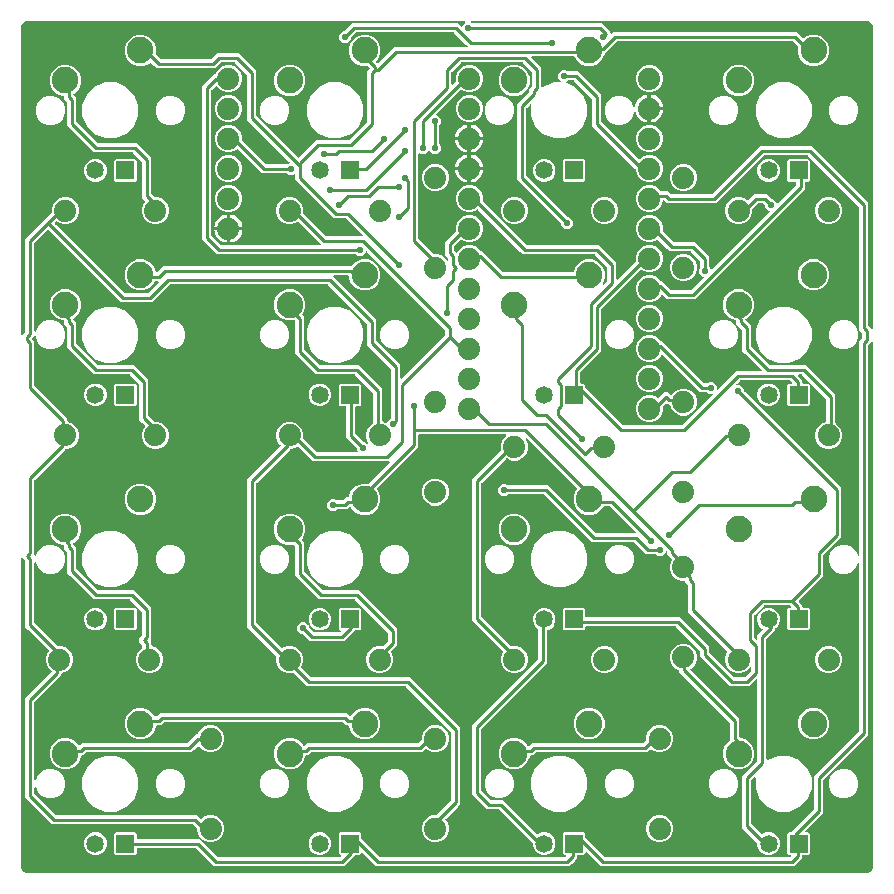
<source format=gbr>
G04 EAGLE Gerber X2 export*
%TF.Part,Single*%
%TF.FileFunction,Copper,L1,Top,Mixed*%
%TF.FilePolarity,Positive*%
%TF.GenerationSoftware,Autodesk,EAGLE,9.1.2*%
%TF.CreationDate,2018-09-23T16:06:24Z*%
G75*
%MOMM*%
%FSLAX34Y34*%
%LPD*%
%AMOC8*
5,1,8,0,0,1.08239X$1,22.5*%
G01*
%ADD10C,1.879600*%
%ADD11C,2.247900*%
%ADD12C,1.485900*%
%ADD13R,1.485900X1.485900*%
%ADD14C,0.254000*%
%ADD15C,0.558800*%

G36*
X830026Y64577D02*
X830026Y64577D01*
X830075Y64576D01*
X830985Y64666D01*
X831012Y64673D01*
X831041Y64674D01*
X831202Y64720D01*
X832884Y65417D01*
X832939Y65452D01*
X833000Y65477D01*
X833065Y65529D01*
X833093Y65547D01*
X833105Y65562D01*
X833131Y65582D01*
X834418Y66869D01*
X834456Y66923D01*
X834502Y66969D01*
X834542Y67043D01*
X834561Y67069D01*
X834567Y67088D01*
X834583Y67116D01*
X835280Y68798D01*
X835286Y68826D01*
X835299Y68851D01*
X835334Y69015D01*
X835424Y69925D01*
X835422Y69952D01*
X835427Y70000D01*
X835427Y513240D01*
X835416Y513311D01*
X835414Y513383D01*
X835396Y513432D01*
X835388Y513483D01*
X835354Y513546D01*
X835329Y513614D01*
X835297Y513654D01*
X835272Y513700D01*
X835221Y513750D01*
X835176Y513806D01*
X835132Y513834D01*
X835094Y513870D01*
X835029Y513900D01*
X834969Y513939D01*
X834918Y513951D01*
X834871Y513973D01*
X834800Y513981D01*
X834730Y513999D01*
X834678Y513995D01*
X834627Y514000D01*
X834556Y513985D01*
X834485Y513980D01*
X834437Y513959D01*
X834386Y513948D01*
X834325Y513911D01*
X834259Y513883D01*
X834203Y513839D01*
X834175Y513822D01*
X834160Y513804D01*
X834128Y513779D01*
X832074Y511724D01*
X832021Y511650D01*
X831961Y511581D01*
X831949Y511551D01*
X831930Y511525D01*
X831903Y511438D01*
X831869Y511353D01*
X831865Y511312D01*
X831858Y511290D01*
X831859Y511257D01*
X831851Y511186D01*
X831851Y181302D01*
X793974Y143424D01*
X793921Y143351D01*
X793861Y143281D01*
X793849Y143251D01*
X793830Y143225D01*
X793803Y143138D01*
X793769Y143053D01*
X793765Y143012D01*
X793758Y142990D01*
X793759Y142957D01*
X793751Y142886D01*
X793751Y115262D01*
X778451Y99962D01*
X778409Y99904D01*
X778360Y99852D01*
X778338Y99804D01*
X778307Y99762D01*
X778286Y99694D01*
X778256Y99628D01*
X778250Y99577D01*
X778235Y99527D01*
X778237Y99455D01*
X778229Y99384D01*
X778240Y99333D01*
X778241Y99281D01*
X778266Y99214D01*
X778281Y99144D01*
X778308Y99099D01*
X778326Y99050D01*
X778371Y98994D01*
X778407Y98933D01*
X778447Y98899D01*
X778480Y98858D01*
X778540Y98819D01*
X778594Y98773D01*
X778643Y98753D01*
X778686Y98725D01*
X778756Y98708D01*
X778823Y98681D01*
X778894Y98673D01*
X778925Y98665D01*
X778948Y98667D01*
X778989Y98662D01*
X780972Y98662D01*
X782162Y97472D01*
X782162Y80928D01*
X780972Y79738D01*
X776732Y79738D01*
X776712Y79735D01*
X776693Y79737D01*
X776591Y79715D01*
X776489Y79698D01*
X776472Y79689D01*
X776452Y79684D01*
X776363Y79631D01*
X776272Y79583D01*
X776258Y79569D01*
X776241Y79558D01*
X776174Y79480D01*
X776102Y79405D01*
X776094Y79387D01*
X776081Y79371D01*
X776042Y79275D01*
X775999Y79182D01*
X775997Y79162D01*
X775989Y79143D01*
X775971Y78977D01*
X775971Y77162D01*
X768658Y69849D01*
X605482Y69849D01*
X593462Y81869D01*
X593404Y81911D01*
X593352Y81960D01*
X593330Y81970D01*
X593329Y81971D01*
X593324Y81973D01*
X593304Y81982D01*
X593262Y82013D01*
X593194Y82034D01*
X593128Y82064D01*
X593077Y82070D01*
X593027Y82085D01*
X592955Y82083D01*
X592884Y82091D01*
X592833Y82080D01*
X592781Y82079D01*
X592714Y82054D01*
X592644Y82039D01*
X592599Y82012D01*
X592550Y81994D01*
X592494Y81949D01*
X592433Y81913D01*
X592399Y81873D01*
X592358Y81840D01*
X592319Y81780D01*
X592273Y81726D01*
X592253Y81677D01*
X592225Y81634D01*
X592208Y81564D01*
X592202Y81550D01*
X592190Y81525D01*
X592190Y81520D01*
X592181Y81497D01*
X592173Y81426D01*
X592165Y81395D01*
X592167Y81372D01*
X592162Y81331D01*
X592162Y80928D01*
X590972Y79738D01*
X586232Y79738D01*
X586212Y79735D01*
X586193Y79737D01*
X586091Y79715D01*
X585989Y79698D01*
X585972Y79689D01*
X585952Y79684D01*
X585863Y79631D01*
X585772Y79583D01*
X585758Y79569D01*
X585741Y79558D01*
X585674Y79480D01*
X585602Y79405D01*
X585594Y79387D01*
X585581Y79371D01*
X585542Y79275D01*
X585499Y79182D01*
X585497Y79162D01*
X585489Y79143D01*
X585471Y78977D01*
X585471Y77162D01*
X583016Y74706D01*
X583015Y74706D01*
X580614Y72305D01*
X580614Y72304D01*
X578158Y69849D01*
X414982Y69849D01*
X403462Y81369D01*
X403404Y81411D01*
X403352Y81460D01*
X403304Y81482D01*
X403262Y81513D01*
X403194Y81534D01*
X403128Y81564D01*
X403077Y81570D01*
X403027Y81585D01*
X402955Y81583D01*
X402884Y81591D01*
X402833Y81580D01*
X402781Y81579D01*
X402714Y81554D01*
X402644Y81539D01*
X402599Y81512D01*
X402550Y81494D01*
X402494Y81449D01*
X402433Y81413D01*
X402399Y81373D01*
X402358Y81340D01*
X402319Y81280D01*
X402273Y81226D01*
X402253Y81177D01*
X402225Y81134D01*
X402208Y81064D01*
X402181Y80997D01*
X402174Y80941D01*
X400972Y79738D01*
X397862Y79738D01*
X397772Y79723D01*
X397681Y79716D01*
X397652Y79703D01*
X397620Y79698D01*
X397539Y79655D01*
X397455Y79620D01*
X397423Y79594D01*
X397402Y79583D01*
X397380Y79560D01*
X397324Y79515D01*
X387658Y69849D01*
X277822Y69849D01*
X262804Y84866D01*
X262731Y84919D01*
X262661Y84979D01*
X262631Y84991D01*
X262605Y85010D01*
X262518Y85037D01*
X262433Y85071D01*
X262392Y85075D01*
X262370Y85082D01*
X262337Y85081D01*
X262266Y85089D01*
X212923Y85089D01*
X212904Y85086D01*
X212884Y85088D01*
X212783Y85066D01*
X212681Y85050D01*
X212663Y85040D01*
X212644Y85036D01*
X212555Y84983D01*
X212463Y84934D01*
X212450Y84920D01*
X212433Y84910D01*
X212365Y84831D01*
X212294Y84756D01*
X212286Y84738D01*
X212273Y84723D01*
X212234Y84627D01*
X212190Y84533D01*
X212188Y84513D01*
X212181Y84495D01*
X212162Y84328D01*
X212162Y80928D01*
X210972Y79738D01*
X194428Y79738D01*
X193238Y80928D01*
X193238Y97472D01*
X194428Y98662D01*
X210972Y98662D01*
X212162Y97472D01*
X212162Y93472D01*
X212164Y93464D01*
X212163Y93461D01*
X212165Y93451D01*
X212163Y93433D01*
X212185Y93331D01*
X212202Y93229D01*
X212211Y93212D01*
X212216Y93192D01*
X212269Y93103D01*
X212317Y93012D01*
X212331Y92998D01*
X212342Y92981D01*
X212420Y92914D01*
X212495Y92842D01*
X212513Y92834D01*
X212529Y92821D01*
X212625Y92782D01*
X212718Y92739D01*
X212738Y92737D01*
X212757Y92729D01*
X212923Y92711D01*
X265738Y92711D01*
X280756Y77694D01*
X280829Y77641D01*
X280899Y77581D01*
X280929Y77569D01*
X280955Y77550D01*
X281042Y77523D01*
X281127Y77489D01*
X281168Y77485D01*
X281190Y77478D01*
X281223Y77479D01*
X281294Y77471D01*
X384186Y77471D01*
X384276Y77485D01*
X384367Y77493D01*
X384397Y77505D01*
X384429Y77510D01*
X384509Y77553D01*
X384594Y77589D01*
X384626Y77615D01*
X384646Y77626D01*
X384668Y77649D01*
X384724Y77694D01*
X385469Y78438D01*
X385511Y78496D01*
X385560Y78548D01*
X385582Y78596D01*
X385613Y78638D01*
X385634Y78706D01*
X385664Y78772D01*
X385670Y78823D01*
X385685Y78873D01*
X385683Y78945D01*
X385691Y79016D01*
X385680Y79067D01*
X385679Y79119D01*
X385654Y79186D01*
X385639Y79256D01*
X385612Y79301D01*
X385594Y79350D01*
X385549Y79406D01*
X385513Y79467D01*
X385473Y79501D01*
X385440Y79542D01*
X385380Y79581D01*
X385326Y79627D01*
X385277Y79647D01*
X385234Y79675D01*
X385164Y79692D01*
X385097Y79719D01*
X385026Y79727D01*
X384995Y79735D01*
X384972Y79733D01*
X384931Y79738D01*
X384428Y79738D01*
X383238Y80928D01*
X383238Y97472D01*
X384428Y98662D01*
X400972Y98662D01*
X402162Y97472D01*
X402162Y93762D01*
X402177Y93672D01*
X402184Y93581D01*
X402197Y93551D01*
X402202Y93520D01*
X402245Y93439D01*
X402280Y93355D01*
X402306Y93323D01*
X402317Y93302D01*
X402340Y93280D01*
X402385Y93224D01*
X402814Y92795D01*
X417916Y77694D01*
X417989Y77641D01*
X418059Y77581D01*
X418089Y77569D01*
X418115Y77550D01*
X418202Y77523D01*
X418287Y77489D01*
X418328Y77485D01*
X418350Y77478D01*
X418383Y77479D01*
X418454Y77471D01*
X574686Y77471D01*
X574776Y77485D01*
X574867Y77493D01*
X574897Y77505D01*
X574929Y77510D01*
X575010Y77553D01*
X575094Y77589D01*
X575126Y77615D01*
X575146Y77626D01*
X575169Y77649D01*
X575225Y77694D01*
X575969Y78438D01*
X576011Y78496D01*
X576060Y78548D01*
X576082Y78596D01*
X576113Y78638D01*
X576134Y78706D01*
X576164Y78772D01*
X576170Y78823D01*
X576185Y78873D01*
X576183Y78945D01*
X576191Y79016D01*
X576180Y79067D01*
X576179Y79119D01*
X576154Y79186D01*
X576139Y79256D01*
X576112Y79301D01*
X576094Y79350D01*
X576049Y79406D01*
X576013Y79467D01*
X575973Y79501D01*
X575940Y79542D01*
X575880Y79581D01*
X575826Y79627D01*
X575777Y79647D01*
X575734Y79675D01*
X575664Y79692D01*
X575597Y79719D01*
X575526Y79727D01*
X575495Y79735D01*
X575472Y79733D01*
X575431Y79738D01*
X574428Y79738D01*
X573238Y80928D01*
X573238Y97472D01*
X574428Y98662D01*
X590972Y98662D01*
X592162Y97472D01*
X592162Y94262D01*
X592166Y94239D01*
X592164Y94222D01*
X592178Y94157D01*
X592184Y94081D01*
X592197Y94051D01*
X592202Y94020D01*
X592212Y94000D01*
X592216Y93982D01*
X592251Y93923D01*
X592280Y93855D01*
X592306Y93823D01*
X592317Y93802D01*
X592332Y93788D01*
X592343Y93771D01*
X592360Y93756D01*
X592385Y93724D01*
X593314Y92796D01*
X608416Y77694D01*
X608489Y77641D01*
X608559Y77581D01*
X608589Y77569D01*
X608615Y77550D01*
X608702Y77523D01*
X608787Y77489D01*
X608828Y77485D01*
X608850Y77478D01*
X608883Y77479D01*
X608954Y77471D01*
X765186Y77471D01*
X765276Y77485D01*
X765367Y77493D01*
X765397Y77505D01*
X765429Y77510D01*
X765509Y77553D01*
X765594Y77589D01*
X765626Y77615D01*
X765646Y77626D01*
X765668Y77649D01*
X765724Y77694D01*
X766469Y78438D01*
X766511Y78496D01*
X766560Y78548D01*
X766582Y78596D01*
X766613Y78638D01*
X766634Y78706D01*
X766664Y78772D01*
X766670Y78823D01*
X766685Y78873D01*
X766683Y78945D01*
X766691Y79016D01*
X766680Y79067D01*
X766679Y79119D01*
X766654Y79186D01*
X766639Y79256D01*
X766612Y79301D01*
X766594Y79350D01*
X766549Y79406D01*
X766513Y79467D01*
X766473Y79501D01*
X766440Y79542D01*
X766380Y79581D01*
X766326Y79627D01*
X766277Y79647D01*
X766234Y79675D01*
X766164Y79692D01*
X766097Y79719D01*
X766026Y79727D01*
X765995Y79735D01*
X765972Y79733D01*
X765931Y79738D01*
X764428Y79738D01*
X763238Y80928D01*
X763238Y97472D01*
X764428Y98662D01*
X766058Y98662D01*
X766148Y98677D01*
X766239Y98684D01*
X766268Y98697D01*
X766300Y98702D01*
X766381Y98745D01*
X766465Y98780D01*
X766497Y98806D01*
X766518Y98817D01*
X766540Y98840D01*
X766596Y98885D01*
X785906Y118196D01*
X785959Y118269D01*
X786019Y118339D01*
X786031Y118369D01*
X786050Y118395D01*
X786077Y118482D01*
X786111Y118567D01*
X786115Y118608D01*
X786122Y118630D01*
X786121Y118663D01*
X786129Y118734D01*
X786129Y146358D01*
X824006Y184236D01*
X824059Y184309D01*
X824119Y184379D01*
X824131Y184409D01*
X824150Y184435D01*
X824177Y184522D01*
X824211Y184607D01*
X824215Y184648D01*
X824222Y184670D01*
X824221Y184703D01*
X824229Y184774D01*
X824229Y326401D01*
X824214Y326497D01*
X824204Y326594D01*
X824194Y326618D01*
X824190Y326644D01*
X824144Y326730D01*
X824104Y326819D01*
X824087Y326838D01*
X824074Y326861D01*
X824004Y326928D01*
X823938Y327000D01*
X823915Y327013D01*
X823896Y327031D01*
X823808Y327072D01*
X823722Y327119D01*
X823697Y327123D01*
X823673Y327134D01*
X823576Y327145D01*
X823480Y327162D01*
X823454Y327158D01*
X823429Y327161D01*
X823333Y327141D01*
X823237Y327126D01*
X823214Y327115D01*
X823188Y327109D01*
X823105Y327059D01*
X823018Y327015D01*
X822999Y326996D01*
X822977Y326983D01*
X822914Y326909D01*
X822846Y326839D01*
X822830Y326811D01*
X822817Y326796D01*
X822805Y326765D01*
X822765Y326692D01*
X821244Y323021D01*
X817779Y319556D01*
X813251Y317680D01*
X808349Y317680D01*
X803821Y319556D01*
X800356Y323021D01*
X798480Y327549D01*
X798480Y332451D01*
X800356Y336979D01*
X803821Y340444D01*
X808349Y342320D01*
X813251Y342320D01*
X817779Y340444D01*
X821244Y336979D01*
X822765Y333308D01*
X822816Y333225D01*
X822862Y333139D01*
X822881Y333121D01*
X822894Y333099D01*
X822969Y333036D01*
X823040Y332969D01*
X823064Y332958D01*
X823084Y332942D01*
X823175Y332907D01*
X823263Y332866D01*
X823289Y332863D01*
X823313Y332854D01*
X823411Y332849D01*
X823507Y332839D01*
X823533Y332844D01*
X823559Y332843D01*
X823653Y332870D01*
X823748Y332891D01*
X823770Y332904D01*
X823795Y332912D01*
X823875Y332967D01*
X823959Y333017D01*
X823976Y333037D01*
X823997Y333052D01*
X824056Y333130D01*
X824119Y333204D01*
X824129Y333228D01*
X824144Y333249D01*
X824174Y333342D01*
X824211Y333432D01*
X824214Y333465D01*
X824220Y333483D01*
X824220Y333516D01*
X824229Y333599D01*
X824229Y514658D01*
X826546Y516976D01*
X826596Y517045D01*
X826638Y517088D01*
X826643Y517101D01*
X826659Y517119D01*
X826671Y517149D01*
X826690Y517175D01*
X826713Y517252D01*
X826741Y517311D01*
X826743Y517328D01*
X826751Y517347D01*
X826755Y517388D01*
X826762Y517410D01*
X826761Y517443D01*
X826769Y517514D01*
X826769Y521346D01*
X826768Y521356D01*
X826768Y521362D01*
X826762Y521392D01*
X826755Y521436D01*
X826747Y521527D01*
X826735Y521557D01*
X826730Y521589D01*
X826687Y521670D01*
X826651Y521754D01*
X826625Y521786D01*
X826614Y521806D01*
X826591Y521829D01*
X826546Y521884D01*
X824229Y524202D01*
X824229Y628026D01*
X824215Y628116D01*
X824207Y628207D01*
X824195Y628237D01*
X824190Y628269D01*
X824147Y628350D01*
X824111Y628434D01*
X824085Y628466D01*
X824074Y628486D01*
X824051Y628509D01*
X824006Y628564D01*
X780964Y671606D01*
X780891Y671659D01*
X780821Y671719D01*
X780791Y671731D01*
X780765Y671750D01*
X780678Y671777D01*
X780593Y671811D01*
X780552Y671815D01*
X780530Y671822D01*
X780497Y671821D01*
X780426Y671829D01*
X743574Y671829D01*
X743484Y671815D01*
X743393Y671807D01*
X743363Y671795D01*
X743331Y671790D01*
X743250Y671747D01*
X743166Y671711D01*
X743134Y671685D01*
X743114Y671674D01*
X743091Y671651D01*
X743036Y671606D01*
X702618Y631189D01*
X661362Y631189D01*
X659044Y633506D01*
X658971Y633559D01*
X658901Y633619D01*
X658871Y633631D01*
X658845Y633650D01*
X658758Y633677D01*
X658673Y633711D01*
X658632Y633715D01*
X658610Y633722D01*
X658577Y633721D01*
X658506Y633729D01*
X658389Y633729D01*
X658274Y633710D01*
X658158Y633693D01*
X658153Y633691D01*
X658146Y633690D01*
X658044Y633635D01*
X657939Y633582D01*
X657935Y633577D01*
X657929Y633574D01*
X657849Y633490D01*
X657767Y633406D01*
X657763Y633400D01*
X657760Y633396D01*
X657752Y633379D01*
X657686Y633259D01*
X655890Y628925D01*
X652675Y625710D01*
X648474Y623969D01*
X643926Y623969D01*
X639725Y625710D01*
X636510Y628925D01*
X634769Y633126D01*
X634769Y637674D01*
X636510Y641875D01*
X639725Y645090D01*
X643926Y646831D01*
X648474Y646831D01*
X652675Y645090D01*
X655890Y641875D01*
X655913Y641821D01*
X655974Y641722D01*
X656035Y641621D01*
X656039Y641617D01*
X656043Y641612D01*
X656132Y641538D01*
X656221Y641461D01*
X656227Y641459D01*
X656232Y641455D01*
X656340Y641413D01*
X656450Y641369D01*
X656457Y641368D01*
X656462Y641367D01*
X656480Y641366D01*
X656616Y641351D01*
X661978Y641351D01*
X664296Y639034D01*
X664369Y638981D01*
X664439Y638921D01*
X664469Y638909D01*
X664495Y638890D01*
X664582Y638863D01*
X664667Y638829D01*
X664708Y638825D01*
X664730Y638818D01*
X664763Y638819D01*
X664834Y638811D01*
X699146Y638811D01*
X699236Y638825D01*
X699327Y638833D01*
X699357Y638845D01*
X699389Y638850D01*
X699470Y638893D01*
X699554Y638929D01*
X699586Y638955D01*
X699606Y638966D01*
X699629Y638989D01*
X699684Y639034D01*
X740102Y679451D01*
X783898Y679451D01*
X831851Y631498D01*
X831851Y527674D01*
X831865Y527584D01*
X831873Y527493D01*
X831885Y527463D01*
X831890Y527431D01*
X831933Y527351D01*
X831969Y527266D01*
X831995Y527234D01*
X832006Y527214D01*
X832029Y527192D01*
X832074Y527136D01*
X834128Y525081D01*
X834186Y525040D01*
X834238Y524990D01*
X834285Y524968D01*
X834327Y524938D01*
X834396Y524917D01*
X834461Y524887D01*
X834513Y524881D01*
X834563Y524866D01*
X834634Y524867D01*
X834705Y524860D01*
X834756Y524871D01*
X834808Y524872D01*
X834876Y524897D01*
X834946Y524912D01*
X834991Y524938D01*
X835039Y524956D01*
X835095Y525001D01*
X835157Y525038D01*
X835191Y525078D01*
X835231Y525110D01*
X835270Y525170D01*
X835317Y525225D01*
X835336Y525273D01*
X835364Y525317D01*
X835382Y525386D01*
X835409Y525453D01*
X835417Y525524D01*
X835425Y525556D01*
X835423Y525579D01*
X835427Y525620D01*
X835427Y780000D01*
X835423Y780026D01*
X835424Y780075D01*
X835334Y780985D01*
X835327Y781012D01*
X835326Y781041D01*
X835288Y781174D01*
X835284Y781189D01*
X835282Y781192D01*
X835280Y781202D01*
X834583Y782884D01*
X834548Y782939D01*
X834523Y783000D01*
X834471Y783065D01*
X834453Y783093D01*
X834438Y783105D01*
X834418Y783131D01*
X833131Y784418D01*
X833077Y784456D01*
X833031Y784502D01*
X832958Y784542D01*
X832931Y784561D01*
X832912Y784567D01*
X832884Y784583D01*
X831202Y785280D01*
X831174Y785286D01*
X831149Y785299D01*
X830985Y785334D01*
X830075Y785424D01*
X830048Y785422D01*
X830000Y785427D01*
X495777Y785427D01*
X495706Y785416D01*
X495634Y785414D01*
X495585Y785396D01*
X495534Y785388D01*
X495471Y785354D01*
X495403Y785329D01*
X495362Y785297D01*
X495316Y785272D01*
X495267Y785221D01*
X495211Y785176D01*
X495183Y785132D01*
X495147Y785094D01*
X495117Y785029D01*
X495078Y784969D01*
X495065Y784918D01*
X495043Y784871D01*
X495036Y784800D01*
X495018Y784730D01*
X495022Y784678D01*
X495016Y784627D01*
X495032Y784556D01*
X495037Y784485D01*
X495058Y784437D01*
X495069Y784386D01*
X495105Y784325D01*
X495133Y784259D01*
X495178Y784203D01*
X495195Y784175D01*
X495213Y784160D01*
X495238Y784128D01*
X495552Y783814D01*
X495626Y783761D01*
X495696Y783701D01*
X495726Y783689D01*
X495752Y783670D01*
X495839Y783643D01*
X495924Y783609D01*
X495965Y783605D01*
X495987Y783598D01*
X496019Y783599D01*
X496091Y783591D01*
X606098Y783591D01*
X613411Y776278D01*
X613411Y775578D01*
X613414Y775559D01*
X613412Y775541D01*
X613423Y775490D01*
X613424Y775435D01*
X613442Y775386D01*
X613450Y775335D01*
X613461Y775316D01*
X613464Y775300D01*
X613488Y775260D01*
X613509Y775204D01*
X613541Y775164D01*
X613566Y775118D01*
X613583Y775101D01*
X613590Y775089D01*
X613623Y775061D01*
X613662Y775012D01*
X613706Y774984D01*
X613744Y774948D01*
X613768Y774937D01*
X613777Y774929D01*
X613815Y774914D01*
X613869Y774879D01*
X613920Y774867D01*
X613967Y774845D01*
X613995Y774841D01*
X614005Y774837D01*
X614059Y774832D01*
X614108Y774819D01*
X614144Y774822D01*
X614172Y774819D01*
X614174Y774819D01*
X614184Y774821D01*
X614211Y774818D01*
X614282Y774833D01*
X614353Y774838D01*
X614391Y774854D01*
X614417Y774859D01*
X614429Y774865D01*
X614452Y774870D01*
X614513Y774907D01*
X614579Y774935D01*
X614616Y774964D01*
X614635Y774974D01*
X614646Y774986D01*
X614663Y774996D01*
X614678Y775014D01*
X614710Y775039D01*
X615642Y775971D01*
X771198Y775971D01*
X775961Y771208D01*
X775978Y771196D01*
X775990Y771181D01*
X776069Y771130D01*
X776077Y771123D01*
X776082Y771121D01*
X776161Y771064D01*
X776180Y771058D01*
X776197Y771048D01*
X776297Y771022D01*
X776396Y770992D01*
X776416Y770992D01*
X776436Y770988D01*
X776538Y770996D01*
X776642Y770998D01*
X776661Y771005D01*
X776681Y771007D01*
X776776Y771047D01*
X776873Y771083D01*
X776889Y771095D01*
X776907Y771103D01*
X776988Y771168D01*
X777038Y771208D01*
X777882Y772052D01*
X782760Y774072D01*
X788040Y774072D01*
X792918Y772052D01*
X796652Y768318D01*
X798672Y763440D01*
X798672Y758160D01*
X796652Y753282D01*
X792918Y749548D01*
X788040Y747528D01*
X782760Y747528D01*
X777882Y749548D01*
X774148Y753282D01*
X772128Y758160D01*
X772128Y763440D01*
X772174Y763552D01*
X772201Y763666D01*
X772229Y763779D01*
X772229Y763785D01*
X772230Y763791D01*
X772219Y763908D01*
X772210Y764024D01*
X772208Y764030D01*
X772207Y764036D01*
X772159Y764144D01*
X772114Y764251D01*
X772109Y764256D01*
X772107Y764261D01*
X772095Y764275D01*
X772009Y764382D01*
X768264Y768126D01*
X768190Y768179D01*
X768121Y768239D01*
X768091Y768251D01*
X768065Y768270D01*
X767978Y768297D01*
X767893Y768331D01*
X767852Y768335D01*
X767830Y768342D01*
X767797Y768341D01*
X767726Y768349D01*
X619114Y768349D01*
X619024Y768335D01*
X618933Y768327D01*
X618903Y768315D01*
X618871Y768310D01*
X618790Y768267D01*
X618706Y768231D01*
X618674Y768205D01*
X618654Y768194D01*
X618631Y768171D01*
X618576Y768126D01*
X608824Y758375D01*
X608786Y758322D01*
X608740Y758275D01*
X608700Y758202D01*
X608680Y758175D01*
X608675Y758156D01*
X608659Y758128D01*
X606652Y753282D01*
X602918Y749548D01*
X598040Y747528D01*
X592760Y747528D01*
X587882Y749548D01*
X584148Y753282D01*
X583362Y755179D01*
X583300Y755279D01*
X583241Y755379D01*
X583236Y755383D01*
X583233Y755388D01*
X583142Y755463D01*
X583054Y755539D01*
X583048Y755541D01*
X583043Y755545D01*
X582935Y755587D01*
X582826Y755631D01*
X582818Y755632D01*
X582814Y755633D01*
X582795Y755634D01*
X582659Y755649D01*
X546978Y755649D01*
X546907Y755638D01*
X546835Y755636D01*
X546786Y755618D01*
X546735Y755610D01*
X546672Y755576D01*
X546604Y755551D01*
X546564Y755519D01*
X546518Y755494D01*
X546468Y755442D01*
X546412Y755398D01*
X546384Y755354D01*
X546348Y755316D01*
X546318Y755251D01*
X546279Y755191D01*
X546267Y755140D01*
X546245Y755093D01*
X546237Y755022D01*
X546219Y754952D01*
X546223Y754900D01*
X546218Y754849D01*
X546233Y754778D01*
X546238Y754707D01*
X546259Y754659D01*
X546270Y754608D01*
X546307Y754547D01*
X546335Y754481D01*
X546379Y754425D01*
X546396Y754397D01*
X546414Y754382D01*
X546439Y754350D01*
X552536Y748254D01*
X554991Y745798D01*
X554991Y730416D01*
X555002Y730345D01*
X555004Y730273D01*
X555022Y730224D01*
X555030Y730173D01*
X555064Y730110D01*
X555089Y730042D01*
X555121Y730002D01*
X555146Y729956D01*
X555197Y729906D01*
X555242Y729850D01*
X555286Y729822D01*
X555324Y729786D01*
X555389Y729756D01*
X555449Y729717D01*
X555500Y729705D01*
X555547Y729683D01*
X555618Y729675D01*
X555688Y729657D01*
X555740Y729661D01*
X555791Y729656D01*
X555862Y729671D01*
X555933Y729676D01*
X555981Y729697D01*
X556032Y729708D01*
X556093Y729745D01*
X556159Y729773D01*
X556215Y729817D01*
X556243Y729834D01*
X556258Y729852D01*
X556290Y729877D01*
X556547Y730134D01*
X565276Y733750D01*
X570766Y733750D01*
X570837Y733761D01*
X570909Y733763D01*
X570958Y733781D01*
X571009Y733789D01*
X571073Y733823D01*
X571140Y733848D01*
X571181Y733880D01*
X571227Y733905D01*
X571276Y733957D01*
X571332Y734001D01*
X571360Y734045D01*
X571396Y734083D01*
X571426Y734148D01*
X571465Y734208D01*
X571478Y734259D01*
X571500Y734306D01*
X571507Y734377D01*
X571525Y734447D01*
X571521Y734499D01*
X571527Y734550D01*
X571511Y734621D01*
X571506Y734692D01*
X571485Y734740D01*
X571474Y734791D01*
X571438Y734852D01*
X571410Y734918D01*
X571365Y734974D01*
X571348Y735002D01*
X571330Y735017D01*
X571305Y735049D01*
X569213Y737141D01*
X569213Y741139D01*
X572041Y743967D01*
X576039Y743967D01*
X576832Y743174D01*
X576906Y743121D01*
X576976Y743061D01*
X577006Y743049D01*
X577032Y743030D01*
X577119Y743003D01*
X577204Y742969D01*
X577245Y742965D01*
X577267Y742958D01*
X577299Y742959D01*
X577371Y742951D01*
X585778Y742951D01*
X605791Y722938D01*
X605791Y700394D01*
X605805Y700304D01*
X605813Y700213D01*
X605825Y700183D01*
X605830Y700151D01*
X605873Y700070D01*
X605909Y699986D01*
X605935Y699954D01*
X605946Y699934D01*
X605969Y699911D01*
X606014Y699856D01*
X637014Y668856D01*
X637030Y668844D01*
X637042Y668828D01*
X637130Y668772D01*
X637213Y668712D01*
X637232Y668706D01*
X637249Y668695D01*
X637350Y668670D01*
X637448Y668640D01*
X637468Y668640D01*
X637488Y668635D01*
X637591Y668643D01*
X637694Y668646D01*
X637713Y668653D01*
X637733Y668654D01*
X637828Y668695D01*
X637925Y668731D01*
X637941Y668743D01*
X637959Y668751D01*
X638090Y668856D01*
X639725Y670490D01*
X643926Y672231D01*
X648474Y672231D01*
X652675Y670490D01*
X655890Y667275D01*
X657631Y663074D01*
X657631Y658526D01*
X655890Y654325D01*
X652675Y651110D01*
X648474Y649369D01*
X643926Y649369D01*
X639725Y651110D01*
X636510Y654325D01*
X634769Y658526D01*
X634769Y660006D01*
X634755Y660096D01*
X634747Y660187D01*
X634735Y660217D01*
X634730Y660249D01*
X634687Y660330D01*
X634651Y660414D01*
X634625Y660446D01*
X634614Y660466D01*
X634591Y660488D01*
X634546Y660545D01*
X633506Y661584D01*
X633506Y661585D01*
X598169Y696922D01*
X598169Y719466D01*
X598155Y719556D01*
X598147Y719647D01*
X598135Y719677D01*
X598130Y719709D01*
X598087Y719790D01*
X598051Y719874D01*
X598025Y719906D01*
X598014Y719926D01*
X597991Y719949D01*
X597946Y720004D01*
X582844Y735106D01*
X582771Y735159D01*
X582701Y735219D01*
X582671Y735231D01*
X582645Y735250D01*
X582558Y735277D01*
X582473Y735311D01*
X582432Y735315D01*
X582410Y735322D01*
X582377Y735321D01*
X582306Y735329D01*
X577371Y735329D01*
X577281Y735315D01*
X577190Y735307D01*
X577160Y735295D01*
X577128Y735290D01*
X577047Y735247D01*
X576963Y735211D01*
X576931Y735185D01*
X576910Y735174D01*
X576888Y735151D01*
X576832Y735106D01*
X576061Y734335D01*
X576034Y734298D01*
X576001Y734267D01*
X575963Y734198D01*
X575918Y734135D01*
X575904Y734092D01*
X575882Y734051D01*
X575868Y733975D01*
X575845Y733900D01*
X575846Y733854D01*
X575838Y733809D01*
X575850Y733732D01*
X575852Y733654D01*
X575867Y733611D01*
X575874Y733566D01*
X575909Y733497D01*
X575936Y733423D01*
X575965Y733388D01*
X575986Y733347D01*
X576041Y733292D01*
X576090Y733231D01*
X576128Y733207D01*
X576161Y733174D01*
X576281Y733108D01*
X576297Y733098D01*
X576302Y733097D01*
X576308Y733094D01*
X583453Y730134D01*
X590134Y723453D01*
X593750Y714724D01*
X593750Y705276D01*
X590134Y696547D01*
X583453Y689866D01*
X574724Y686250D01*
X565276Y686250D01*
X556547Y689866D01*
X549866Y696547D01*
X546250Y705276D01*
X546250Y714283D01*
X546239Y714354D01*
X546237Y714426D01*
X546219Y714475D01*
X546211Y714526D01*
X546177Y714589D01*
X546152Y714657D01*
X546120Y714697D01*
X546095Y714743D01*
X546043Y714793D01*
X545999Y714849D01*
X545955Y714877D01*
X545917Y714913D01*
X545852Y714943D01*
X545792Y714982D01*
X545741Y714994D01*
X545694Y715016D01*
X545623Y715024D01*
X545553Y715042D01*
X545501Y715038D01*
X545450Y715043D01*
X545379Y715028D01*
X545308Y715023D01*
X545260Y715002D01*
X545209Y714991D01*
X545148Y714954D01*
X545082Y714926D01*
X545026Y714882D01*
X544998Y714865D01*
X544983Y714847D01*
X544951Y714822D01*
X542514Y712384D01*
X542461Y712310D01*
X542401Y712241D01*
X542389Y712211D01*
X542370Y712185D01*
X542343Y712098D01*
X542309Y712013D01*
X542305Y711972D01*
X542298Y711950D01*
X542299Y711917D01*
X542291Y711846D01*
X542291Y654674D01*
X542305Y654584D01*
X542313Y654493D01*
X542325Y654463D01*
X542330Y654431D01*
X542373Y654350D01*
X542409Y654266D01*
X542435Y654234D01*
X542446Y654214D01*
X542469Y654191D01*
X542514Y654136D01*
X576920Y619730D01*
X576993Y619677D01*
X577063Y619617D01*
X577093Y619605D01*
X577119Y619586D01*
X577206Y619559D01*
X577291Y619525D01*
X577332Y619521D01*
X577354Y619514D01*
X577387Y619515D01*
X577458Y619507D01*
X578579Y619507D01*
X581407Y616679D01*
X581407Y612681D01*
X578579Y609853D01*
X574581Y609853D01*
X571753Y612681D01*
X571753Y613802D01*
X571739Y613892D01*
X571731Y613983D01*
X571719Y614013D01*
X571714Y614045D01*
X571671Y614126D01*
X571635Y614210D01*
X571609Y614242D01*
X571598Y614262D01*
X571575Y614285D01*
X571530Y614340D01*
X534669Y651202D01*
X534669Y715318D01*
X544606Y725256D01*
X544659Y725329D01*
X544719Y725399D01*
X544731Y725429D01*
X544750Y725455D01*
X544777Y725542D01*
X544811Y725627D01*
X544815Y725668D01*
X544822Y725690D01*
X544821Y725723D01*
X544829Y725794D01*
X544829Y728018D01*
X547146Y730335D01*
X547199Y730409D01*
X547259Y730479D01*
X547271Y730509D01*
X547290Y730535D01*
X547317Y730622D01*
X547351Y730707D01*
X547355Y730748D01*
X547362Y730770D01*
X547361Y730802D01*
X547369Y730874D01*
X547369Y742326D01*
X547355Y742416D01*
X547347Y742507D01*
X547335Y742537D01*
X547330Y742569D01*
X547287Y742650D01*
X547251Y742734D01*
X547225Y742766D01*
X547214Y742786D01*
X547191Y742809D01*
X547146Y742864D01*
X539664Y750346D01*
X539591Y750399D01*
X539521Y750459D01*
X539491Y750471D01*
X539465Y750490D01*
X539378Y750517D01*
X539293Y750551D01*
X539252Y750555D01*
X539230Y750562D01*
X539197Y750561D01*
X539126Y750569D01*
X487034Y750569D01*
X486944Y750555D01*
X486853Y750547D01*
X486823Y750535D01*
X486791Y750530D01*
X486710Y750487D01*
X486626Y750451D01*
X486594Y750425D01*
X486574Y750414D01*
X486551Y750391D01*
X486496Y750346D01*
X479014Y742864D01*
X478961Y742791D01*
X478901Y742721D01*
X478889Y742691D01*
X478870Y742665D01*
X478843Y742578D01*
X478809Y742493D01*
X478805Y742452D01*
X478798Y742430D01*
X478799Y742397D01*
X478791Y742326D01*
X478791Y732398D01*
X478802Y732327D01*
X478804Y732255D01*
X478822Y732206D01*
X478830Y732155D01*
X478864Y732092D01*
X478889Y732024D01*
X478921Y731984D01*
X478946Y731938D01*
X478997Y731888D01*
X479042Y731832D01*
X479086Y731804D01*
X479124Y731768D01*
X479189Y731738D01*
X479249Y731699D01*
X479300Y731687D01*
X479347Y731665D01*
X479418Y731657D01*
X479488Y731639D01*
X479540Y731643D01*
X479591Y731638D01*
X479662Y731653D01*
X479733Y731658D01*
X479781Y731679D01*
X479832Y731690D01*
X479893Y731727D01*
X479959Y731755D01*
X480015Y731799D01*
X480043Y731816D01*
X480058Y731834D01*
X480090Y731859D01*
X482182Y733951D01*
X482226Y734013D01*
X482256Y734045D01*
X482269Y734071D01*
X482320Y734140D01*
X482322Y734146D01*
X482325Y734151D01*
X482360Y734262D01*
X482396Y734374D01*
X482396Y734380D01*
X482398Y734386D01*
X482395Y734503D01*
X482394Y734619D01*
X482391Y734627D01*
X482391Y734632D01*
X482385Y734649D01*
X482369Y734703D01*
X482369Y739274D01*
X484110Y743475D01*
X487325Y746690D01*
X491526Y748431D01*
X496074Y748431D01*
X500275Y746690D01*
X503490Y743475D01*
X505231Y739274D01*
X505231Y734726D01*
X503490Y730525D01*
X500275Y727310D01*
X496074Y725569D01*
X491526Y725569D01*
X487309Y727316D01*
X487244Y727358D01*
X487161Y727418D01*
X487141Y727424D01*
X487125Y727435D01*
X487024Y727460D01*
X486925Y727490D01*
X486905Y727490D01*
X486886Y727495D01*
X486783Y727487D01*
X486680Y727484D01*
X486661Y727477D01*
X486641Y727476D01*
X486546Y727435D01*
X486449Y727400D01*
X486433Y727387D01*
X486415Y727379D01*
X486284Y727274D01*
X466175Y707166D01*
X466134Y707108D01*
X466084Y707056D01*
X466062Y707009D01*
X466032Y706967D01*
X466011Y706898D01*
X465981Y706833D01*
X465975Y706781D01*
X465960Y706731D01*
X465961Y706660D01*
X465954Y706589D01*
X465965Y706538D01*
X465966Y706486D01*
X465991Y706418D01*
X466006Y706348D01*
X466032Y706304D01*
X466050Y706255D01*
X466095Y706199D01*
X466132Y706137D01*
X466172Y706103D01*
X466204Y706063D01*
X466264Y706024D01*
X466319Y705977D01*
X466367Y705958D01*
X466411Y705930D01*
X466480Y705912D01*
X466547Y705885D01*
X466618Y705877D01*
X466650Y705869D01*
X466673Y705871D01*
X466714Y705867D01*
X466819Y705867D01*
X469647Y703039D01*
X469647Y699041D01*
X468854Y698248D01*
X468801Y698174D01*
X468741Y698104D01*
X468729Y698074D01*
X468710Y698048D01*
X468683Y697961D01*
X468649Y697876D01*
X468645Y697835D01*
X468638Y697813D01*
X468639Y697781D01*
X468631Y697709D01*
X468631Y681511D01*
X468645Y681421D01*
X468653Y681330D01*
X468665Y681300D01*
X468670Y681268D01*
X468713Y681187D01*
X468749Y681103D01*
X468775Y681071D01*
X468786Y681050D01*
X468809Y681028D01*
X468854Y680972D01*
X469647Y680179D01*
X469647Y676181D01*
X466819Y673353D01*
X462821Y673353D01*
X460278Y675896D01*
X460262Y675907D01*
X460250Y675923D01*
X460162Y675979D01*
X460079Y676039D01*
X460060Y676045D01*
X460043Y676056D01*
X459942Y676081D01*
X459843Y676112D01*
X459824Y676111D01*
X459804Y676116D01*
X459701Y676108D01*
X459598Y676105D01*
X459579Y676098D01*
X459559Y676097D01*
X459464Y676056D01*
X459367Y676021D01*
X459351Y676008D01*
X459333Y676000D01*
X459202Y675896D01*
X456659Y673353D01*
X452661Y673353D01*
X452150Y673864D01*
X452092Y673906D01*
X452040Y673955D01*
X451993Y673977D01*
X451951Y674007D01*
X451882Y674028D01*
X451817Y674059D01*
X451765Y674064D01*
X451715Y674080D01*
X451644Y674078D01*
X451573Y674086D01*
X451522Y674075D01*
X451470Y674073D01*
X451402Y674049D01*
X451332Y674033D01*
X451287Y674007D01*
X451239Y673989D01*
X451183Y673944D01*
X451121Y673907D01*
X451087Y673868D01*
X451047Y673835D01*
X451008Y673775D01*
X450961Y673720D01*
X450942Y673672D01*
X450914Y673628D01*
X450896Y673559D01*
X450869Y673492D01*
X450861Y673421D01*
X450853Y673390D01*
X450855Y673366D01*
X450851Y673325D01*
X450851Y601334D01*
X450865Y601244D01*
X450873Y601153D01*
X450885Y601123D01*
X450890Y601091D01*
X450933Y601010D01*
X450969Y600926D01*
X450995Y600894D01*
X451006Y600874D01*
X451029Y600851D01*
X451074Y600796D01*
X463316Y588554D01*
X463389Y588501D01*
X463459Y588441D01*
X463489Y588429D01*
X463515Y588410D01*
X463602Y588383D01*
X463687Y588349D01*
X463728Y588345D01*
X463750Y588338D01*
X463783Y588339D01*
X463854Y588331D01*
X467274Y588331D01*
X471475Y586590D01*
X474690Y583375D01*
X474785Y583148D01*
X474836Y583065D01*
X474882Y582979D01*
X474901Y582961D01*
X474914Y582938D01*
X474989Y582876D01*
X475060Y582809D01*
X475084Y582798D01*
X475104Y582782D01*
X475195Y582747D01*
X475283Y582706D01*
X475309Y582703D01*
X475333Y582693D01*
X475431Y582689D01*
X475527Y582679D01*
X475553Y582684D01*
X475579Y582683D01*
X475673Y582710D01*
X475768Y582731D01*
X475790Y582744D01*
X475815Y582752D01*
X475895Y582807D01*
X475979Y582857D01*
X475996Y582877D01*
X476017Y582892D01*
X476075Y582970D01*
X476139Y583044D01*
X476149Y583068D01*
X476164Y583089D01*
X476194Y583182D01*
X476231Y583272D01*
X476234Y583305D01*
X476240Y583323D01*
X476240Y583356D01*
X476249Y583439D01*
X476249Y584846D01*
X476235Y584936D01*
X476227Y585027D01*
X476215Y585057D01*
X476210Y585089D01*
X476167Y585170D01*
X476131Y585254D01*
X476105Y585286D01*
X476094Y585306D01*
X476071Y585329D01*
X476026Y585384D01*
X473709Y587702D01*
X473709Y598478D01*
X482182Y606951D01*
X482249Y607045D01*
X482320Y607140D01*
X482322Y607146D01*
X482325Y607151D01*
X482359Y607261D01*
X482396Y607374D01*
X482396Y607380D01*
X482398Y607386D01*
X482395Y607504D01*
X482393Y607620D01*
X482391Y607627D01*
X482391Y607632D01*
X482385Y607649D01*
X482369Y607703D01*
X482369Y612274D01*
X484110Y616475D01*
X487325Y619690D01*
X491526Y621431D01*
X496074Y621431D01*
X500275Y619690D01*
X503490Y616475D01*
X505231Y612274D01*
X505231Y607726D01*
X503490Y603525D01*
X500275Y600310D01*
X496074Y598569D01*
X491526Y598569D01*
X487309Y600316D01*
X487268Y600342D01*
X487221Y600382D01*
X487195Y600393D01*
X487161Y600418D01*
X487141Y600424D01*
X487125Y600435D01*
X487037Y600457D01*
X486993Y600474D01*
X486969Y600477D01*
X486925Y600490D01*
X486905Y600490D01*
X486886Y600495D01*
X486841Y600491D01*
X486826Y600493D01*
X486817Y600493D01*
X486779Y600487D01*
X486680Y600484D01*
X486661Y600477D01*
X486641Y600476D01*
X486596Y600457D01*
X486574Y600453D01*
X486529Y600429D01*
X486449Y600400D01*
X486433Y600387D01*
X486415Y600379D01*
X486374Y600347D01*
X486357Y600338D01*
X486339Y600318D01*
X486284Y600274D01*
X481554Y595544D01*
X481501Y595470D01*
X481441Y595401D01*
X481429Y595371D01*
X481410Y595345D01*
X481383Y595258D01*
X481349Y595173D01*
X481345Y595132D01*
X481338Y595110D01*
X481339Y595077D01*
X481331Y595006D01*
X481331Y591174D01*
X481345Y591084D01*
X481353Y590993D01*
X481365Y590963D01*
X481370Y590931D01*
X481413Y590851D01*
X481449Y590766D01*
X481475Y590734D01*
X481486Y590714D01*
X481509Y590692D01*
X481554Y590636D01*
X482427Y589763D01*
X482464Y589736D01*
X482495Y589702D01*
X482563Y589664D01*
X482626Y589619D01*
X482670Y589606D01*
X482710Y589583D01*
X482787Y589570D01*
X482861Y589547D01*
X482907Y589548D01*
X482952Y589540D01*
X483030Y589551D01*
X483107Y589553D01*
X483150Y589569D01*
X483196Y589575D01*
X483265Y589611D01*
X483338Y589637D01*
X483374Y589666D01*
X483415Y589687D01*
X483470Y589743D01*
X483530Y589791D01*
X483555Y589830D01*
X483587Y589863D01*
X483653Y589982D01*
X483663Y589998D01*
X483665Y590003D01*
X483668Y590010D01*
X484110Y591075D01*
X487325Y594290D01*
X491526Y596031D01*
X496074Y596031D01*
X500275Y594290D01*
X503490Y591075D01*
X503513Y591021D01*
X503574Y590922D01*
X503635Y590821D01*
X503639Y590817D01*
X503643Y590812D01*
X503732Y590738D01*
X503821Y590661D01*
X503827Y590659D01*
X503832Y590655D01*
X503940Y590613D01*
X504050Y590569D01*
X504057Y590568D01*
X504062Y590567D01*
X504080Y590566D01*
X504216Y590551D01*
X504498Y590551D01*
X522056Y572994D01*
X522129Y572941D01*
X522199Y572881D01*
X522229Y572869D01*
X522255Y572850D01*
X522342Y572823D01*
X522427Y572789D01*
X522468Y572785D01*
X522490Y572778D01*
X522523Y572779D01*
X522594Y572771D01*
X581367Y572771D01*
X581386Y572774D01*
X581406Y572772D01*
X581507Y572794D01*
X581609Y572810D01*
X581627Y572820D01*
X581646Y572824D01*
X581735Y572877D01*
X581827Y572926D01*
X581840Y572940D01*
X581857Y572950D01*
X581925Y573029D01*
X581996Y573104D01*
X582004Y573122D01*
X582017Y573137D01*
X582056Y573233D01*
X582100Y573327D01*
X582102Y573347D01*
X582109Y573365D01*
X582114Y573406D01*
X584148Y578318D01*
X587882Y582052D01*
X592760Y584072D01*
X598040Y584072D01*
X602918Y582052D01*
X606652Y578318D01*
X608672Y573440D01*
X608672Y568160D01*
X606673Y563333D01*
X606651Y563239D01*
X606622Y563145D01*
X606623Y563119D01*
X606617Y563094D01*
X606626Y562997D01*
X606628Y562900D01*
X606637Y562875D01*
X606640Y562849D01*
X606680Y562760D01*
X606713Y562669D01*
X606729Y562648D01*
X606740Y562624D01*
X606806Y562553D01*
X606867Y562477D01*
X606889Y562462D01*
X606906Y562443D01*
X606992Y562396D01*
X607074Y562344D01*
X607099Y562337D01*
X607122Y562325D01*
X607218Y562307D01*
X607312Y562283D01*
X607338Y562286D01*
X607364Y562281D01*
X607460Y562295D01*
X607557Y562303D01*
X607581Y562313D01*
X607607Y562317D01*
X607694Y562361D01*
X607784Y562399D01*
X607809Y562419D01*
X607826Y562428D01*
X607850Y562452D01*
X607915Y562504D01*
X610646Y565236D01*
X610699Y565310D01*
X610759Y565379D01*
X610771Y565409D01*
X610790Y565435D01*
X610817Y565522D01*
X610851Y565607D01*
X610855Y565648D01*
X610862Y565670D01*
X610861Y565703D01*
X610869Y565774D01*
X610869Y577226D01*
X610855Y577316D01*
X610847Y577407D01*
X610835Y577437D01*
X610830Y577469D01*
X610787Y577550D01*
X610751Y577634D01*
X610725Y577666D01*
X610714Y577686D01*
X610691Y577709D01*
X610646Y577764D01*
X600624Y587786D01*
X600551Y587839D01*
X600481Y587899D01*
X600451Y587911D01*
X600425Y587930D01*
X600338Y587957D01*
X600253Y587991D01*
X600212Y587995D01*
X600190Y588002D01*
X600157Y588001D01*
X600086Y588009D01*
X539442Y588009D01*
X536986Y590464D01*
X501546Y625904D01*
X501530Y625916D01*
X501518Y625932D01*
X501430Y625988D01*
X501347Y626048D01*
X501328Y626054D01*
X501311Y626065D01*
X501211Y626090D01*
X501112Y626120D01*
X501092Y626120D01*
X501072Y626125D01*
X500969Y626117D01*
X500866Y626114D01*
X500847Y626107D01*
X500827Y626106D01*
X500732Y626065D01*
X500635Y626029D01*
X500619Y626017D01*
X500601Y626009D01*
X500470Y625904D01*
X500275Y625710D01*
X496074Y623969D01*
X491526Y623969D01*
X487325Y625710D01*
X484110Y628925D01*
X482369Y633126D01*
X482369Y637674D01*
X484110Y641875D01*
X487325Y645090D01*
X491526Y646831D01*
X496074Y646831D01*
X500275Y645090D01*
X503490Y641875D01*
X505231Y637674D01*
X505231Y633314D01*
X505245Y633224D01*
X505253Y633133D01*
X505265Y633103D01*
X505270Y633071D01*
X505313Y632990D01*
X505349Y632906D01*
X505375Y632874D01*
X505386Y632854D01*
X505409Y632831D01*
X505454Y632776D01*
X542376Y595854D01*
X542449Y595801D01*
X542519Y595741D01*
X542549Y595729D01*
X542575Y595710D01*
X542662Y595683D01*
X542747Y595649D01*
X542788Y595645D01*
X542810Y595638D01*
X542843Y595639D01*
X542914Y595631D01*
X603558Y595631D01*
X618491Y580698D01*
X618491Y567298D01*
X618502Y567227D01*
X618504Y567155D01*
X618522Y567106D01*
X618530Y567055D01*
X618564Y566992D01*
X618589Y566924D01*
X618621Y566884D01*
X618646Y566838D01*
X618697Y566788D01*
X618742Y566732D01*
X618786Y566704D01*
X618824Y566668D01*
X618889Y566638D01*
X618949Y566599D01*
X619000Y566587D01*
X619047Y566565D01*
X619118Y566557D01*
X619188Y566539D01*
X619240Y566543D01*
X619291Y566538D01*
X619362Y566553D01*
X619433Y566558D01*
X619481Y566579D01*
X619532Y566590D01*
X619593Y566627D01*
X619659Y566655D01*
X619715Y566699D01*
X619743Y566716D01*
X619758Y566734D01*
X619790Y566759D01*
X634582Y581551D01*
X634650Y581646D01*
X634720Y581740D01*
X634722Y581746D01*
X634725Y581751D01*
X634760Y581862D01*
X634796Y581974D01*
X634796Y581980D01*
X634798Y581986D01*
X634795Y582103D01*
X634794Y582219D01*
X634791Y582227D01*
X634791Y582232D01*
X634785Y582249D01*
X634769Y582303D01*
X634769Y586874D01*
X636510Y591075D01*
X639725Y594290D01*
X643926Y596031D01*
X648474Y596031D01*
X652675Y594290D01*
X655890Y591075D01*
X657631Y586874D01*
X657631Y582326D01*
X655890Y578125D01*
X652675Y574910D01*
X648474Y573169D01*
X643926Y573169D01*
X639709Y574916D01*
X639644Y574958D01*
X639561Y575018D01*
X639541Y575024D01*
X639525Y575035D01*
X639424Y575060D01*
X639325Y575090D01*
X639305Y575090D01*
X639286Y575095D01*
X639183Y575087D01*
X639080Y575084D01*
X639061Y575077D01*
X639041Y575076D01*
X638946Y575035D01*
X638849Y575000D01*
X638833Y574987D01*
X638815Y574979D01*
X638684Y574874D01*
X606014Y542204D01*
X605961Y542131D01*
X605901Y542061D01*
X605889Y542031D01*
X605870Y542005D01*
X605843Y541918D01*
X605809Y541833D01*
X605805Y541792D01*
X605798Y541770D01*
X605799Y541737D01*
X605791Y541666D01*
X605791Y506422D01*
X588234Y488864D01*
X588181Y488791D01*
X588121Y488721D01*
X588109Y488691D01*
X588090Y488665D01*
X588063Y488578D01*
X588029Y488493D01*
X588025Y488452D01*
X588018Y488430D01*
X588019Y488397D01*
X588011Y488326D01*
X588011Y479423D01*
X588012Y479416D01*
X588012Y479415D01*
X588014Y479406D01*
X588014Y479404D01*
X588012Y479384D01*
X588034Y479283D01*
X588050Y479181D01*
X588060Y479163D01*
X588064Y479144D01*
X588117Y479055D01*
X588166Y478963D01*
X588180Y478950D01*
X588190Y478933D01*
X588269Y478865D01*
X588344Y478794D01*
X588362Y478786D01*
X588377Y478773D01*
X588473Y478734D01*
X588567Y478690D01*
X588587Y478688D01*
X588605Y478681D01*
X588772Y478662D01*
X590972Y478662D01*
X592162Y477472D01*
X592162Y475262D01*
X592177Y475172D01*
X592184Y475081D01*
X592197Y475051D01*
X592202Y475020D01*
X592245Y474939D01*
X592280Y474855D01*
X592306Y474823D01*
X592317Y474802D01*
X592340Y474780D01*
X592385Y474724D01*
X593314Y473796D01*
X623656Y443454D01*
X623729Y443401D01*
X623799Y443341D01*
X623829Y443329D01*
X623855Y443310D01*
X623942Y443283D01*
X624027Y443249D01*
X624068Y443245D01*
X624090Y443238D01*
X624123Y443239D01*
X624194Y443231D01*
X673746Y443231D01*
X673836Y443245D01*
X673927Y443253D01*
X673957Y443265D01*
X673989Y443270D01*
X674070Y443313D01*
X674154Y443349D01*
X674186Y443375D01*
X674206Y443386D01*
X674229Y443409D01*
X674284Y443454D01*
X699685Y468854D01*
X699726Y468912D01*
X699776Y468964D01*
X699798Y469011D01*
X699828Y469053D01*
X699849Y469122D01*
X699879Y469187D01*
X699885Y469239D01*
X699900Y469289D01*
X699899Y469360D01*
X699906Y469431D01*
X699895Y469482D01*
X699894Y469534D01*
X699869Y469602D01*
X699854Y469672D01*
X699828Y469717D01*
X699810Y469765D01*
X699765Y469821D01*
X699728Y469883D01*
X699688Y469917D01*
X699656Y469957D01*
X699596Y469996D01*
X699541Y470043D01*
X699493Y470062D01*
X699449Y470090D01*
X699380Y470108D01*
X699313Y470135D01*
X699242Y470143D01*
X699210Y470151D01*
X699187Y470149D01*
X699146Y470153D01*
X696501Y470153D01*
X695708Y470946D01*
X695634Y470999D01*
X695564Y471059D01*
X695534Y471071D01*
X695508Y471090D01*
X695421Y471117D01*
X695336Y471151D01*
X695295Y471155D01*
X695273Y471162D01*
X695241Y471161D01*
X695169Y471169D01*
X689302Y471169D01*
X657474Y502997D01*
X657437Y503024D01*
X657405Y503058D01*
X657337Y503095D01*
X657274Y503141D01*
X657230Y503154D01*
X657190Y503176D01*
X657113Y503190D01*
X657039Y503213D01*
X656993Y503212D01*
X656948Y503220D01*
X656871Y503209D01*
X656793Y503207D01*
X656750Y503191D01*
X656705Y503184D01*
X656635Y503149D01*
X656562Y503122D01*
X656526Y503093D01*
X656485Y503073D01*
X656431Y503017D01*
X656370Y502968D01*
X656345Y502930D01*
X656313Y502897D01*
X656247Y502777D01*
X656237Y502761D01*
X656236Y502757D01*
X656232Y502750D01*
X655890Y501925D01*
X652675Y498710D01*
X648474Y496969D01*
X643926Y496969D01*
X639725Y498710D01*
X636510Y501925D01*
X634769Y506126D01*
X634769Y510674D01*
X636510Y514875D01*
X639725Y518090D01*
X643926Y519831D01*
X648474Y519831D01*
X652675Y518090D01*
X655890Y514875D01*
X655913Y514821D01*
X655974Y514722D01*
X656035Y514621D01*
X656039Y514617D01*
X656043Y514612D01*
X656132Y514538D01*
X656221Y514461D01*
X656227Y514459D01*
X656232Y514455D01*
X656340Y514413D01*
X656450Y514369D01*
X656457Y514368D01*
X656462Y514367D01*
X656480Y514366D01*
X656616Y514351D01*
X656898Y514351D01*
X692236Y479014D01*
X692309Y478961D01*
X692379Y478901D01*
X692409Y478889D01*
X692435Y478870D01*
X692522Y478843D01*
X692607Y478809D01*
X692648Y478805D01*
X692670Y478798D01*
X692703Y478799D01*
X692774Y478791D01*
X695169Y478791D01*
X695259Y478805D01*
X695350Y478813D01*
X695380Y478825D01*
X695412Y478830D01*
X695493Y478873D01*
X695577Y478909D01*
X695609Y478935D01*
X695629Y478946D01*
X695652Y478969D01*
X695708Y479014D01*
X696501Y479807D01*
X700499Y479807D01*
X703327Y476979D01*
X703327Y474334D01*
X703338Y474263D01*
X703340Y474191D01*
X703358Y474142D01*
X703366Y474091D01*
X703400Y474028D01*
X703425Y473960D01*
X703457Y473920D01*
X703482Y473874D01*
X703534Y473824D01*
X703578Y473768D01*
X703622Y473740D01*
X703660Y473704D01*
X703725Y473674D01*
X703785Y473635D01*
X703836Y473623D01*
X703883Y473601D01*
X703954Y473593D01*
X704024Y473575D01*
X704076Y473579D01*
X704127Y473574D01*
X704198Y473589D01*
X704269Y473594D01*
X704317Y473615D01*
X704368Y473626D01*
X704429Y473663D01*
X704495Y473691D01*
X704551Y473735D01*
X704579Y473752D01*
X704594Y473770D01*
X704626Y473795D01*
X719782Y488951D01*
X740802Y488951D01*
X740873Y488962D01*
X740945Y488964D01*
X740994Y488982D01*
X741045Y488990D01*
X741108Y489024D01*
X741176Y489049D01*
X741216Y489081D01*
X741262Y489106D01*
X741312Y489158D01*
X741368Y489202D01*
X741396Y489246D01*
X741432Y489284D01*
X741462Y489349D01*
X741501Y489409D01*
X741513Y489460D01*
X741535Y489507D01*
X741543Y489578D01*
X741561Y489648D01*
X741557Y489700D01*
X741562Y489751D01*
X741547Y489822D01*
X741542Y489893D01*
X741521Y489941D01*
X741510Y489992D01*
X741473Y490053D01*
X741445Y490119D01*
X741401Y490175D01*
X741384Y490203D01*
X741366Y490218D01*
X741341Y490250D01*
X727624Y503966D01*
X725169Y506422D01*
X725169Y523886D01*
X725155Y523976D01*
X725147Y524067D01*
X725135Y524097D01*
X725130Y524129D01*
X725087Y524210D01*
X725051Y524294D01*
X725025Y524326D01*
X725014Y524346D01*
X724991Y524369D01*
X724946Y524424D01*
X720089Y529282D01*
X720089Y531367D01*
X720086Y531386D01*
X720088Y531406D01*
X720066Y531507D01*
X720050Y531609D01*
X720040Y531627D01*
X720036Y531646D01*
X719983Y531735D01*
X719934Y531827D01*
X719920Y531840D01*
X719910Y531857D01*
X719831Y531925D01*
X719756Y531996D01*
X719738Y532004D01*
X719723Y532017D01*
X719627Y532056D01*
X719533Y532100D01*
X719513Y532102D01*
X719495Y532109D01*
X719328Y532128D01*
X719260Y532128D01*
X714382Y534148D01*
X710648Y537882D01*
X708628Y542760D01*
X708628Y548040D01*
X710648Y552918D01*
X714382Y556652D01*
X719260Y558672D01*
X724540Y558672D01*
X729418Y556652D01*
X733152Y552918D01*
X735172Y548040D01*
X735172Y542760D01*
X733152Y537882D01*
X729418Y534148D01*
X728181Y533636D01*
X728081Y533574D01*
X727981Y533514D01*
X727977Y533510D01*
X727972Y533506D01*
X727897Y533416D01*
X727821Y533327D01*
X727819Y533322D01*
X727815Y533317D01*
X727773Y533208D01*
X727729Y533099D01*
X727728Y533092D01*
X727727Y533087D01*
X727726Y533069D01*
X727711Y532932D01*
X727711Y532754D01*
X727725Y532664D01*
X727733Y532573D01*
X727745Y532543D01*
X727750Y532511D01*
X727776Y532463D01*
X727776Y532462D01*
X727779Y532457D01*
X727793Y532430D01*
X727829Y532346D01*
X727855Y532314D01*
X727866Y532294D01*
X727889Y532271D01*
X727893Y532266D01*
X727903Y532251D01*
X727913Y532242D01*
X727934Y532216D01*
X732791Y527358D01*
X732791Y509894D01*
X732793Y509878D01*
X732792Y509865D01*
X732806Y509800D01*
X732813Y509713D01*
X732825Y509683D01*
X732830Y509651D01*
X732844Y509626D01*
X732844Y509624D01*
X732850Y509614D01*
X732873Y509570D01*
X732909Y509486D01*
X732935Y509454D01*
X732946Y509434D01*
X732969Y509411D01*
X733014Y509356D01*
X748116Y494254D01*
X748189Y494201D01*
X748259Y494141D01*
X748289Y494129D01*
X748315Y494110D01*
X748402Y494083D01*
X748487Y494049D01*
X748528Y494045D01*
X748550Y494038D01*
X748583Y494039D01*
X748654Y494031D01*
X778818Y494031D01*
X803911Y468938D01*
X803911Y445474D01*
X803930Y445359D01*
X803947Y445243D01*
X803949Y445238D01*
X803950Y445232D01*
X804005Y445128D01*
X804058Y445024D01*
X804063Y445020D01*
X804066Y445014D01*
X804150Y444934D01*
X804234Y444852D01*
X804240Y444848D01*
X804244Y444845D01*
X804261Y444837D01*
X804381Y444771D01*
X804575Y444691D01*
X807790Y441475D01*
X809531Y437274D01*
X809531Y432726D01*
X807790Y428525D01*
X804575Y425310D01*
X800374Y423569D01*
X795826Y423569D01*
X791625Y425310D01*
X788410Y428525D01*
X786669Y432726D01*
X786669Y437274D01*
X788410Y441475D01*
X791625Y444690D01*
X795819Y446428D01*
X795919Y446489D01*
X796019Y446549D01*
X796023Y446554D01*
X796028Y446557D01*
X796103Y446648D01*
X796179Y446736D01*
X796181Y446742D01*
X796185Y446747D01*
X796227Y446855D01*
X796271Y446964D01*
X796272Y446972D01*
X796273Y446977D01*
X796274Y446995D01*
X796289Y447131D01*
X796289Y465466D01*
X796275Y465556D01*
X796267Y465647D01*
X796255Y465677D01*
X796250Y465709D01*
X796207Y465790D01*
X796171Y465874D01*
X796145Y465906D01*
X796134Y465926D01*
X796111Y465949D01*
X796066Y466004D01*
X775884Y486186D01*
X775811Y486239D01*
X775741Y486299D01*
X775711Y486311D01*
X775685Y486330D01*
X775598Y486357D01*
X775513Y486391D01*
X775472Y486395D01*
X775450Y486402D01*
X775417Y486401D01*
X775346Y486409D01*
X773038Y486409D01*
X772967Y486398D01*
X772895Y486396D01*
X772846Y486378D01*
X772795Y486370D01*
X772732Y486336D01*
X772664Y486311D01*
X772624Y486279D01*
X772578Y486254D01*
X772528Y486202D01*
X772472Y486158D01*
X772444Y486114D01*
X772408Y486076D01*
X772378Y486011D01*
X772339Y485951D01*
X772327Y485900D01*
X772305Y485853D01*
X772297Y485782D01*
X772279Y485712D01*
X772283Y485660D01*
X772278Y485609D01*
X772293Y485538D01*
X772298Y485467D01*
X772319Y485419D01*
X772330Y485368D01*
X772367Y485307D01*
X772395Y485241D01*
X772439Y485185D01*
X772456Y485157D01*
X772474Y485142D01*
X772499Y485110D01*
X775971Y481638D01*
X775971Y479423D01*
X775972Y479416D01*
X775972Y479415D01*
X775974Y479406D01*
X775974Y479404D01*
X775972Y479384D01*
X775994Y479283D01*
X776010Y479181D01*
X776020Y479163D01*
X776024Y479144D01*
X776077Y479055D01*
X776126Y478963D01*
X776140Y478950D01*
X776150Y478933D01*
X776229Y478865D01*
X776304Y478794D01*
X776322Y478786D01*
X776337Y478773D01*
X776433Y478734D01*
X776527Y478690D01*
X776547Y478688D01*
X776565Y478681D01*
X776732Y478662D01*
X780972Y478662D01*
X782162Y477472D01*
X782162Y460928D01*
X780972Y459738D01*
X764428Y459738D01*
X763238Y460928D01*
X763238Y477472D01*
X764428Y478662D01*
X766331Y478662D01*
X766401Y478674D01*
X766473Y478676D01*
X766522Y478694D01*
X766574Y478702D01*
X766637Y478736D01*
X766704Y478760D01*
X766745Y478793D01*
X766791Y478817D01*
X766840Y478869D01*
X766896Y478914D01*
X766924Y478958D01*
X766960Y478995D01*
X766990Y479060D01*
X767029Y479121D01*
X767042Y479171D01*
X767064Y479218D01*
X767072Y479290D01*
X767089Y479359D01*
X767085Y479411D01*
X767091Y479463D01*
X767076Y479533D01*
X767070Y479604D01*
X767050Y479652D01*
X767039Y479703D01*
X767002Y479765D01*
X766974Y479831D01*
X766929Y479887D01*
X766913Y479914D01*
X766895Y479930D01*
X766869Y479962D01*
X765724Y481106D01*
X765650Y481159D01*
X765581Y481219D01*
X765551Y481231D01*
X765525Y481250D01*
X765438Y481277D01*
X765353Y481311D01*
X765312Y481315D01*
X765290Y481322D01*
X765257Y481321D01*
X765186Y481329D01*
X723254Y481329D01*
X723164Y481315D01*
X723073Y481307D01*
X723043Y481295D01*
X723011Y481290D01*
X722931Y481247D01*
X722846Y481211D01*
X722814Y481185D01*
X722794Y481174D01*
X722772Y481151D01*
X722716Y481106D01*
X720175Y478566D01*
X720134Y478508D01*
X720084Y478456D01*
X720062Y478409D01*
X720032Y478367D01*
X720011Y478298D01*
X719981Y478233D01*
X719975Y478181D01*
X719960Y478131D01*
X719961Y478060D01*
X719954Y477989D01*
X719965Y477938D01*
X719966Y477886D01*
X719991Y477818D01*
X720006Y477748D01*
X720032Y477703D01*
X720050Y477655D01*
X720095Y477599D01*
X720132Y477537D01*
X720172Y477503D01*
X720204Y477463D01*
X720264Y477424D01*
X720319Y477377D01*
X720367Y477358D01*
X720411Y477330D01*
X720480Y477312D01*
X720547Y477285D01*
X720618Y477277D01*
X720650Y477269D01*
X720673Y477271D01*
X720714Y477267D01*
X723359Y477267D01*
X726187Y474439D01*
X726187Y473318D01*
X726201Y473228D01*
X726209Y473137D01*
X726221Y473107D01*
X726226Y473075D01*
X726269Y472994D01*
X726305Y472910D01*
X726331Y472878D01*
X726342Y472858D01*
X726365Y472835D01*
X726410Y472779D01*
X806536Y392654D01*
X808991Y390198D01*
X808991Y348942D01*
X793974Y333924D01*
X793921Y333851D01*
X793861Y333781D01*
X793849Y333751D01*
X793830Y333725D01*
X793803Y333638D01*
X793769Y333553D01*
X793765Y333512D01*
X793758Y333490D01*
X793759Y333457D01*
X793751Y333386D01*
X793751Y315922D01*
X773007Y295178D01*
X772996Y295162D01*
X772980Y295150D01*
X772924Y295062D01*
X772864Y294979D01*
X772858Y294960D01*
X772847Y294943D01*
X772822Y294842D01*
X772792Y294743D01*
X772792Y294724D01*
X772787Y294704D01*
X772795Y294601D01*
X772798Y294498D01*
X772805Y294479D01*
X772806Y294459D01*
X772847Y294364D01*
X772882Y294267D01*
X772895Y294251D01*
X772903Y294233D01*
X773007Y294102D01*
X775971Y291138D01*
X775971Y289423D01*
X775974Y289404D01*
X775972Y289384D01*
X775994Y289283D01*
X776010Y289181D01*
X776020Y289163D01*
X776024Y289144D01*
X776077Y289055D01*
X776126Y288963D01*
X776140Y288950D01*
X776150Y288933D01*
X776229Y288865D01*
X776304Y288794D01*
X776322Y288786D01*
X776337Y288773D01*
X776433Y288734D01*
X776527Y288690D01*
X776547Y288688D01*
X776565Y288681D01*
X776732Y288662D01*
X780972Y288662D01*
X782162Y287472D01*
X782162Y270928D01*
X780972Y269738D01*
X764428Y269738D01*
X763238Y270928D01*
X763238Y287472D01*
X764428Y288662D01*
X765831Y288662D01*
X765901Y288674D01*
X765973Y288676D01*
X766022Y288694D01*
X766074Y288702D01*
X766137Y288735D01*
X766204Y288760D01*
X766245Y288793D01*
X766291Y288817D01*
X766340Y288869D01*
X766396Y288914D01*
X766424Y288958D01*
X766460Y288995D01*
X766490Y289060D01*
X766529Y289121D01*
X766542Y289171D01*
X766564Y289218D01*
X766572Y289290D01*
X766589Y289359D01*
X766585Y289411D01*
X766591Y289463D01*
X766576Y289533D01*
X766570Y289605D01*
X766550Y289652D01*
X766539Y289703D01*
X766502Y289765D01*
X766474Y289831D01*
X766429Y289887D01*
X766413Y289914D01*
X766395Y289930D01*
X766369Y289962D01*
X765724Y290606D01*
X765650Y290660D01*
X765581Y290719D01*
X765551Y290731D01*
X765525Y290750D01*
X765438Y290777D01*
X765353Y290811D01*
X765312Y290815D01*
X765290Y290822D01*
X765257Y290821D01*
X765186Y290829D01*
X743574Y290829D01*
X743484Y290815D01*
X743393Y290807D01*
X743363Y290795D01*
X743331Y290790D01*
X743250Y290747D01*
X743166Y290711D01*
X743134Y290685D01*
X743114Y290674D01*
X743091Y290651D01*
X743036Y290606D01*
X735554Y283124D01*
X735501Y283051D01*
X735441Y282981D01*
X735429Y282951D01*
X735410Y282925D01*
X735383Y282838D01*
X735349Y282753D01*
X735345Y282712D01*
X735338Y282690D01*
X735339Y282657D01*
X735331Y282586D01*
X735331Y263514D01*
X735345Y263424D01*
X735353Y263333D01*
X735365Y263303D01*
X735370Y263271D01*
X735413Y263191D01*
X735449Y263106D01*
X735475Y263074D01*
X735486Y263054D01*
X735509Y263032D01*
X735554Y262976D01*
X736570Y261959D01*
X736628Y261918D01*
X736680Y261868D01*
X736727Y261846D01*
X736769Y261816D01*
X736838Y261795D01*
X736903Y261765D01*
X736955Y261759D01*
X737005Y261744D01*
X737076Y261745D01*
X737147Y261738D01*
X737198Y261749D01*
X737250Y261750D01*
X737318Y261775D01*
X737388Y261790D01*
X737433Y261816D01*
X737481Y261834D01*
X737537Y261879D01*
X737599Y261916D01*
X737633Y261956D01*
X737673Y261988D01*
X737712Y262048D01*
X737759Y262103D01*
X737778Y262151D01*
X737806Y262195D01*
X737824Y262264D01*
X737851Y262331D01*
X737859Y262402D01*
X737867Y262433D01*
X737865Y262457D01*
X737869Y262498D01*
X737869Y265738D01*
X742103Y269972D01*
X742129Y270009D01*
X742163Y270040D01*
X742201Y270108D01*
X742246Y270171D01*
X742260Y270215D01*
X742282Y270256D01*
X742296Y270332D01*
X742318Y270407D01*
X742317Y270453D01*
X742325Y270498D01*
X742314Y270575D01*
X742312Y270652D01*
X742296Y270696D01*
X742290Y270741D01*
X742254Y270810D01*
X742228Y270883D01*
X742199Y270919D01*
X742178Y270960D01*
X742123Y271015D01*
X742074Y271075D01*
X742035Y271100D01*
X742002Y271133D01*
X741966Y271153D01*
X739278Y273840D01*
X737838Y277318D01*
X737838Y281082D01*
X739278Y284560D01*
X741940Y287222D01*
X745418Y288662D01*
X749182Y288662D01*
X752660Y287222D01*
X755322Y284560D01*
X756762Y281082D01*
X756762Y277318D01*
X755322Y273840D01*
X753334Y271852D01*
X753281Y271778D01*
X753221Y271709D01*
X753209Y271679D01*
X753190Y271652D01*
X753163Y271565D01*
X753129Y271481D01*
X753125Y271440D01*
X753118Y271417D01*
X753119Y271385D01*
X753111Y271314D01*
X753111Y270202D01*
X745714Y262804D01*
X745661Y262731D01*
X745601Y262661D01*
X745589Y262631D01*
X745570Y262605D01*
X745543Y262518D01*
X745509Y262433D01*
X745505Y262392D01*
X745498Y262370D01*
X745499Y262337D01*
X745491Y262266D01*
X745491Y160836D01*
X745498Y160791D01*
X745496Y160745D01*
X745518Y160670D01*
X745530Y160593D01*
X745552Y160553D01*
X745565Y160509D01*
X745609Y160445D01*
X745646Y160376D01*
X745679Y160344D01*
X745705Y160306D01*
X745768Y160260D01*
X745824Y160206D01*
X745866Y160187D01*
X745902Y160160D01*
X745976Y160136D01*
X746047Y160103D01*
X746093Y160098D01*
X746136Y160083D01*
X746214Y160084D01*
X746291Y160076D01*
X746336Y160085D01*
X746382Y160086D01*
X746514Y160124D01*
X746532Y160128D01*
X746536Y160130D01*
X746543Y160133D01*
X755276Y163750D01*
X764724Y163750D01*
X773453Y160134D01*
X780134Y153453D01*
X783750Y144724D01*
X783750Y135276D01*
X780134Y126547D01*
X773453Y119866D01*
X764724Y116250D01*
X755276Y116250D01*
X746547Y119866D01*
X739866Y126547D01*
X736250Y135276D01*
X736250Y144823D01*
X736239Y144894D01*
X736237Y144966D01*
X736219Y145015D01*
X736211Y145066D01*
X736177Y145129D01*
X736152Y145197D01*
X736120Y145237D01*
X736095Y145283D01*
X736043Y145333D01*
X735999Y145389D01*
X735955Y145417D01*
X735917Y145453D01*
X735852Y145483D01*
X735792Y145522D01*
X735741Y145534D01*
X735694Y145556D01*
X735623Y145564D01*
X735553Y145582D01*
X735501Y145578D01*
X735450Y145583D01*
X735379Y145568D01*
X735308Y145563D01*
X735260Y145542D01*
X735209Y145531D01*
X735148Y145494D01*
X735082Y145466D01*
X735026Y145422D01*
X734998Y145405D01*
X734983Y145387D01*
X734951Y145362D01*
X733014Y143424D01*
X732961Y143350D01*
X732901Y143281D01*
X732889Y143251D01*
X732870Y143225D01*
X732843Y143138D01*
X732809Y143053D01*
X732805Y143012D01*
X732798Y142990D01*
X732799Y142957D01*
X732791Y142886D01*
X732791Y106034D01*
X732805Y105944D01*
X732813Y105853D01*
X732825Y105823D01*
X732830Y105791D01*
X732873Y105710D01*
X732909Y105626D01*
X732935Y105594D01*
X732946Y105574D01*
X732969Y105551D01*
X733014Y105496D01*
X741119Y97390D01*
X741214Y97322D01*
X741308Y97252D01*
X741314Y97250D01*
X741319Y97247D01*
X741430Y97212D01*
X741542Y97176D01*
X741548Y97176D01*
X741554Y97174D01*
X741671Y97177D01*
X741787Y97178D01*
X741795Y97181D01*
X741800Y97181D01*
X741817Y97187D01*
X741949Y97225D01*
X745418Y98662D01*
X749182Y98662D01*
X752660Y97222D01*
X755322Y94560D01*
X756762Y91082D01*
X756762Y87318D01*
X755322Y83840D01*
X752660Y81178D01*
X749182Y79738D01*
X745418Y79738D01*
X741940Y81178D01*
X739278Y83840D01*
X737838Y87318D01*
X737838Y89578D01*
X737823Y89668D01*
X737816Y89759D01*
X737803Y89788D01*
X737798Y89820D01*
X737755Y89901D01*
X737720Y89985D01*
X737694Y90017D01*
X737683Y90038D01*
X737660Y90060D01*
X737615Y90116D01*
X725169Y102562D01*
X725169Y146358D01*
X737646Y158836D01*
X737699Y158909D01*
X737759Y158979D01*
X737771Y159009D01*
X737790Y159035D01*
X737817Y159122D01*
X737851Y159207D01*
X737855Y159248D01*
X737862Y159270D01*
X737861Y159303D01*
X737869Y159374D01*
X737869Y227722D01*
X737858Y227793D01*
X737856Y227865D01*
X737838Y227914D01*
X737830Y227965D01*
X737796Y228028D01*
X737771Y228096D01*
X737739Y228136D01*
X737714Y228182D01*
X737662Y228232D01*
X737618Y228288D01*
X737574Y228316D01*
X737536Y228352D01*
X737471Y228382D01*
X737411Y228421D01*
X737360Y228433D01*
X737313Y228455D01*
X737242Y228463D01*
X737172Y228481D01*
X737120Y228477D01*
X737069Y228482D01*
X736998Y228467D01*
X736927Y228462D01*
X736879Y228441D01*
X736828Y228430D01*
X736767Y228393D01*
X736701Y228365D01*
X736645Y228321D01*
X736617Y228304D01*
X736602Y228286D01*
X736570Y228261D01*
X733014Y224704D01*
X730558Y222249D01*
X714702Y222249D01*
X689609Y247342D01*
X689609Y252106D01*
X689595Y252196D01*
X689587Y252287D01*
X689575Y252317D01*
X689570Y252349D01*
X689527Y252430D01*
X689491Y252514D01*
X689465Y252546D01*
X689454Y252566D01*
X689431Y252589D01*
X689386Y252645D01*
X669205Y272826D01*
X669131Y272879D01*
X669061Y272939D01*
X669031Y272951D01*
X669005Y272970D01*
X668918Y272997D01*
X668833Y273031D01*
X668792Y273035D01*
X668770Y273042D01*
X668738Y273041D01*
X668666Y273049D01*
X592923Y273049D01*
X592904Y273046D01*
X592884Y273048D01*
X592783Y273026D01*
X592681Y273010D01*
X592663Y273000D01*
X592644Y272996D01*
X592555Y272943D01*
X592463Y272894D01*
X592450Y272880D01*
X592433Y272870D01*
X592365Y272791D01*
X592294Y272716D01*
X592286Y272698D01*
X592273Y272683D01*
X592234Y272587D01*
X592190Y272493D01*
X592188Y272473D01*
X592181Y272455D01*
X592162Y272288D01*
X592162Y270928D01*
X590972Y269738D01*
X574428Y269738D01*
X573238Y270928D01*
X573238Y287472D01*
X574428Y288662D01*
X590972Y288662D01*
X592162Y287472D01*
X592162Y281432D01*
X592165Y281412D01*
X592163Y281393D01*
X592185Y281291D01*
X592202Y281189D01*
X592211Y281172D01*
X592216Y281152D01*
X592269Y281063D01*
X592317Y280972D01*
X592331Y280958D01*
X592342Y280941D01*
X592420Y280874D01*
X592495Y280802D01*
X592513Y280794D01*
X592529Y280781D01*
X592625Y280742D01*
X592718Y280699D01*
X592738Y280697D01*
X592757Y280689D01*
X592923Y280671D01*
X672138Y280671D01*
X674594Y278216D01*
X674594Y278215D01*
X694775Y258034D01*
X694776Y258034D01*
X697231Y255578D01*
X697231Y250814D01*
X697245Y250724D01*
X697253Y250633D01*
X697265Y250603D01*
X697270Y250571D01*
X697313Y250490D01*
X697349Y250406D01*
X697375Y250374D01*
X697386Y250354D01*
X697409Y250331D01*
X697454Y250276D01*
X717636Y230094D01*
X717709Y230041D01*
X717779Y229981D01*
X717809Y229969D01*
X717835Y229950D01*
X717922Y229923D01*
X718007Y229889D01*
X718048Y229885D01*
X718070Y229878D01*
X718103Y229879D01*
X718174Y229871D01*
X727086Y229871D01*
X727176Y229885D01*
X727267Y229893D01*
X727297Y229905D01*
X727329Y229910D01*
X727410Y229953D01*
X727494Y229989D01*
X727526Y230015D01*
X727546Y230026D01*
X727569Y230049D01*
X727624Y230094D01*
X732566Y235036D01*
X732619Y235109D01*
X732679Y235179D01*
X732691Y235209D01*
X732710Y235235D01*
X732737Y235322D01*
X732771Y235407D01*
X732775Y235448D01*
X732782Y235470D01*
X732781Y235503D01*
X732789Y235574D01*
X732789Y237886D01*
X732778Y237957D01*
X732776Y238028D01*
X732758Y238077D01*
X732750Y238129D01*
X732716Y238192D01*
X732691Y238259D01*
X732659Y238300D01*
X732634Y238346D01*
X732582Y238395D01*
X732538Y238451D01*
X732494Y238480D01*
X732456Y238515D01*
X732391Y238546D01*
X732331Y238584D01*
X732280Y238597D01*
X732233Y238619D01*
X732162Y238627D01*
X732092Y238645D01*
X732040Y238640D01*
X731989Y238646D01*
X731918Y238631D01*
X731847Y238625D01*
X731799Y238605D01*
X731748Y238594D01*
X731687Y238557D01*
X731621Y238529D01*
X731565Y238484D01*
X731537Y238468D01*
X731522Y238450D01*
X731490Y238424D01*
X728375Y235310D01*
X724174Y233569D01*
X719626Y233569D01*
X715425Y235310D01*
X712210Y238525D01*
X710469Y242726D01*
X710469Y247274D01*
X712209Y251475D01*
X712274Y251540D01*
X712286Y251556D01*
X712302Y251568D01*
X712358Y251656D01*
X712418Y251740D01*
X712424Y251759D01*
X712435Y251775D01*
X712460Y251876D01*
X712490Y251975D01*
X712490Y251995D01*
X712495Y252014D01*
X712487Y252117D01*
X712484Y252220D01*
X712477Y252239D01*
X712476Y252259D01*
X712435Y252354D01*
X712400Y252452D01*
X712387Y252467D01*
X712379Y252485D01*
X712274Y252616D01*
X681904Y282986D01*
X679449Y285442D01*
X679449Y307986D01*
X679435Y308076D01*
X679427Y308167D01*
X679415Y308197D01*
X679410Y308229D01*
X679367Y308310D01*
X679331Y308394D01*
X679305Y308426D01*
X679294Y308446D01*
X679271Y308469D01*
X679226Y308524D01*
X676909Y310842D01*
X676909Y310908D01*
X676906Y310928D01*
X676908Y310947D01*
X676886Y311049D01*
X676870Y311151D01*
X676860Y311168D01*
X676856Y311188D01*
X676803Y311277D01*
X676754Y311368D01*
X676740Y311382D01*
X676730Y311399D01*
X676651Y311466D01*
X676576Y311538D01*
X676558Y311546D01*
X676543Y311559D01*
X676447Y311598D01*
X676353Y311641D01*
X676333Y311643D01*
X676315Y311651D01*
X676148Y311669D01*
X672726Y311669D01*
X668525Y313410D01*
X665310Y316625D01*
X663569Y320826D01*
X663569Y325374D01*
X665257Y329449D01*
X665284Y329562D01*
X665313Y329676D01*
X665312Y329682D01*
X665313Y329688D01*
X665302Y329805D01*
X665293Y329921D01*
X665291Y329927D01*
X665290Y329933D01*
X665243Y330040D01*
X665197Y330148D01*
X665192Y330153D01*
X665190Y330158D01*
X665178Y330172D01*
X665092Y330279D01*
X661669Y333702D01*
X661669Y335926D01*
X661655Y336016D01*
X661647Y336107D01*
X661635Y336137D01*
X661630Y336169D01*
X661587Y336250D01*
X661551Y336334D01*
X661525Y336366D01*
X661514Y336386D01*
X661491Y336409D01*
X661446Y336465D01*
X661388Y336506D01*
X661336Y336556D01*
X661289Y336578D01*
X661247Y336608D01*
X661178Y336629D01*
X661113Y336659D01*
X661061Y336665D01*
X661011Y336680D01*
X660940Y336679D01*
X660869Y336686D01*
X660818Y336675D01*
X660766Y336674D01*
X660698Y336649D01*
X660628Y336634D01*
X660584Y336608D01*
X660535Y336590D01*
X660479Y336545D01*
X660417Y336508D01*
X660383Y336468D01*
X660343Y336436D01*
X660304Y336376D01*
X660257Y336321D01*
X660238Y336273D01*
X660210Y336229D01*
X660192Y336160D01*
X660165Y336093D01*
X660157Y336022D01*
X660149Y335990D01*
X660151Y335967D01*
X660147Y335926D01*
X660147Y335821D01*
X657319Y332993D01*
X653321Y332993D01*
X652528Y333786D01*
X652454Y333839D01*
X652384Y333899D01*
X652354Y333911D01*
X652328Y333930D01*
X652241Y333957D01*
X652156Y333991D01*
X652115Y333995D01*
X652093Y334002D01*
X652061Y334001D01*
X651989Y334009D01*
X643582Y334009D01*
X633644Y343946D01*
X633571Y343999D01*
X633501Y344059D01*
X633471Y344071D01*
X633445Y344090D01*
X633358Y344117D01*
X633273Y344151D01*
X633232Y344155D01*
X633210Y344162D01*
X633177Y344161D01*
X633106Y344169D01*
X597862Y344169D01*
X557444Y384586D01*
X557371Y384639D01*
X557301Y384699D01*
X557271Y384711D01*
X557245Y384730D01*
X557158Y384757D01*
X557073Y384791D01*
X557032Y384795D01*
X557010Y384802D01*
X556977Y384801D01*
X556906Y384809D01*
X526571Y384809D01*
X526481Y384795D01*
X526390Y384787D01*
X526360Y384775D01*
X526328Y384770D01*
X526247Y384727D01*
X526163Y384691D01*
X526131Y384665D01*
X526111Y384654D01*
X526088Y384631D01*
X526032Y384586D01*
X525239Y383793D01*
X521241Y383793D01*
X518413Y386621D01*
X518413Y390619D01*
X521241Y393447D01*
X525239Y393447D01*
X526032Y392654D01*
X526106Y392601D01*
X526176Y392541D01*
X526206Y392529D01*
X526232Y392510D01*
X526319Y392483D01*
X526404Y392449D01*
X526445Y392445D01*
X526467Y392438D01*
X526499Y392439D01*
X526571Y392431D01*
X560378Y392431D01*
X600796Y352014D01*
X600869Y351961D01*
X600939Y351901D01*
X600969Y351889D01*
X600995Y351870D01*
X601082Y351843D01*
X601167Y351809D01*
X601208Y351805D01*
X601230Y351798D01*
X601263Y351799D01*
X601334Y351791D01*
X634122Y351791D01*
X634193Y351802D01*
X634265Y351804D01*
X634314Y351822D01*
X634365Y351830D01*
X634428Y351864D01*
X634496Y351889D01*
X634536Y351921D01*
X634582Y351946D01*
X634632Y351998D01*
X634688Y352042D01*
X634716Y352086D01*
X634752Y352124D01*
X634782Y352189D01*
X634821Y352249D01*
X634833Y352300D01*
X634855Y352347D01*
X634863Y352418D01*
X634881Y352488D01*
X634877Y352540D01*
X634882Y352591D01*
X634867Y352662D01*
X634862Y352733D01*
X634841Y352781D01*
X634830Y352832D01*
X634793Y352893D01*
X634765Y352959D01*
X634721Y353015D01*
X634704Y353043D01*
X634686Y353058D01*
X634661Y353090D01*
X613324Y374426D01*
X613251Y374479D01*
X613181Y374539D01*
X613151Y374551D01*
X613125Y374570D01*
X613038Y374597D01*
X612953Y374631D01*
X612912Y374635D01*
X612890Y374642D01*
X612857Y374641D01*
X612786Y374649D01*
X607727Y374649D01*
X607612Y374630D01*
X607496Y374613D01*
X607490Y374611D01*
X607484Y374610D01*
X607381Y374555D01*
X607277Y374502D01*
X607272Y374497D01*
X607267Y374494D01*
X607187Y374410D01*
X607104Y374326D01*
X607101Y374320D01*
X607097Y374316D01*
X607089Y374299D01*
X607023Y374179D01*
X606652Y373282D01*
X602918Y369548D01*
X598040Y367528D01*
X592760Y367528D01*
X587882Y369548D01*
X584148Y373282D01*
X582128Y378160D01*
X582128Y383440D01*
X584148Y388318D01*
X584902Y389072D01*
X584914Y389088D01*
X584929Y389101D01*
X584986Y389188D01*
X585046Y389272D01*
X585052Y389291D01*
X585062Y389308D01*
X585088Y389408D01*
X585118Y389507D01*
X585118Y389527D01*
X585122Y389546D01*
X585114Y389649D01*
X585112Y389753D01*
X585105Y389772D01*
X585103Y389791D01*
X585063Y389886D01*
X585056Y389906D01*
X585055Y389907D01*
X585027Y389984D01*
X585015Y389999D01*
X585007Y390018D01*
X584937Y390106D01*
X584930Y390117D01*
X584922Y390124D01*
X584902Y390149D01*
X542893Y432158D01*
X542814Y432215D01*
X542739Y432277D01*
X542714Y432286D01*
X542693Y432302D01*
X542600Y432330D01*
X542509Y432365D01*
X542483Y432366D01*
X542458Y432374D01*
X542361Y432371D01*
X542263Y432376D01*
X542238Y432368D01*
X542212Y432368D01*
X542121Y432334D01*
X542027Y432307D01*
X542006Y432292D01*
X541981Y432283D01*
X541905Y432222D01*
X541825Y432167D01*
X541809Y432146D01*
X541789Y432129D01*
X541736Y432048D01*
X541678Y431969D01*
X541670Y431945D01*
X541656Y431923D01*
X541632Y431828D01*
X541602Y431736D01*
X541602Y431709D01*
X541596Y431684D01*
X541604Y431587D01*
X541604Y431490D01*
X541614Y431458D01*
X541615Y431439D01*
X541628Y431409D01*
X541651Y431328D01*
X543331Y427274D01*
X543331Y422726D01*
X541590Y418525D01*
X538375Y415310D01*
X534174Y413569D01*
X529626Y413569D01*
X525480Y415287D01*
X525367Y415313D01*
X525253Y415342D01*
X525247Y415341D01*
X525241Y415343D01*
X525124Y415332D01*
X525008Y415323D01*
X525002Y415320D01*
X524996Y415320D01*
X524888Y415272D01*
X524782Y415226D01*
X524776Y415222D01*
X524771Y415220D01*
X524758Y415207D01*
X524651Y415122D01*
X504414Y394884D01*
X504361Y394811D01*
X504301Y394741D01*
X504289Y394711D01*
X504270Y394685D01*
X504243Y394598D01*
X504209Y394513D01*
X504205Y394472D01*
X504198Y394450D01*
X504199Y394417D01*
X504191Y394346D01*
X504191Y281294D01*
X504205Y281204D01*
X504213Y281113D01*
X504225Y281083D01*
X504230Y281051D01*
X504273Y280970D01*
X504309Y280886D01*
X504335Y280854D01*
X504346Y280834D01*
X504369Y280811D01*
X504414Y280756D01*
X528639Y256530D01*
X528733Y256463D01*
X528828Y256392D01*
X528834Y256390D01*
X528839Y256387D01*
X528950Y256353D01*
X529061Y256316D01*
X529068Y256316D01*
X529074Y256314D01*
X529190Y256317D01*
X529307Y256319D01*
X529315Y256321D01*
X529320Y256321D01*
X529337Y256327D01*
X529468Y256365D01*
X529626Y256431D01*
X534174Y256431D01*
X538375Y254690D01*
X541590Y251475D01*
X543331Y247274D01*
X543331Y242726D01*
X541590Y238525D01*
X538375Y235310D01*
X534174Y233569D01*
X529626Y233569D01*
X525425Y235310D01*
X522210Y238525D01*
X520469Y242726D01*
X520469Y247274D01*
X522222Y251504D01*
X522248Y251618D01*
X522277Y251732D01*
X522276Y251738D01*
X522278Y251744D01*
X522267Y251861D01*
X522258Y251977D01*
X522255Y251983D01*
X522255Y251989D01*
X522207Y252096D01*
X522162Y252203D01*
X522157Y252209D01*
X522155Y252214D01*
X522142Y252227D01*
X522057Y252334D01*
X496569Y277822D01*
X496569Y397818D01*
X520405Y421654D01*
X520472Y421748D01*
X520543Y421843D01*
X520545Y421849D01*
X520548Y421854D01*
X520582Y421965D01*
X520619Y422077D01*
X520619Y422083D01*
X520621Y422089D01*
X520618Y422205D01*
X520617Y422323D01*
X520614Y422330D01*
X520614Y422335D01*
X520608Y422352D01*
X520570Y422484D01*
X520469Y422726D01*
X520469Y427274D01*
X522210Y431475D01*
X525044Y434310D01*
X525086Y434368D01*
X525135Y434420D01*
X525157Y434467D01*
X525188Y434509D01*
X525209Y434578D01*
X525239Y434643D01*
X525245Y434695D01*
X525260Y434745D01*
X525258Y434816D01*
X525266Y434887D01*
X525255Y434938D01*
X525254Y434990D01*
X525229Y435058D01*
X525214Y435128D01*
X525187Y435173D01*
X525169Y435221D01*
X525124Y435277D01*
X525088Y435339D01*
X525048Y435373D01*
X525016Y435413D01*
X524955Y435452D01*
X524901Y435499D01*
X524853Y435518D01*
X524809Y435546D01*
X524739Y435564D01*
X524673Y435591D01*
X524601Y435599D01*
X524570Y435607D01*
X524547Y435605D01*
X524506Y435609D01*
X451612Y435609D01*
X451592Y435606D01*
X451573Y435608D01*
X451471Y435586D01*
X451369Y435570D01*
X451352Y435560D01*
X451332Y435556D01*
X451243Y435503D01*
X451152Y435454D01*
X451138Y435440D01*
X451121Y435430D01*
X451054Y435351D01*
X450982Y435276D01*
X450974Y435258D01*
X450961Y435243D01*
X450922Y435147D01*
X450879Y435053D01*
X450877Y435033D01*
X450869Y435015D01*
X450851Y434848D01*
X450851Y425142D01*
X415878Y390169D01*
X415866Y390152D01*
X415851Y390140D01*
X415807Y390072D01*
X415790Y390055D01*
X415780Y390033D01*
X415734Y389969D01*
X415728Y389950D01*
X415718Y389933D01*
X415698Y389856D01*
X415687Y389831D01*
X415684Y389805D01*
X415662Y389734D01*
X415662Y389714D01*
X415658Y389694D01*
X415663Y389620D01*
X415660Y389587D01*
X415666Y389556D01*
X415668Y389488D01*
X415675Y389469D01*
X415677Y389449D01*
X415703Y389387D01*
X415712Y389347D01*
X415732Y389312D01*
X415753Y389257D01*
X415765Y389241D01*
X415773Y389223D01*
X415824Y389159D01*
X415838Y389136D01*
X415853Y389122D01*
X415878Y389092D01*
X416652Y388318D01*
X418672Y383440D01*
X418672Y378160D01*
X416652Y373282D01*
X412918Y369548D01*
X408040Y367528D01*
X402760Y367528D01*
X397882Y369548D01*
X394148Y373282D01*
X393777Y374179D01*
X393715Y374279D01*
X393655Y374379D01*
X393650Y374383D01*
X393647Y374388D01*
X393557Y374463D01*
X393468Y374539D01*
X393462Y374541D01*
X393457Y374545D01*
X393366Y374580D01*
X393357Y374586D01*
X393339Y374591D01*
X393240Y374631D01*
X393232Y374632D01*
X393228Y374633D01*
X393210Y374634D01*
X393134Y374643D01*
X393118Y374647D01*
X393106Y374646D01*
X393073Y374649D01*
X393054Y374649D01*
X393013Y374643D01*
X392982Y374644D01*
X392945Y374633D01*
X392873Y374627D01*
X392843Y374615D01*
X392811Y374610D01*
X392747Y374576D01*
X392746Y374575D01*
X392745Y374574D01*
X392730Y374567D01*
X392646Y374531D01*
X392614Y374505D01*
X392594Y374494D01*
X392571Y374471D01*
X392516Y374426D01*
X390198Y372109D01*
X381791Y372109D01*
X381701Y372095D01*
X381610Y372087D01*
X381580Y372075D01*
X381548Y372070D01*
X381467Y372027D01*
X381383Y371991D01*
X381351Y371965D01*
X381330Y371954D01*
X381308Y371931D01*
X381252Y371886D01*
X380459Y371093D01*
X376461Y371093D01*
X373633Y373921D01*
X373633Y377919D01*
X376461Y380747D01*
X380459Y380747D01*
X381252Y379954D01*
X381326Y379901D01*
X381396Y379841D01*
X381426Y379829D01*
X381452Y379810D01*
X381539Y379783D01*
X381624Y379749D01*
X381665Y379745D01*
X381687Y379738D01*
X381719Y379739D01*
X381791Y379731D01*
X386726Y379731D01*
X386816Y379745D01*
X386907Y379753D01*
X386937Y379765D01*
X386969Y379770D01*
X387050Y379813D01*
X387134Y379849D01*
X387166Y379875D01*
X387186Y379886D01*
X387208Y379909D01*
X387265Y379954D01*
X389582Y382271D01*
X391367Y382271D01*
X391386Y382274D01*
X391406Y382272D01*
X391507Y382294D01*
X391609Y382310D01*
X391627Y382320D01*
X391646Y382324D01*
X391735Y382377D01*
X391827Y382426D01*
X391840Y382440D01*
X391857Y382450D01*
X391925Y382529D01*
X391996Y382604D01*
X392004Y382622D01*
X392017Y382637D01*
X392056Y382733D01*
X392100Y382827D01*
X392102Y382847D01*
X392109Y382865D01*
X392128Y383032D01*
X392128Y383440D01*
X394148Y388318D01*
X397882Y392052D01*
X402760Y394072D01*
X408040Y394072D01*
X408251Y393985D01*
X408364Y393958D01*
X408478Y393930D01*
X408484Y393930D01*
X408490Y393929D01*
X408607Y393940D01*
X408723Y393949D01*
X408729Y393951D01*
X408735Y393952D01*
X408842Y393999D01*
X408950Y394045D01*
X408955Y394050D01*
X408960Y394052D01*
X408974Y394064D01*
X409081Y394150D01*
X426381Y411450D01*
X426422Y411508D01*
X426472Y411560D01*
X426494Y411607D01*
X426524Y411649D01*
X426545Y411718D01*
X426575Y411783D01*
X426581Y411835D01*
X426596Y411885D01*
X426595Y411956D01*
X426602Y412027D01*
X426591Y412078D01*
X426590Y412130D01*
X426565Y412198D01*
X426550Y412268D01*
X426524Y412312D01*
X426506Y412361D01*
X426461Y412417D01*
X426424Y412479D01*
X426384Y412513D01*
X426352Y412553D01*
X426292Y412592D01*
X426237Y412639D01*
X426189Y412658D01*
X426145Y412686D01*
X426076Y412704D01*
X426009Y412731D01*
X425938Y412739D01*
X425906Y412747D01*
X425883Y412745D01*
X425842Y412749D01*
X361642Y412749D01*
X349234Y425157D01*
X349140Y425224D01*
X349045Y425295D01*
X349039Y425297D01*
X349034Y425300D01*
X348924Y425334D01*
X348812Y425371D01*
X348805Y425371D01*
X348799Y425373D01*
X348683Y425370D01*
X348566Y425368D01*
X348558Y425366D01*
X348553Y425366D01*
X348536Y425360D01*
X348405Y425322D01*
X344174Y423569D01*
X342914Y423569D01*
X342824Y423555D01*
X342733Y423547D01*
X342703Y423535D01*
X342671Y423530D01*
X342590Y423487D01*
X342506Y423451D01*
X342474Y423425D01*
X342454Y423414D01*
X342432Y423391D01*
X342375Y423346D01*
X341715Y422686D01*
X313914Y394884D01*
X313861Y394811D01*
X313801Y394741D01*
X313789Y394711D01*
X313770Y394685D01*
X313743Y394598D01*
X313709Y394513D01*
X313705Y394472D01*
X313698Y394450D01*
X313699Y394417D01*
X313691Y394346D01*
X313691Y276214D01*
X313705Y276124D01*
X313713Y276033D01*
X313725Y276003D01*
X313730Y275971D01*
X313773Y275890D01*
X313809Y275806D01*
X313835Y275774D01*
X313846Y275754D01*
X313869Y275731D01*
X313875Y275724D01*
X313884Y275709D01*
X313893Y275701D01*
X313914Y275676D01*
X334693Y254896D01*
X334787Y254828D01*
X334882Y254758D01*
X334888Y254756D01*
X334893Y254752D01*
X335004Y254718D01*
X335116Y254682D01*
X335122Y254682D01*
X335128Y254680D01*
X335245Y254683D01*
X335362Y254684D01*
X335369Y254686D01*
X335374Y254686D01*
X335391Y254693D01*
X335523Y254731D01*
X339626Y256431D01*
X344174Y256431D01*
X348375Y254690D01*
X351590Y251475D01*
X353331Y247274D01*
X353331Y242726D01*
X351631Y238623D01*
X351604Y238509D01*
X351576Y238396D01*
X351576Y238389D01*
X351575Y238383D01*
X351586Y238267D01*
X351595Y238150D01*
X351597Y238145D01*
X351598Y238138D01*
X351646Y238031D01*
X351691Y237924D01*
X351696Y237918D01*
X351698Y237914D01*
X351711Y237900D01*
X351796Y237793D01*
X359496Y230094D01*
X359569Y230041D01*
X359639Y229981D01*
X359669Y229969D01*
X359695Y229950D01*
X359782Y229923D01*
X359867Y229889D01*
X359908Y229885D01*
X359930Y229878D01*
X359963Y229879D01*
X360034Y229871D01*
X443538Y229871D01*
X486411Y186998D01*
X486411Y122882D01*
X483956Y120426D01*
X473836Y110306D01*
X473824Y110290D01*
X473808Y110278D01*
X473752Y110191D01*
X473692Y110107D01*
X473686Y110088D01*
X473675Y110071D01*
X473650Y109971D01*
X473620Y109872D01*
X473620Y109852D01*
X473615Y109832D01*
X473623Y109729D01*
X473626Y109626D01*
X473633Y109607D01*
X473634Y109587D01*
X473675Y109492D01*
X473711Y109395D01*
X473723Y109379D01*
X473731Y109361D01*
X473836Y109230D01*
X474690Y108375D01*
X476431Y104174D01*
X476431Y99626D01*
X474690Y95425D01*
X471475Y92210D01*
X467274Y90469D01*
X462726Y90469D01*
X458525Y92210D01*
X455310Y95425D01*
X453569Y99626D01*
X453569Y104174D01*
X455310Y108375D01*
X458525Y111590D01*
X462726Y113331D01*
X465766Y113331D01*
X465856Y113345D01*
X465947Y113353D01*
X465977Y113365D01*
X466009Y113370D01*
X466090Y113413D01*
X466174Y113449D01*
X466206Y113475D01*
X466226Y113486D01*
X466249Y113509D01*
X466304Y113554D01*
X478566Y125816D01*
X478619Y125889D01*
X478679Y125959D01*
X478691Y125989D01*
X478710Y126015D01*
X478737Y126102D01*
X478771Y126187D01*
X478775Y126228D01*
X478782Y126250D01*
X478781Y126283D01*
X478789Y126354D01*
X478789Y183526D01*
X478775Y183616D01*
X478767Y183707D01*
X478755Y183737D01*
X478750Y183769D01*
X478707Y183850D01*
X478671Y183934D01*
X478645Y183966D01*
X478634Y183986D01*
X478611Y184009D01*
X478566Y184064D01*
X440604Y222026D01*
X440531Y222079D01*
X440461Y222139D01*
X440431Y222151D01*
X440405Y222170D01*
X440318Y222197D01*
X440233Y222231D01*
X440192Y222235D01*
X440170Y222242D01*
X440137Y222241D01*
X440066Y222249D01*
X356562Y222249D01*
X345288Y233522D01*
X345193Y233591D01*
X345100Y233660D01*
X345094Y233662D01*
X345089Y233666D01*
X344977Y233700D01*
X344866Y233736D01*
X344860Y233736D01*
X344854Y233738D01*
X344737Y233735D01*
X344620Y233734D01*
X344613Y233732D01*
X344608Y233732D01*
X344590Y233726D01*
X344459Y233687D01*
X344174Y233569D01*
X339626Y233569D01*
X335425Y235310D01*
X332210Y238525D01*
X330469Y242726D01*
X330469Y247274D01*
X330587Y247559D01*
X330614Y247673D01*
X330643Y247786D01*
X330642Y247792D01*
X330644Y247798D01*
X330633Y247915D01*
X330623Y248031D01*
X330621Y248037D01*
X330620Y248043D01*
X330573Y248150D01*
X330527Y248257D01*
X330522Y248263D01*
X330520Y248268D01*
X330508Y248282D01*
X330422Y248388D01*
X308524Y270286D01*
X306069Y272742D01*
X306069Y397818D01*
X333954Y425704D01*
X333966Y425720D01*
X333982Y425732D01*
X334038Y425820D01*
X334098Y425903D01*
X334104Y425922D01*
X334115Y425939D01*
X334140Y426040D01*
X334170Y426138D01*
X334170Y426158D01*
X334175Y426178D01*
X334167Y426281D01*
X334164Y426384D01*
X334157Y426403D01*
X334156Y426423D01*
X334115Y426518D01*
X334079Y426615D01*
X334067Y426631D01*
X334059Y426649D01*
X333954Y426780D01*
X332210Y428525D01*
X330469Y432726D01*
X330469Y437274D01*
X332210Y441475D01*
X335425Y444690D01*
X339626Y446431D01*
X344174Y446431D01*
X348375Y444690D01*
X351590Y441475D01*
X353331Y437274D01*
X353331Y432726D01*
X353265Y432568D01*
X353239Y432455D01*
X353210Y432341D01*
X353211Y432335D01*
X353209Y432329D01*
X353220Y432213D01*
X353229Y432096D01*
X353232Y432090D01*
X353232Y432084D01*
X353280Y431977D01*
X353326Y431870D01*
X353330Y431864D01*
X353332Y431859D01*
X353345Y431846D01*
X353403Y431773D01*
X353408Y431766D01*
X353412Y431762D01*
X353430Y431739D01*
X364576Y420594D01*
X364649Y420541D01*
X364719Y420481D01*
X364749Y420469D01*
X364775Y420450D01*
X364862Y420423D01*
X364947Y420389D01*
X364988Y420385D01*
X365010Y420378D01*
X365043Y420379D01*
X365114Y420371D01*
X399005Y420371D01*
X399076Y420382D01*
X399148Y420384D01*
X399197Y420402D01*
X399248Y420410D01*
X399312Y420444D01*
X399379Y420469D01*
X399420Y420501D01*
X399466Y420526D01*
X399515Y420578D01*
X399571Y420622D01*
X399599Y420666D01*
X399635Y420704D01*
X399665Y420769D01*
X399704Y420829D01*
X399717Y420880D01*
X399739Y420927D01*
X399746Y420998D01*
X399764Y421068D01*
X399760Y421120D01*
X399766Y421171D01*
X399750Y421242D01*
X399745Y421313D01*
X399724Y421361D01*
X399713Y421412D01*
X399677Y421473D01*
X399649Y421539D01*
X399604Y421595D01*
X399587Y421623D01*
X399569Y421638D01*
X399544Y421670D01*
X399033Y422181D01*
X399033Y423302D01*
X399019Y423392D01*
X399011Y423483D01*
X398999Y423513D01*
X398994Y423545D01*
X398951Y423626D01*
X398915Y423710D01*
X398889Y423742D01*
X398878Y423762D01*
X398855Y423785D01*
X398810Y423840D01*
X389889Y432762D01*
X389889Y458977D01*
X389886Y458996D01*
X389888Y459016D01*
X389866Y459117D01*
X389850Y459219D01*
X389840Y459237D01*
X389836Y459256D01*
X389783Y459345D01*
X389734Y459437D01*
X389720Y459450D01*
X389710Y459467D01*
X389631Y459535D01*
X389556Y459606D01*
X389538Y459614D01*
X389523Y459627D01*
X389427Y459666D01*
X389333Y459710D01*
X389313Y459712D01*
X389295Y459719D01*
X389128Y459738D01*
X384428Y459738D01*
X383238Y460928D01*
X383238Y477472D01*
X384428Y478662D01*
X400972Y478662D01*
X402162Y477472D01*
X402162Y460928D01*
X400972Y459738D01*
X398272Y459738D01*
X398252Y459735D01*
X398233Y459737D01*
X398131Y459715D01*
X398029Y459698D01*
X398012Y459689D01*
X397992Y459684D01*
X397903Y459631D01*
X397812Y459583D01*
X397798Y459569D01*
X397781Y459558D01*
X397714Y459480D01*
X397642Y459405D01*
X397634Y459387D01*
X397621Y459371D01*
X397582Y459275D01*
X397539Y459182D01*
X397537Y459162D01*
X397529Y459143D01*
X397511Y458977D01*
X397511Y436234D01*
X397525Y436144D01*
X397533Y436053D01*
X397545Y436023D01*
X397550Y435991D01*
X397593Y435910D01*
X397629Y435826D01*
X397655Y435794D01*
X397666Y435774D01*
X397689Y435751D01*
X397734Y435696D01*
X404200Y429230D01*
X404273Y429177D01*
X404343Y429117D01*
X404373Y429105D01*
X404399Y429086D01*
X404486Y429059D01*
X404571Y429025D01*
X404612Y429021D01*
X404634Y429014D01*
X404667Y429015D01*
X404738Y429007D01*
X405859Y429007D01*
X407166Y427700D01*
X407245Y427643D01*
X407320Y427581D01*
X407345Y427572D01*
X407366Y427557D01*
X407459Y427528D01*
X407550Y427493D01*
X407576Y427492D01*
X407601Y427484D01*
X407698Y427487D01*
X407795Y427483D01*
X407821Y427490D01*
X407847Y427491D01*
X407938Y427524D01*
X408032Y427551D01*
X408053Y427566D01*
X408078Y427575D01*
X408154Y427636D01*
X408234Y427691D01*
X408249Y427712D01*
X408270Y427729D01*
X408322Y427811D01*
X408381Y427889D01*
X408389Y427914D01*
X408403Y427936D01*
X408427Y428030D01*
X408457Y428123D01*
X408456Y428149D01*
X408463Y428174D01*
X408455Y428271D01*
X408454Y428369D01*
X408445Y428400D01*
X408444Y428419D01*
X408431Y428450D01*
X408408Y428530D01*
X406669Y432726D01*
X406669Y437274D01*
X408410Y441475D01*
X411625Y444690D01*
X412279Y444962D01*
X412379Y445023D01*
X412479Y445083D01*
X412483Y445088D01*
X412488Y445091D01*
X412563Y445182D01*
X412639Y445270D01*
X412641Y445276D01*
X412645Y445281D01*
X412687Y445389D01*
X412731Y445498D01*
X412732Y445506D01*
X412733Y445510D01*
X412734Y445529D01*
X412749Y445665D01*
X412749Y470546D01*
X412735Y470636D01*
X412727Y470727D01*
X412715Y470757D01*
X412710Y470789D01*
X412667Y470870D01*
X412631Y470954D01*
X412605Y470986D01*
X412594Y471006D01*
X412571Y471029D01*
X412526Y471084D01*
X397424Y486186D01*
X397351Y486239D01*
X397281Y486299D01*
X397251Y486311D01*
X397225Y486330D01*
X397138Y486357D01*
X397053Y486391D01*
X397012Y486395D01*
X396990Y486402D01*
X396957Y486401D01*
X396886Y486409D01*
X364182Y486409D01*
X346709Y503882D01*
X346709Y531506D01*
X346695Y531596D01*
X346687Y531687D01*
X346675Y531717D01*
X346670Y531749D01*
X346627Y531830D01*
X346591Y531914D01*
X346565Y531946D01*
X346554Y531966D01*
X346531Y531989D01*
X346486Y532045D01*
X346217Y532314D01*
X346122Y532382D01*
X346028Y532452D01*
X346022Y532454D01*
X346017Y532457D01*
X345906Y532492D01*
X345795Y532528D01*
X345788Y532528D01*
X345782Y532530D01*
X345665Y532527D01*
X345549Y532526D01*
X345541Y532523D01*
X345536Y532523D01*
X345519Y532517D01*
X345387Y532479D01*
X344540Y532128D01*
X339260Y532128D01*
X334382Y534148D01*
X330648Y537882D01*
X328628Y542760D01*
X328628Y548040D01*
X330648Y552918D01*
X334382Y556652D01*
X339260Y558672D01*
X344540Y558672D01*
X349418Y556652D01*
X353152Y552918D01*
X355172Y548040D01*
X355172Y542760D01*
X353152Y537882D01*
X352828Y537558D01*
X352816Y537542D01*
X352801Y537529D01*
X352744Y537442D01*
X352684Y537358D01*
X352678Y537339D01*
X352668Y537322D01*
X352642Y537222D01*
X352612Y537123D01*
X352612Y537103D01*
X352608Y537084D01*
X352616Y536981D01*
X352618Y536877D01*
X352625Y536859D01*
X352627Y536839D01*
X352667Y536744D01*
X352703Y536646D01*
X352715Y536631D01*
X352723Y536612D01*
X352828Y536481D01*
X354331Y534978D01*
X354331Y507354D01*
X354345Y507264D01*
X354353Y507173D01*
X354365Y507143D01*
X354370Y507111D01*
X354413Y507030D01*
X354449Y506946D01*
X354475Y506914D01*
X354486Y506894D01*
X354509Y506871D01*
X354554Y506816D01*
X367116Y494254D01*
X367189Y494201D01*
X367259Y494141D01*
X367289Y494129D01*
X367315Y494110D01*
X367402Y494083D01*
X367487Y494049D01*
X367528Y494045D01*
X367550Y494038D01*
X367583Y494039D01*
X367654Y494031D01*
X400358Y494031D01*
X420371Y474018D01*
X420371Y446941D01*
X420390Y446826D01*
X420407Y446710D01*
X420409Y446704D01*
X420410Y446698D01*
X420465Y446595D01*
X420518Y446490D01*
X420523Y446486D01*
X420526Y446480D01*
X420610Y446401D01*
X420694Y446318D01*
X420700Y446315D01*
X420704Y446311D01*
X420721Y446303D01*
X420841Y446237D01*
X423381Y445185D01*
X423425Y445175D01*
X423467Y445155D01*
X423544Y445147D01*
X423620Y445129D01*
X423666Y445133D01*
X423711Y445128D01*
X423788Y445145D01*
X423865Y445152D01*
X423907Y445171D01*
X423952Y445181D01*
X424019Y445220D01*
X424090Y445252D01*
X424124Y445283D01*
X424163Y445307D01*
X424214Y445366D01*
X424271Y445419D01*
X424293Y445459D01*
X424323Y445494D01*
X424352Y445566D01*
X424389Y445634D01*
X424398Y445679D01*
X424415Y445722D01*
X424430Y445858D01*
X424433Y445876D01*
X424432Y445881D01*
X424433Y445888D01*
X424433Y446499D01*
X427262Y449328D01*
X427267Y449328D01*
X427369Y449350D01*
X427471Y449366D01*
X427488Y449376D01*
X427508Y449380D01*
X427597Y449433D01*
X427688Y449482D01*
X427702Y449496D01*
X427719Y449506D01*
X427786Y449585D01*
X427858Y449660D01*
X427866Y449678D01*
X427879Y449693D01*
X427918Y449789D01*
X427961Y449883D01*
X427963Y449903D01*
X427971Y449921D01*
X427989Y450088D01*
X427989Y490866D01*
X427975Y490956D01*
X427967Y491047D01*
X427955Y491077D01*
X427950Y491109D01*
X427932Y491143D01*
X427929Y491153D01*
X427906Y491192D01*
X427871Y491274D01*
X427845Y491306D01*
X427834Y491326D01*
X427814Y491346D01*
X427803Y491364D01*
X427790Y491375D01*
X427766Y491404D01*
X407669Y511502D01*
X407669Y528966D01*
X407668Y528973D01*
X407668Y528975D01*
X407667Y528981D01*
X407655Y529056D01*
X407647Y529147D01*
X407635Y529177D01*
X407630Y529209D01*
X407587Y529290D01*
X407551Y529374D01*
X407525Y529406D01*
X407514Y529426D01*
X407491Y529449D01*
X407446Y529504D01*
X374564Y562386D01*
X374491Y562439D01*
X374421Y562499D01*
X374391Y562511D01*
X374365Y562530D01*
X374278Y562557D01*
X374193Y562591D01*
X374152Y562595D01*
X374130Y562602D01*
X374097Y562601D01*
X374026Y562609D01*
X240654Y562609D01*
X240564Y562595D01*
X240473Y562587D01*
X240443Y562575D01*
X240411Y562570D01*
X240330Y562527D01*
X240246Y562491D01*
X240214Y562465D01*
X240194Y562454D01*
X240171Y562431D01*
X240116Y562386D01*
X225098Y547369D01*
X199082Y547369D01*
X137698Y608753D01*
X137682Y608764D01*
X137670Y608780D01*
X137582Y608836D01*
X137499Y608896D01*
X137480Y608902D01*
X137463Y608913D01*
X137362Y608938D01*
X137263Y608968D01*
X137244Y608968D01*
X137224Y608973D01*
X137121Y608965D01*
X137018Y608962D01*
X136999Y608955D01*
X136979Y608954D01*
X136884Y608913D01*
X136787Y608878D01*
X136771Y608865D01*
X136753Y608857D01*
X136622Y608753D01*
X125954Y598084D01*
X125901Y598011D01*
X125841Y597941D01*
X125829Y597911D01*
X125810Y597885D01*
X125783Y597798D01*
X125749Y597713D01*
X125745Y597672D01*
X125738Y597650D01*
X125739Y597617D01*
X125731Y597546D01*
X125731Y523502D01*
X125746Y523406D01*
X125756Y523309D01*
X125766Y523285D01*
X125770Y523260D01*
X125816Y523174D01*
X125856Y523085D01*
X125873Y523065D01*
X125886Y523042D01*
X125956Y522975D01*
X126022Y522903D01*
X126045Y522891D01*
X126064Y522873D01*
X126152Y522832D01*
X126238Y522785D01*
X126263Y522780D01*
X126287Y522769D01*
X126384Y522759D01*
X126480Y522741D01*
X126506Y522745D01*
X126531Y522742D01*
X126627Y522763D01*
X126723Y522777D01*
X126746Y522789D01*
X126772Y522794D01*
X126855Y522844D01*
X126942Y522888D01*
X126961Y522907D01*
X126983Y522921D01*
X127046Y522994D01*
X127114Y523064D01*
X127130Y523093D01*
X127143Y523107D01*
X127155Y523138D01*
X127195Y523211D01*
X128756Y526979D01*
X132221Y530444D01*
X136749Y532320D01*
X141651Y532320D01*
X146179Y530444D01*
X149644Y526979D01*
X151520Y522451D01*
X151520Y517549D01*
X149644Y513021D01*
X146179Y509556D01*
X141651Y507680D01*
X136749Y507680D01*
X132221Y509556D01*
X128756Y513021D01*
X126880Y517549D01*
X126880Y518433D01*
X126869Y518504D01*
X126867Y518576D01*
X126849Y518625D01*
X126841Y518676D01*
X126807Y518739D01*
X126782Y518807D01*
X126750Y518847D01*
X126725Y518893D01*
X126674Y518943D01*
X126629Y518999D01*
X126585Y519027D01*
X126547Y519063D01*
X126482Y519093D01*
X126422Y519132D01*
X126371Y519144D01*
X126324Y519166D01*
X126253Y519174D01*
X126183Y519192D01*
X126131Y519188D01*
X126080Y519193D01*
X126009Y519178D01*
X125938Y519173D01*
X125890Y519152D01*
X125839Y519141D01*
X125778Y519104D01*
X125712Y519076D01*
X125656Y519032D01*
X125628Y519015D01*
X125613Y518997D01*
X125581Y518972D01*
X124037Y517428D01*
X124026Y517412D01*
X124010Y517400D01*
X123954Y517312D01*
X123894Y517229D01*
X123888Y517210D01*
X123877Y517193D01*
X123852Y517092D01*
X123822Y516993D01*
X123822Y516974D01*
X123817Y516954D01*
X123825Y516851D01*
X123828Y516748D01*
X123835Y516729D01*
X123836Y516709D01*
X123877Y516614D01*
X123912Y516517D01*
X123925Y516501D01*
X123933Y516483D01*
X124037Y516352D01*
X125731Y514658D01*
X125731Y476874D01*
X125745Y476784D01*
X125753Y476693D01*
X125765Y476663D01*
X125770Y476631D01*
X125813Y476550D01*
X125849Y476466D01*
X125875Y476434D01*
X125886Y476414D01*
X125909Y476391D01*
X125954Y476336D01*
X153671Y448618D01*
X153671Y447148D01*
X153690Y447033D01*
X153707Y446917D01*
X153709Y446911D01*
X153710Y446905D01*
X153765Y446802D01*
X153818Y446698D01*
X153823Y446693D01*
X153826Y446688D01*
X153910Y446608D01*
X153994Y446525D01*
X154000Y446522D01*
X154004Y446518D01*
X154021Y446510D01*
X154141Y446444D01*
X158375Y444690D01*
X161590Y441475D01*
X163331Y437274D01*
X163331Y432726D01*
X161590Y428525D01*
X158375Y425310D01*
X154174Y423569D01*
X152414Y423569D01*
X152324Y423555D01*
X152233Y423547D01*
X152203Y423535D01*
X152171Y423530D01*
X152090Y423487D01*
X152006Y423451D01*
X151974Y423425D01*
X151954Y423414D01*
X151932Y423391D01*
X151875Y423346D01*
X151215Y422686D01*
X125954Y397425D01*
X125901Y397351D01*
X125841Y397281D01*
X125829Y397251D01*
X125810Y397225D01*
X125783Y397138D01*
X125749Y397053D01*
X125745Y397012D01*
X125738Y396990D01*
X125739Y396958D01*
X125731Y396886D01*
X125731Y333502D01*
X125746Y333406D01*
X125756Y333309D01*
X125766Y333285D01*
X125770Y333260D01*
X125816Y333174D01*
X125856Y333085D01*
X125873Y333065D01*
X125886Y333042D01*
X125956Y332975D01*
X126022Y332903D01*
X126045Y332891D01*
X126064Y332873D01*
X126152Y332832D01*
X126238Y332785D01*
X126263Y332780D01*
X126287Y332769D01*
X126384Y332759D01*
X126480Y332741D01*
X126506Y332745D01*
X126531Y332742D01*
X126627Y332763D01*
X126723Y332777D01*
X126746Y332789D01*
X126772Y332794D01*
X126855Y332844D01*
X126942Y332888D01*
X126961Y332907D01*
X126983Y332921D01*
X127046Y332994D01*
X127114Y333064D01*
X127130Y333093D01*
X127143Y333107D01*
X127155Y333138D01*
X127195Y333211D01*
X128756Y336979D01*
X132221Y340444D01*
X136749Y342320D01*
X141651Y342320D01*
X146179Y340444D01*
X149644Y336979D01*
X151520Y332451D01*
X151520Y327549D01*
X149644Y323021D01*
X146179Y319556D01*
X141651Y317680D01*
X136749Y317680D01*
X132221Y319556D01*
X128756Y323021D01*
X127195Y326789D01*
X127144Y326872D01*
X127098Y326958D01*
X127079Y326976D01*
X127066Y326998D01*
X126991Y327060D01*
X126920Y327127D01*
X126896Y327138D01*
X126876Y327155D01*
X126785Y327190D01*
X126697Y327231D01*
X126671Y327234D01*
X126647Y327243D01*
X126549Y327247D01*
X126453Y327258D01*
X126427Y327252D01*
X126401Y327253D01*
X126307Y327226D01*
X126212Y327206D01*
X126190Y327192D01*
X126165Y327185D01*
X126085Y327129D01*
X126001Y327079D01*
X125984Y327060D01*
X125963Y327045D01*
X125904Y326966D01*
X125841Y326893D01*
X125831Y326868D01*
X125816Y326847D01*
X125786Y326755D01*
X125749Y326664D01*
X125746Y326632D01*
X125740Y326613D01*
X125740Y326580D01*
X125731Y326498D01*
X125731Y276214D01*
X125745Y276124D01*
X125753Y276033D01*
X125765Y276003D01*
X125770Y275971D01*
X125813Y275890D01*
X125849Y275806D01*
X125875Y275774D01*
X125886Y275754D01*
X125909Y275731D01*
X125915Y275724D01*
X125924Y275709D01*
X125933Y275701D01*
X125954Y275676D01*
X144976Y256654D01*
X145049Y256601D01*
X145119Y256541D01*
X145149Y256529D01*
X145175Y256510D01*
X145262Y256483D01*
X145347Y256449D01*
X145388Y256445D01*
X145410Y256438D01*
X145443Y256439D01*
X145514Y256431D01*
X149174Y256431D01*
X153375Y254690D01*
X156590Y251475D01*
X158331Y247274D01*
X158331Y242726D01*
X156590Y238525D01*
X153375Y235310D01*
X149061Y233522D01*
X148961Y233461D01*
X148861Y233401D01*
X148857Y233396D01*
X148852Y233393D01*
X148777Y233303D01*
X148701Y233214D01*
X148699Y233208D01*
X148695Y233203D01*
X148653Y233095D01*
X148632Y233041D01*
X148619Y233014D01*
X148618Y233008D01*
X148609Y232986D01*
X148608Y232978D01*
X148607Y232974D01*
X148606Y232955D01*
X148591Y232819D01*
X148591Y232102D01*
X125954Y209464D01*
X125901Y209391D01*
X125841Y209321D01*
X125829Y209291D01*
X125810Y209265D01*
X125783Y209178D01*
X125749Y209093D01*
X125745Y209052D01*
X125738Y209030D01*
X125739Y208997D01*
X125731Y208926D01*
X125731Y143502D01*
X125746Y143406D01*
X125756Y143309D01*
X125766Y143285D01*
X125770Y143260D01*
X125816Y143174D01*
X125856Y143085D01*
X125873Y143065D01*
X125886Y143042D01*
X125956Y142975D01*
X126022Y142903D01*
X126045Y142891D01*
X126064Y142873D01*
X126152Y142832D01*
X126238Y142785D01*
X126263Y142780D01*
X126287Y142769D01*
X126384Y142758D01*
X126480Y142741D01*
X126506Y142745D01*
X126531Y142742D01*
X126627Y142763D01*
X126723Y142777D01*
X126746Y142789D01*
X126772Y142794D01*
X126855Y142844D01*
X126942Y142888D01*
X126961Y142907D01*
X126983Y142921D01*
X127046Y142994D01*
X127114Y143064D01*
X127130Y143093D01*
X127143Y143107D01*
X127155Y143138D01*
X127195Y143211D01*
X128756Y146979D01*
X132221Y150444D01*
X136749Y152320D01*
X141651Y152320D01*
X146179Y150444D01*
X149644Y146979D01*
X151520Y142451D01*
X151520Y137549D01*
X149644Y133021D01*
X146179Y129556D01*
X141651Y127680D01*
X136749Y127680D01*
X132221Y129556D01*
X128756Y133021D01*
X127195Y136789D01*
X127144Y136872D01*
X127098Y136958D01*
X127079Y136976D01*
X127066Y136998D01*
X126991Y137060D01*
X126920Y137127D01*
X126896Y137138D01*
X126876Y137155D01*
X126785Y137190D01*
X126697Y137231D01*
X126671Y137234D01*
X126647Y137243D01*
X126549Y137247D01*
X126453Y137258D01*
X126427Y137252D01*
X126401Y137253D01*
X126307Y137226D01*
X126212Y137206D01*
X126190Y137192D01*
X126165Y137185D01*
X126085Y137129D01*
X126001Y137079D01*
X125984Y137060D01*
X125963Y137045D01*
X125904Y136967D01*
X125841Y136893D01*
X125831Y136868D01*
X125816Y136847D01*
X125786Y136755D01*
X125749Y136664D01*
X125746Y136632D01*
X125740Y136613D01*
X125740Y136580D01*
X125731Y136498D01*
X125731Y131434D01*
X125745Y131344D01*
X125753Y131253D01*
X125765Y131223D01*
X125770Y131191D01*
X125813Y131110D01*
X125849Y131026D01*
X125875Y130994D01*
X125886Y130974D01*
X125909Y130951D01*
X125954Y130896D01*
X143596Y113254D01*
X143669Y113201D01*
X143739Y113141D01*
X143769Y113129D01*
X143795Y113110D01*
X143882Y113083D01*
X143967Y113049D01*
X144008Y113045D01*
X144030Y113038D01*
X144063Y113039D01*
X144134Y113031D01*
X263198Y113031D01*
X265654Y110576D01*
X266044Y110186D01*
X266060Y110174D01*
X266072Y110158D01*
X266159Y110102D01*
X266243Y110042D01*
X266262Y110036D01*
X266279Y110025D01*
X266379Y110000D01*
X266478Y109970D01*
X266498Y109970D01*
X266518Y109965D01*
X266621Y109973D01*
X266724Y109976D01*
X266743Y109983D01*
X266763Y109984D01*
X266858Y110025D01*
X266955Y110061D01*
X266971Y110073D01*
X266989Y110081D01*
X267120Y110186D01*
X268525Y111590D01*
X272726Y113331D01*
X277274Y113331D01*
X281475Y111590D01*
X284690Y108375D01*
X286431Y104174D01*
X286431Y99626D01*
X284690Y95425D01*
X281475Y92210D01*
X277274Y90469D01*
X272726Y90469D01*
X268525Y92210D01*
X265310Y95425D01*
X263569Y99626D01*
X263569Y101566D01*
X263555Y101656D01*
X263547Y101747D01*
X263535Y101777D01*
X263530Y101809D01*
X263487Y101890D01*
X263451Y101974D01*
X263425Y102006D01*
X263414Y102026D01*
X263391Y102048D01*
X263346Y102105D01*
X260264Y105186D01*
X260190Y105239D01*
X260121Y105299D01*
X260091Y105311D01*
X260065Y105330D01*
X259978Y105357D01*
X259893Y105391D01*
X259852Y105395D01*
X259830Y105402D01*
X259797Y105401D01*
X259726Y105409D01*
X140662Y105409D01*
X118109Y127962D01*
X118109Y212398D01*
X140184Y234474D01*
X140196Y234490D01*
X140212Y234502D01*
X140268Y234590D01*
X140328Y234673D01*
X140334Y234692D01*
X140345Y234709D01*
X140370Y234810D01*
X140400Y234908D01*
X140400Y234928D01*
X140405Y234948D01*
X140397Y235051D01*
X140394Y235154D01*
X140387Y235173D01*
X140386Y235193D01*
X140345Y235288D01*
X140309Y235385D01*
X140297Y235401D01*
X140289Y235419D01*
X140184Y235550D01*
X137210Y238525D01*
X135469Y242726D01*
X135469Y247274D01*
X137209Y251475D01*
X137754Y252020D01*
X137766Y252036D01*
X137782Y252048D01*
X137838Y252136D01*
X137898Y252220D01*
X137904Y252239D01*
X137915Y252255D01*
X137940Y252356D01*
X137970Y252455D01*
X137970Y252475D01*
X137975Y252494D01*
X137967Y252597D01*
X137964Y252701D01*
X137957Y252719D01*
X137956Y252739D01*
X137915Y252834D01*
X137879Y252932D01*
X137867Y252947D01*
X137859Y252965D01*
X137754Y253096D01*
X120564Y270286D01*
X118109Y272742D01*
X118109Y328306D01*
X118095Y328396D01*
X118087Y328487D01*
X118075Y328517D01*
X118070Y328549D01*
X118027Y328629D01*
X117991Y328714D01*
X117965Y328746D01*
X117954Y328766D01*
X117931Y328788D01*
X117886Y328844D01*
X115872Y330859D01*
X115814Y330900D01*
X115762Y330950D01*
X115715Y330972D01*
X115673Y331002D01*
X115604Y331023D01*
X115539Y331053D01*
X115487Y331059D01*
X115437Y331074D01*
X115366Y331073D01*
X115295Y331080D01*
X115244Y331069D01*
X115192Y331068D01*
X115124Y331043D01*
X115054Y331028D01*
X115009Y331002D01*
X114961Y330984D01*
X114905Y330939D01*
X114843Y330902D01*
X114809Y330862D01*
X114769Y330830D01*
X114730Y330770D01*
X114683Y330715D01*
X114664Y330667D01*
X114636Y330623D01*
X114618Y330554D01*
X114591Y330487D01*
X114583Y330416D01*
X114575Y330384D01*
X114577Y330361D01*
X114573Y330320D01*
X114573Y70000D01*
X114577Y69974D01*
X114576Y69925D01*
X114666Y69015D01*
X114673Y68988D01*
X114674Y68959D01*
X114720Y68798D01*
X115417Y67116D01*
X115452Y67061D01*
X115477Y67000D01*
X115529Y66935D01*
X115547Y66907D01*
X115562Y66895D01*
X115582Y66869D01*
X116869Y65582D01*
X116923Y65544D01*
X116969Y65498D01*
X117043Y65458D01*
X117069Y65439D01*
X117088Y65433D01*
X117116Y65417D01*
X118798Y64720D01*
X118826Y64714D01*
X118851Y64701D01*
X119015Y64666D01*
X119925Y64576D01*
X119952Y64578D01*
X120000Y64573D01*
X830000Y64573D01*
X830026Y64577D01*
G37*
G36*
X436482Y482733D02*
X436482Y482733D01*
X436553Y482738D01*
X436601Y482759D01*
X436652Y482770D01*
X436713Y482807D01*
X436779Y482835D01*
X436835Y482879D01*
X436863Y482896D01*
X436878Y482914D01*
X436910Y482939D01*
X473486Y519516D01*
X473539Y519589D01*
X473599Y519659D01*
X473611Y519689D01*
X473630Y519715D01*
X473657Y519802D01*
X473691Y519887D01*
X473695Y519928D01*
X473702Y519950D01*
X473701Y519983D01*
X473709Y520054D01*
X473709Y523886D01*
X473695Y523976D01*
X473687Y524067D01*
X473675Y524097D01*
X473670Y524129D01*
X473627Y524210D01*
X473591Y524294D01*
X473565Y524326D01*
X473554Y524346D01*
X473531Y524369D01*
X473486Y524424D01*
X407446Y590465D01*
X407388Y590506D01*
X407336Y590556D01*
X407289Y590578D01*
X407247Y590608D01*
X407178Y590629D01*
X407113Y590659D01*
X407061Y590665D01*
X407011Y590680D01*
X406940Y590679D01*
X406869Y590686D01*
X406818Y590675D01*
X406766Y590674D01*
X406698Y590649D01*
X406628Y590634D01*
X406583Y590608D01*
X406535Y590590D01*
X406479Y590545D01*
X406417Y590508D01*
X406383Y590468D01*
X406343Y590436D01*
X406304Y590376D01*
X406257Y590321D01*
X406238Y590273D01*
X406210Y590229D01*
X406192Y590160D01*
X406165Y590093D01*
X406157Y590022D01*
X406149Y589990D01*
X406151Y589967D01*
X406147Y589926D01*
X406147Y589821D01*
X403319Y586993D01*
X399321Y586993D01*
X398528Y587786D01*
X398454Y587839D01*
X398384Y587899D01*
X398354Y587911D01*
X398328Y587930D01*
X398241Y587957D01*
X398156Y587991D01*
X398115Y587995D01*
X398093Y588002D01*
X398061Y588001D01*
X397989Y588009D01*
X280362Y588009D01*
X267969Y600402D01*
X267969Y730558D01*
X277822Y740411D01*
X278532Y740411D01*
X278646Y740430D01*
X278763Y740447D01*
X278768Y740449D01*
X278774Y740450D01*
X278877Y740505D01*
X278982Y740558D01*
X278986Y740563D01*
X278992Y740566D01*
X279072Y740650D01*
X279154Y740734D01*
X279158Y740740D01*
X279161Y740744D01*
X279169Y740761D01*
X279235Y740881D01*
X280310Y743475D01*
X283525Y746690D01*
X287726Y748431D01*
X292274Y748431D01*
X296475Y746690D01*
X299690Y743475D01*
X301431Y739274D01*
X301431Y734726D01*
X299690Y730525D01*
X296475Y727310D01*
X292274Y725569D01*
X287726Y725569D01*
X283525Y727310D01*
X280310Y730525D01*
X280278Y730600D01*
X280254Y730639D01*
X280238Y730683D01*
X280190Y730743D01*
X280149Y730809D01*
X280113Y730839D01*
X280085Y730875D01*
X280019Y730917D01*
X279959Y730966D01*
X279916Y730983D01*
X279878Y731008D01*
X279802Y731027D01*
X279730Y731055D01*
X279684Y731056D01*
X279639Y731068D01*
X279562Y731062D01*
X279484Y731065D01*
X279440Y731052D01*
X279394Y731049D01*
X279322Y731018D01*
X279248Y730996D01*
X279210Y730970D01*
X279168Y730952D01*
X279061Y730867D01*
X279046Y730856D01*
X279043Y730852D01*
X279037Y730847D01*
X275814Y727624D01*
X275761Y727551D01*
X275701Y727481D01*
X275689Y727451D01*
X275670Y727425D01*
X275643Y727338D01*
X275609Y727253D01*
X275605Y727212D01*
X275598Y727190D01*
X275599Y727157D01*
X275591Y727086D01*
X275591Y603874D01*
X275605Y603784D01*
X275613Y603693D01*
X275625Y603663D01*
X275630Y603631D01*
X275673Y603550D01*
X275709Y603466D01*
X275735Y603434D01*
X275746Y603414D01*
X275769Y603391D01*
X275814Y603336D01*
X283296Y595854D01*
X283369Y595801D01*
X283439Y595741D01*
X283469Y595729D01*
X283495Y595710D01*
X283582Y595683D01*
X283667Y595649D01*
X283708Y595645D01*
X283730Y595638D01*
X283763Y595639D01*
X283834Y595631D01*
X367422Y595631D01*
X367493Y595642D01*
X367565Y595644D01*
X367614Y595662D01*
X367665Y595670D01*
X367728Y595704D01*
X367796Y595729D01*
X367836Y595761D01*
X367882Y595786D01*
X367932Y595838D01*
X367988Y595882D01*
X368016Y595926D01*
X368052Y595964D01*
X368082Y596029D01*
X368121Y596089D01*
X368133Y596140D01*
X368155Y596187D01*
X368163Y596258D01*
X368181Y596328D01*
X368177Y596380D01*
X368182Y596431D01*
X368167Y596502D01*
X368162Y596573D01*
X368141Y596621D01*
X368130Y596672D01*
X368093Y596733D01*
X368065Y596799D01*
X368021Y596855D01*
X368004Y596883D01*
X367986Y596898D01*
X367961Y596930D01*
X366806Y598084D01*
X366806Y598085D01*
X349516Y615374D01*
X349500Y615386D01*
X349488Y615402D01*
X349401Y615458D01*
X349317Y615518D01*
X349298Y615524D01*
X349281Y615535D01*
X349180Y615560D01*
X349082Y615590D01*
X349062Y615590D01*
X349042Y615595D01*
X348939Y615587D01*
X348836Y615584D01*
X348817Y615577D01*
X348797Y615576D01*
X348702Y615535D01*
X348605Y615499D01*
X348589Y615487D01*
X348571Y615479D01*
X348440Y615374D01*
X348375Y615309D01*
X344174Y613569D01*
X339626Y613569D01*
X335425Y615310D01*
X332210Y618525D01*
X330469Y622726D01*
X330469Y627274D01*
X332210Y631475D01*
X335425Y634690D01*
X339626Y636431D01*
X344174Y636431D01*
X348375Y634690D01*
X351590Y631475D01*
X353331Y627274D01*
X353331Y622654D01*
X353345Y622564D01*
X353353Y622473D01*
X353365Y622443D01*
X353370Y622411D01*
X353413Y622330D01*
X353449Y622246D01*
X353475Y622214D01*
X353486Y622194D01*
X353509Y622171D01*
X353554Y622115D01*
X372195Y603474D01*
X372269Y603421D01*
X372339Y603361D01*
X372369Y603349D01*
X372395Y603330D01*
X372482Y603303D01*
X372567Y603269D01*
X372608Y603265D01*
X372630Y603258D01*
X372662Y603259D01*
X372734Y603251D01*
X402982Y603251D01*
X403053Y603262D01*
X403125Y603264D01*
X403174Y603282D01*
X403225Y603290D01*
X403288Y603324D01*
X403356Y603349D01*
X403396Y603381D01*
X403442Y603406D01*
X403492Y603458D01*
X403548Y603502D01*
X403576Y603546D01*
X403612Y603584D01*
X403642Y603649D01*
X403681Y603709D01*
X403693Y603760D01*
X403715Y603807D01*
X403723Y603878D01*
X403741Y603948D01*
X403737Y604000D01*
X403742Y604051D01*
X403727Y604122D01*
X403722Y604193D01*
X403701Y604241D01*
X403690Y604292D01*
X403653Y604353D01*
X403625Y604419D01*
X403581Y604475D01*
X403564Y604503D01*
X403546Y604518D01*
X403521Y604550D01*
X389804Y618266D01*
X389731Y618319D01*
X389661Y618379D01*
X389631Y618391D01*
X389605Y618410D01*
X389518Y618437D01*
X389433Y618471D01*
X389392Y618475D01*
X389370Y618482D01*
X389337Y618481D01*
X389266Y618489D01*
X379422Y618489D01*
X346709Y651202D01*
X346709Y655545D01*
X346698Y655616D01*
X346696Y655688D01*
X346678Y655737D01*
X346670Y655788D01*
X346636Y655852D01*
X346611Y655919D01*
X346579Y655960D01*
X346554Y656006D01*
X346502Y656055D01*
X346458Y656111D01*
X346414Y656139D01*
X346376Y656175D01*
X346311Y656205D01*
X346251Y656244D01*
X346200Y656257D01*
X346153Y656279D01*
X346082Y656286D01*
X346012Y656304D01*
X345960Y656300D01*
X345909Y656306D01*
X345838Y656290D01*
X345767Y656285D01*
X345719Y656264D01*
X345668Y656253D01*
X345607Y656217D01*
X345541Y656189D01*
X345485Y656144D01*
X345457Y656127D01*
X345442Y656109D01*
X345410Y656084D01*
X344899Y655573D01*
X340901Y655573D01*
X340108Y656366D01*
X340034Y656419D01*
X339964Y656479D01*
X339934Y656491D01*
X339908Y656510D01*
X339821Y656537D01*
X339736Y656571D01*
X339695Y656575D01*
X339673Y656582D01*
X339641Y656581D01*
X339569Y656589D01*
X318462Y656589D01*
X316006Y659044D01*
X298046Y677004D01*
X298030Y677016D01*
X298018Y677032D01*
X297931Y677088D01*
X297847Y677148D01*
X297828Y677154D01*
X297811Y677165D01*
X297710Y677190D01*
X297612Y677220D01*
X297592Y677220D01*
X297572Y677225D01*
X297469Y677217D01*
X297366Y677214D01*
X297347Y677207D01*
X297327Y677206D01*
X297232Y677165D01*
X297135Y677129D01*
X297119Y677117D01*
X297101Y677109D01*
X296970Y677004D01*
X296475Y676509D01*
X292274Y674769D01*
X287726Y674769D01*
X283525Y676510D01*
X280310Y679725D01*
X278569Y683926D01*
X278569Y688474D01*
X280310Y692675D01*
X283525Y695890D01*
X287726Y697631D01*
X292274Y697631D01*
X296475Y695890D01*
X299690Y692675D01*
X301431Y688474D01*
X301431Y684714D01*
X301445Y684624D01*
X301453Y684533D01*
X301465Y684503D01*
X301470Y684471D01*
X301513Y684390D01*
X301549Y684306D01*
X301575Y684274D01*
X301586Y684254D01*
X301609Y684231D01*
X301654Y684176D01*
X321396Y664434D01*
X321469Y664381D01*
X321539Y664321D01*
X321569Y664309D01*
X321595Y664290D01*
X321682Y664263D01*
X321767Y664229D01*
X321808Y664225D01*
X321830Y664218D01*
X321863Y664219D01*
X321934Y664211D01*
X339569Y664211D01*
X339659Y664225D01*
X339750Y664233D01*
X339780Y664245D01*
X339812Y664250D01*
X339893Y664293D01*
X339977Y664329D01*
X340009Y664355D01*
X340029Y664366D01*
X340052Y664389D01*
X340108Y664434D01*
X340901Y665227D01*
X341006Y665227D01*
X341077Y665238D01*
X341149Y665240D01*
X341198Y665258D01*
X341249Y665266D01*
X341312Y665300D01*
X341380Y665325D01*
X341420Y665357D01*
X341466Y665382D01*
X341516Y665434D01*
X341572Y665478D01*
X341600Y665522D01*
X341636Y665560D01*
X341666Y665625D01*
X341705Y665685D01*
X341717Y665736D01*
X341739Y665783D01*
X341747Y665854D01*
X341765Y665924D01*
X341761Y665976D01*
X341766Y666027D01*
X341751Y666098D01*
X341746Y666169D01*
X341725Y666217D01*
X341714Y666268D01*
X341677Y666329D01*
X341649Y666395D01*
X341605Y666451D01*
X341588Y666479D01*
X341570Y666494D01*
X341545Y666526D01*
X306069Y702002D01*
X306069Y739786D01*
X306055Y739876D01*
X306047Y739967D01*
X306035Y739997D01*
X306030Y740029D01*
X305987Y740110D01*
X305951Y740194D01*
X305925Y740226D01*
X305914Y740246D01*
X305891Y740269D01*
X305882Y740280D01*
X305875Y740292D01*
X305866Y740299D01*
X305846Y740324D01*
X295824Y750346D01*
X295751Y750399D01*
X295681Y750459D01*
X295651Y750471D01*
X295625Y750490D01*
X295538Y750517D01*
X295453Y750551D01*
X295412Y750555D01*
X295390Y750562D01*
X295357Y750561D01*
X295286Y750569D01*
X283834Y750569D01*
X283744Y750555D01*
X283653Y750547D01*
X283623Y750535D01*
X283591Y750530D01*
X283510Y750487D01*
X283426Y750451D01*
X283394Y750425D01*
X283374Y750414D01*
X283351Y750391D01*
X283296Y750346D01*
X278438Y745489D01*
X229562Y745489D01*
X227106Y747944D01*
X224749Y750302D01*
X224732Y750314D01*
X224720Y750329D01*
X224633Y750385D01*
X224549Y750446D01*
X224530Y750452D01*
X224513Y750462D01*
X224413Y750488D01*
X224314Y750518D01*
X224294Y750518D01*
X224275Y750522D01*
X224172Y750514D01*
X224068Y750512D01*
X224049Y750505D01*
X224029Y750503D01*
X223934Y750463D01*
X223837Y750427D01*
X223821Y750415D01*
X223803Y750407D01*
X223672Y750302D01*
X222918Y749548D01*
X218040Y747528D01*
X212760Y747528D01*
X207882Y749548D01*
X204148Y753282D01*
X202128Y758160D01*
X202128Y763440D01*
X204148Y768318D01*
X207882Y772052D01*
X212760Y774072D01*
X218040Y774072D01*
X222918Y772052D01*
X226652Y768318D01*
X228672Y763440D01*
X228672Y758160D01*
X228573Y757921D01*
X228546Y757807D01*
X228518Y757694D01*
X228518Y757687D01*
X228517Y757681D01*
X228528Y757565D01*
X228537Y757448D01*
X228539Y757443D01*
X228540Y757436D01*
X228588Y757329D01*
X228633Y757222D01*
X228638Y757216D01*
X228640Y757212D01*
X228653Y757198D01*
X228738Y757091D01*
X232496Y753334D01*
X232570Y753281D01*
X232639Y753221D01*
X232669Y753209D01*
X232695Y753190D01*
X232782Y753163D01*
X232867Y753129D01*
X232908Y753125D01*
X232930Y753118D01*
X232963Y753119D01*
X233034Y753111D01*
X274966Y753111D01*
X275056Y753125D01*
X275147Y753133D01*
X275177Y753145D01*
X275209Y753150D01*
X275290Y753193D01*
X275374Y753229D01*
X275406Y753255D01*
X275426Y753266D01*
X275449Y753289D01*
X275504Y753334D01*
X280362Y758191D01*
X298758Y758191D01*
X313691Y743258D01*
X313691Y705474D01*
X313705Y705384D01*
X313713Y705293D01*
X313725Y705263D01*
X313730Y705231D01*
X313773Y705150D01*
X313809Y705066D01*
X313835Y705034D01*
X313846Y705014D01*
X313869Y704991D01*
X313914Y704936D01*
X348712Y670137D01*
X348728Y670126D01*
X348740Y670110D01*
X348828Y670054D01*
X348911Y669994D01*
X348930Y669988D01*
X348947Y669977D01*
X349048Y669952D01*
X349147Y669922D01*
X349166Y669922D01*
X349186Y669917D01*
X349289Y669925D01*
X349392Y669928D01*
X349411Y669935D01*
X349431Y669936D01*
X349526Y669977D01*
X349623Y670012D01*
X349639Y670025D01*
X349657Y670033D01*
X349788Y670137D01*
X361726Y682075D01*
X361726Y682076D01*
X364182Y684531D01*
X391806Y684531D01*
X391896Y684545D01*
X391987Y684553D01*
X392017Y684565D01*
X392049Y684570D01*
X392130Y684613D01*
X392214Y684649D01*
X392246Y684675D01*
X392266Y684686D01*
X392289Y684709D01*
X392344Y684754D01*
X407446Y699856D01*
X407499Y699929D01*
X407559Y699999D01*
X407571Y700029D01*
X407590Y700055D01*
X407617Y700142D01*
X407651Y700227D01*
X407655Y700268D01*
X407662Y700290D01*
X407661Y700323D01*
X407669Y700394D01*
X407669Y743258D01*
X409363Y744952D01*
X409374Y744968D01*
X409390Y744980D01*
X409446Y745068D01*
X409506Y745151D01*
X409512Y745170D01*
X409523Y745187D01*
X409548Y745288D01*
X409578Y745387D01*
X409578Y745406D01*
X409583Y745426D01*
X409575Y745529D01*
X409572Y745632D01*
X409565Y745651D01*
X409564Y745671D01*
X409523Y745766D01*
X409488Y745863D01*
X409475Y745879D01*
X409467Y745897D01*
X409363Y746028D01*
X408086Y747305D01*
X408012Y747358D01*
X407943Y747417D01*
X407912Y747430D01*
X407886Y747448D01*
X407799Y747475D01*
X407714Y747509D01*
X407673Y747514D01*
X407651Y747521D01*
X407619Y747520D01*
X407548Y747528D01*
X402760Y747528D01*
X397882Y749548D01*
X394148Y753282D01*
X392128Y758160D01*
X392128Y763440D01*
X394148Y768318D01*
X397882Y772052D01*
X402760Y774072D01*
X408040Y774072D01*
X412918Y772052D01*
X416652Y768318D01*
X418672Y763440D01*
X418672Y758160D01*
X416652Y753282D01*
X415308Y751938D01*
X415296Y751922D01*
X415281Y751909D01*
X415225Y751822D01*
X415164Y751738D01*
X415158Y751719D01*
X415148Y751702D01*
X415122Y751602D01*
X415092Y751503D01*
X415092Y751483D01*
X415088Y751464D01*
X415096Y751361D01*
X415098Y751257D01*
X415105Y751239D01*
X415107Y751219D01*
X415147Y751124D01*
X415183Y751026D01*
X415195Y751011D01*
X415203Y750992D01*
X415308Y750861D01*
X416022Y750147D01*
X416038Y750136D01*
X416050Y750120D01*
X416138Y750064D01*
X416221Y750004D01*
X416240Y749998D01*
X416257Y749987D01*
X416358Y749962D01*
X416457Y749932D01*
X416476Y749932D01*
X416496Y749927D01*
X416599Y749935D01*
X416702Y749938D01*
X416721Y749945D01*
X416741Y749946D01*
X416836Y749987D01*
X416933Y750022D01*
X416949Y750035D01*
X416967Y750043D01*
X417098Y750147D01*
X430222Y763271D01*
X491882Y763271D01*
X491953Y763282D01*
X492025Y763284D01*
X492074Y763302D01*
X492125Y763310D01*
X492188Y763344D01*
X492256Y763369D01*
X492296Y763401D01*
X492342Y763426D01*
X492392Y763478D01*
X492448Y763522D01*
X492476Y763566D01*
X492512Y763604D01*
X492542Y763669D01*
X492581Y763729D01*
X492593Y763780D01*
X492615Y763827D01*
X492623Y763898D01*
X492641Y763968D01*
X492637Y764020D01*
X492642Y764071D01*
X492627Y764142D01*
X492622Y764213D01*
X492601Y764261D01*
X492590Y764312D01*
X492553Y764373D01*
X492525Y764439D01*
X492481Y764495D01*
X492464Y764523D01*
X492446Y764538D01*
X492421Y764570D01*
X491266Y765724D01*
X491266Y765725D01*
X481244Y775746D01*
X481171Y775799D01*
X481101Y775859D01*
X481071Y775871D01*
X481045Y775890D01*
X480958Y775917D01*
X480873Y775951D01*
X480832Y775955D01*
X480810Y775962D01*
X480777Y775961D01*
X480706Y775969D01*
X398134Y775969D01*
X398044Y775955D01*
X397953Y775947D01*
X397923Y775935D01*
X397891Y775930D01*
X397810Y775887D01*
X397726Y775851D01*
X397694Y775825D01*
X397674Y775814D01*
X397651Y775791D01*
X397596Y775746D01*
X393670Y771820D01*
X393617Y771747D01*
X393557Y771677D01*
X393545Y771647D01*
X393526Y771621D01*
X393499Y771534D01*
X393465Y771449D01*
X393461Y771408D01*
X393454Y771386D01*
X393455Y771353D01*
X393447Y771282D01*
X393447Y770161D01*
X390619Y767333D01*
X386621Y767333D01*
X383793Y770161D01*
X383793Y774159D01*
X386621Y776987D01*
X387742Y776987D01*
X387832Y777001D01*
X387923Y777009D01*
X387953Y777021D01*
X387985Y777026D01*
X388066Y777069D01*
X388150Y777105D01*
X388182Y777131D01*
X388202Y777142D01*
X388225Y777165D01*
X388280Y777210D01*
X394662Y783591D01*
X484178Y783591D01*
X486634Y781135D01*
X486692Y781094D01*
X486744Y781044D01*
X486791Y781022D01*
X486833Y780992D01*
X486902Y780971D01*
X486967Y780941D01*
X487019Y780935D01*
X487069Y780920D01*
X487140Y780921D01*
X487211Y780914D01*
X487262Y780925D01*
X487314Y780926D01*
X487382Y780951D01*
X487452Y780966D01*
X487497Y780992D01*
X487545Y781010D01*
X487601Y781055D01*
X487663Y781092D01*
X487697Y781132D01*
X487737Y781164D01*
X487776Y781224D01*
X487823Y781279D01*
X487842Y781327D01*
X487870Y781371D01*
X487888Y781440D01*
X487915Y781507D01*
X487923Y781578D01*
X487931Y781610D01*
X487929Y781633D01*
X487933Y781674D01*
X487933Y781779D01*
X490282Y784128D01*
X490324Y784186D01*
X490373Y784238D01*
X490395Y784285D01*
X490425Y784327D01*
X490446Y784396D01*
X490477Y784461D01*
X490482Y784513D01*
X490498Y784563D01*
X490496Y784634D01*
X490504Y784705D01*
X490493Y784756D01*
X490491Y784808D01*
X490467Y784876D01*
X490451Y784946D01*
X490425Y784991D01*
X490407Y785039D01*
X490362Y785095D01*
X490325Y785157D01*
X490286Y785191D01*
X490253Y785231D01*
X490193Y785270D01*
X490138Y785317D01*
X490090Y785336D01*
X490046Y785364D01*
X489977Y785382D01*
X489910Y785409D01*
X489839Y785417D01*
X489808Y785425D01*
X489784Y785423D01*
X489743Y785427D01*
X120000Y785427D01*
X119974Y785423D01*
X119925Y785424D01*
X119015Y785334D01*
X118988Y785327D01*
X118959Y785326D01*
X118798Y785280D01*
X117116Y784583D01*
X117061Y784548D01*
X117000Y784523D01*
X116935Y784471D01*
X116907Y784453D01*
X116895Y784438D01*
X116869Y784418D01*
X115582Y783131D01*
X115544Y783077D01*
X115498Y783031D01*
X115458Y782957D01*
X115439Y782931D01*
X115433Y782912D01*
X115417Y782884D01*
X114720Y781202D01*
X114714Y781174D01*
X114701Y781149D01*
X114696Y781126D01*
X114690Y781114D01*
X114687Y781084D01*
X114666Y780985D01*
X114576Y780075D01*
X114578Y780048D01*
X114573Y780000D01*
X114573Y520580D01*
X114584Y520509D01*
X114586Y520437D01*
X114604Y520388D01*
X114612Y520337D01*
X114646Y520274D01*
X114671Y520206D01*
X114703Y520166D01*
X114728Y520120D01*
X114780Y520070D01*
X114824Y520014D01*
X114868Y519986D01*
X114906Y519950D01*
X114971Y519920D01*
X115031Y519881D01*
X115082Y519869D01*
X115129Y519847D01*
X115200Y519839D01*
X115270Y519821D01*
X115322Y519825D01*
X115373Y519820D01*
X115444Y519835D01*
X115515Y519840D01*
X115563Y519861D01*
X115614Y519872D01*
X115675Y519909D01*
X115741Y519937D01*
X115797Y519981D01*
X115825Y519998D01*
X115840Y520016D01*
X115872Y520041D01*
X117886Y522056D01*
X117939Y522130D01*
X117999Y522199D01*
X118011Y522229D01*
X118030Y522255D01*
X118057Y522342D01*
X118091Y522427D01*
X118095Y522468D01*
X118102Y522490D01*
X118101Y522523D01*
X118109Y522594D01*
X118109Y601018D01*
X120564Y603474D01*
X133126Y616035D01*
X133126Y616036D01*
X135804Y618714D01*
X135805Y618714D01*
X140246Y623156D01*
X140299Y623230D01*
X140359Y623299D01*
X140371Y623329D01*
X140390Y623355D01*
X140417Y623442D01*
X140451Y623527D01*
X140455Y623568D01*
X140462Y623590D01*
X140461Y623623D01*
X140469Y623694D01*
X140469Y627274D01*
X142210Y631475D01*
X145425Y634690D01*
X149626Y636431D01*
X154174Y636431D01*
X158375Y634690D01*
X161590Y631475D01*
X163331Y627274D01*
X163331Y622726D01*
X161590Y618525D01*
X158375Y615310D01*
X154174Y613569D01*
X149626Y613569D01*
X145425Y615309D01*
X144840Y615894D01*
X144824Y615906D01*
X144812Y615922D01*
X144724Y615978D01*
X144640Y616038D01*
X144621Y616044D01*
X144605Y616055D01*
X144504Y616080D01*
X144405Y616110D01*
X144385Y616110D01*
X144366Y616115D01*
X144263Y616107D01*
X144159Y616104D01*
X144141Y616097D01*
X144121Y616096D01*
X144026Y616055D01*
X143928Y616019D01*
X143913Y616007D01*
X143895Y615999D01*
X143764Y615894D01*
X143087Y615218D01*
X143076Y615202D01*
X143060Y615190D01*
X143004Y615102D01*
X142944Y615019D01*
X142938Y615000D01*
X142927Y614983D01*
X142902Y614882D01*
X142872Y614783D01*
X142872Y614764D01*
X142867Y614744D01*
X142875Y614641D01*
X142878Y614538D01*
X142885Y614519D01*
X142886Y614499D01*
X142927Y614404D01*
X142962Y614307D01*
X142975Y614291D01*
X142983Y614273D01*
X143087Y614142D01*
X202016Y555214D01*
X202089Y555161D01*
X202159Y555101D01*
X202189Y555089D01*
X202215Y555070D01*
X202302Y555043D01*
X202387Y555009D01*
X202428Y555005D01*
X202450Y554998D01*
X202483Y554999D01*
X202554Y554991D01*
X221626Y554991D01*
X221716Y555005D01*
X221807Y555013D01*
X221837Y555025D01*
X221869Y555030D01*
X221950Y555073D01*
X222034Y555109D01*
X222066Y555135D01*
X222086Y555146D01*
X222109Y555169D01*
X222164Y555214D01*
X230801Y563850D01*
X230842Y563908D01*
X230892Y563960D01*
X230914Y564007D01*
X230944Y564049D01*
X230965Y564118D01*
X230995Y564183D01*
X231001Y564235D01*
X231016Y564285D01*
X231015Y564356D01*
X231022Y564427D01*
X231011Y564478D01*
X231010Y564530D01*
X230985Y564598D01*
X230970Y564668D01*
X230944Y564713D01*
X230926Y564761D01*
X230881Y564817D01*
X230844Y564879D01*
X230804Y564913D01*
X230772Y564953D01*
X230712Y564992D01*
X230657Y565039D01*
X230609Y565058D01*
X230565Y565086D01*
X230496Y565104D01*
X230429Y565131D01*
X230358Y565139D01*
X230326Y565147D01*
X230303Y565145D01*
X230262Y565149D01*
X227934Y565149D01*
X227819Y565130D01*
X227703Y565113D01*
X227697Y565111D01*
X227691Y565110D01*
X227588Y565055D01*
X227484Y565002D01*
X227479Y564997D01*
X227474Y564994D01*
X227394Y564910D01*
X227311Y564826D01*
X227308Y564820D01*
X227304Y564816D01*
X227296Y564799D01*
X227230Y564679D01*
X226652Y563282D01*
X222918Y559548D01*
X218040Y557528D01*
X212760Y557528D01*
X207882Y559548D01*
X204148Y563282D01*
X202128Y568160D01*
X202128Y573440D01*
X204148Y578318D01*
X207882Y582052D01*
X212760Y584072D01*
X218040Y584072D01*
X222918Y582052D01*
X226652Y578318D01*
X228693Y573390D01*
X228717Y573351D01*
X228733Y573308D01*
X228781Y573248D01*
X228822Y573181D01*
X228858Y573152D01*
X228886Y573116D01*
X228952Y573074D01*
X229012Y573025D01*
X229055Y573008D01*
X229093Y572983D01*
X229169Y572964D01*
X229241Y572936D01*
X229287Y572934D01*
X229332Y572923D01*
X229409Y572929D01*
X229487Y572926D01*
X229531Y572939D01*
X229577Y572942D01*
X229649Y572973D01*
X229723Y572995D01*
X229761Y573021D01*
X229803Y573039D01*
X229910Y573124D01*
X229925Y573135D01*
X229928Y573139D01*
X229934Y573144D01*
X232186Y575395D01*
X234642Y577851D01*
X393446Y577851D01*
X393561Y577870D01*
X393677Y577887D01*
X393683Y577889D01*
X393689Y577890D01*
X393791Y577945D01*
X393896Y577998D01*
X393901Y578003D01*
X393906Y578006D01*
X393986Y578090D01*
X394069Y578174D01*
X394072Y578180D01*
X394076Y578184D01*
X394083Y578201D01*
X394148Y578317D01*
X397882Y582052D01*
X402760Y584072D01*
X408040Y584072D01*
X412918Y582052D01*
X416652Y578318D01*
X418672Y573440D01*
X418672Y568160D01*
X416652Y563282D01*
X412918Y559548D01*
X408040Y557528D01*
X402760Y557528D01*
X397882Y559548D01*
X394148Y563282D01*
X392128Y568160D01*
X392128Y569468D01*
X392125Y569488D01*
X392127Y569507D01*
X392105Y569609D01*
X392088Y569711D01*
X392079Y569728D01*
X392074Y569748D01*
X392021Y569837D01*
X391973Y569928D01*
X391959Y569942D01*
X391948Y569959D01*
X391870Y570026D01*
X391795Y570098D01*
X391777Y570106D01*
X391761Y570119D01*
X391665Y570158D01*
X391572Y570201D01*
X391552Y570203D01*
X391533Y570211D01*
X391367Y570229D01*
X379338Y570229D01*
X379267Y570218D01*
X379195Y570216D01*
X379146Y570198D01*
X379095Y570190D01*
X379032Y570156D01*
X378964Y570131D01*
X378924Y570099D01*
X378878Y570074D01*
X378828Y570022D01*
X378772Y569978D01*
X378744Y569934D01*
X378708Y569896D01*
X378678Y569831D01*
X378639Y569771D01*
X378627Y569720D01*
X378605Y569673D01*
X378597Y569602D01*
X378579Y569532D01*
X378583Y569480D01*
X378578Y569429D01*
X378593Y569358D01*
X378598Y569287D01*
X378619Y569239D01*
X378630Y569188D01*
X378667Y569127D01*
X378695Y569061D01*
X378739Y569005D01*
X378756Y568977D01*
X378774Y568962D01*
X378799Y568930D01*
X379954Y567776D01*
X415291Y532438D01*
X415291Y514974D01*
X415305Y514884D01*
X415313Y514793D01*
X415325Y514763D01*
X415330Y514731D01*
X415373Y514650D01*
X415409Y514566D01*
X415435Y514534D01*
X415446Y514514D01*
X415469Y514491D01*
X415514Y514436D01*
X435611Y494338D01*
X435611Y483478D01*
X435622Y483407D01*
X435624Y483335D01*
X435642Y483286D01*
X435650Y483235D01*
X435684Y483172D01*
X435709Y483104D01*
X435741Y483064D01*
X435766Y483018D01*
X435818Y482968D01*
X435862Y482912D01*
X435906Y482884D01*
X435944Y482848D01*
X436009Y482818D01*
X436069Y482779D01*
X436120Y482767D01*
X436167Y482745D01*
X436238Y482737D01*
X436308Y482719D01*
X436360Y482723D01*
X436411Y482718D01*
X436482Y482733D01*
G37*
%LPC*%
G36*
X643926Y547769D02*
X643926Y547769D01*
X639725Y549510D01*
X636510Y552725D01*
X634769Y556926D01*
X634769Y561474D01*
X636510Y565675D01*
X639725Y568890D01*
X643926Y570631D01*
X648474Y570631D01*
X652675Y568890D01*
X655890Y565675D01*
X655913Y565621D01*
X655974Y565522D01*
X656035Y565421D01*
X656039Y565417D01*
X656043Y565412D01*
X656132Y565338D01*
X656221Y565261D01*
X656227Y565259D01*
X656232Y565255D01*
X656340Y565213D01*
X656450Y565169D01*
X656457Y565168D01*
X656462Y565167D01*
X656480Y565166D01*
X656616Y565151D01*
X656898Y565151D01*
X664296Y557754D01*
X664369Y557701D01*
X664439Y557641D01*
X664469Y557629D01*
X664495Y557610D01*
X664582Y557583D01*
X664667Y557549D01*
X664708Y557545D01*
X664730Y557538D01*
X664763Y557539D01*
X664834Y557531D01*
X681366Y557531D01*
X681456Y557545D01*
X681547Y557553D01*
X681577Y557565D01*
X681609Y557570D01*
X681690Y557613D01*
X681774Y557649D01*
X681806Y557675D01*
X681826Y557686D01*
X681849Y557709D01*
X681904Y557754D01*
X692065Y567914D01*
X692106Y567972D01*
X692156Y568024D01*
X692178Y568071D01*
X692208Y568113D01*
X692229Y568182D01*
X692259Y568247D01*
X692265Y568299D01*
X692280Y568349D01*
X692279Y568420D01*
X692286Y568491D01*
X692275Y568542D01*
X692274Y568594D01*
X692249Y568662D01*
X692234Y568732D01*
X692208Y568777D01*
X692190Y568825D01*
X692145Y568881D01*
X692108Y568943D01*
X692068Y568977D01*
X692036Y569017D01*
X691976Y569056D01*
X691921Y569103D01*
X691873Y569122D01*
X691829Y569150D01*
X691760Y569168D01*
X691693Y569195D01*
X691622Y569203D01*
X691590Y569211D01*
X691567Y569209D01*
X691526Y569213D01*
X691421Y569213D01*
X688593Y572041D01*
X688593Y576039D01*
X689386Y576832D01*
X689439Y576906D01*
X689499Y576976D01*
X689511Y577006D01*
X689530Y577032D01*
X689557Y577119D01*
X689591Y577204D01*
X689595Y577245D01*
X689602Y577267D01*
X689601Y577299D01*
X689609Y577371D01*
X689609Y582306D01*
X689595Y582396D01*
X689587Y582487D01*
X689575Y582517D01*
X689570Y582549D01*
X689527Y582630D01*
X689491Y582714D01*
X689465Y582746D01*
X689454Y582766D01*
X689431Y582789D01*
X689386Y582844D01*
X681904Y590326D01*
X681831Y590379D01*
X681761Y590439D01*
X681731Y590451D01*
X681705Y590470D01*
X681618Y590497D01*
X681533Y590531D01*
X681492Y590535D01*
X681470Y590542D01*
X681437Y590541D01*
X681366Y590549D01*
X663902Y590549D01*
X661446Y593004D01*
X653946Y600504D01*
X653930Y600516D01*
X653918Y600532D01*
X653831Y600588D01*
X653747Y600648D01*
X653728Y600654D01*
X653711Y600665D01*
X653611Y600690D01*
X653512Y600720D01*
X653492Y600720D01*
X653472Y600725D01*
X653369Y600717D01*
X653266Y600714D01*
X653247Y600707D01*
X653227Y600706D01*
X653132Y600665D01*
X653035Y600629D01*
X653019Y600617D01*
X653001Y600609D01*
X652870Y600504D01*
X652675Y600310D01*
X648474Y598569D01*
X643926Y598569D01*
X639725Y600310D01*
X636510Y603525D01*
X634769Y607726D01*
X634769Y612274D01*
X636510Y616475D01*
X639725Y619690D01*
X643926Y621431D01*
X648474Y621431D01*
X652675Y619690D01*
X655890Y616475D01*
X657631Y612274D01*
X657631Y607914D01*
X657645Y607824D01*
X657653Y607733D01*
X657665Y607703D01*
X657670Y607671D01*
X657713Y607590D01*
X657749Y607506D01*
X657775Y607474D01*
X657786Y607454D01*
X657809Y607431D01*
X657854Y607375D01*
X666836Y598394D01*
X666909Y598341D01*
X666979Y598281D01*
X667009Y598269D01*
X667035Y598250D01*
X667122Y598223D01*
X667207Y598189D01*
X667248Y598185D01*
X667270Y598178D01*
X667303Y598179D01*
X667374Y598171D01*
X684838Y598171D01*
X697231Y585778D01*
X697231Y577371D01*
X697245Y577281D01*
X697253Y577190D01*
X697265Y577160D01*
X697270Y577128D01*
X697313Y577047D01*
X697349Y576963D01*
X697375Y576931D01*
X697386Y576911D01*
X697409Y576888D01*
X697454Y576832D01*
X698247Y576039D01*
X698247Y575934D01*
X698258Y575863D01*
X698260Y575791D01*
X698278Y575742D01*
X698286Y575691D01*
X698320Y575628D01*
X698345Y575560D01*
X698377Y575520D01*
X698402Y575474D01*
X698453Y575424D01*
X698498Y575368D01*
X698542Y575340D01*
X698580Y575304D01*
X698645Y575274D01*
X698705Y575235D01*
X698756Y575223D01*
X698803Y575201D01*
X698874Y575193D01*
X698944Y575175D01*
X698996Y575179D01*
X699047Y575174D01*
X699118Y575189D01*
X699189Y575194D01*
X699237Y575215D01*
X699288Y575226D01*
X699349Y575263D01*
X699415Y575291D01*
X699471Y575335D01*
X699499Y575352D01*
X699514Y575370D01*
X699546Y575395D01*
X747945Y623794D01*
X747986Y623852D01*
X748036Y623904D01*
X748058Y623951D01*
X748088Y623993D01*
X748109Y624062D01*
X748139Y624127D01*
X748145Y624179D01*
X748160Y624229D01*
X748159Y624300D01*
X748166Y624371D01*
X748155Y624422D01*
X748154Y624474D01*
X748129Y624542D01*
X748114Y624612D01*
X748088Y624656D01*
X748070Y624705D01*
X748025Y624761D01*
X747988Y624823D01*
X747948Y624857D01*
X747916Y624897D01*
X747856Y624936D01*
X747801Y624983D01*
X747753Y625002D01*
X747709Y625030D01*
X747640Y625048D01*
X747573Y625075D01*
X747502Y625083D01*
X747470Y625091D01*
X747447Y625089D01*
X747406Y625093D01*
X747301Y625093D01*
X744473Y627921D01*
X744473Y629042D01*
X744459Y629132D01*
X744451Y629223D01*
X744439Y629253D01*
X744434Y629285D01*
X744391Y629366D01*
X744355Y629450D01*
X744329Y629482D01*
X744318Y629502D01*
X744295Y629525D01*
X744250Y629580D01*
X742864Y630966D01*
X742791Y631019D01*
X742721Y631079D01*
X742691Y631091D01*
X742665Y631110D01*
X742578Y631137D01*
X742493Y631171D01*
X742452Y631175D01*
X742430Y631182D01*
X742397Y631181D01*
X742326Y631189D01*
X738494Y631189D01*
X738404Y631175D01*
X738313Y631167D01*
X738283Y631155D01*
X738251Y631150D01*
X738170Y631107D01*
X738086Y631071D01*
X738054Y631045D01*
X738034Y631034D01*
X738011Y631011D01*
X737956Y630966D01*
X733554Y626564D01*
X733501Y626491D01*
X733441Y626421D01*
X733429Y626391D01*
X733410Y626365D01*
X733383Y626278D01*
X733349Y626193D01*
X733345Y626152D01*
X733338Y626130D01*
X733339Y626097D01*
X733331Y626026D01*
X733331Y622726D01*
X731590Y618525D01*
X728375Y615310D01*
X724174Y613569D01*
X719626Y613569D01*
X715425Y615310D01*
X712210Y618525D01*
X710469Y622726D01*
X710469Y627274D01*
X712210Y631475D01*
X715425Y634690D01*
X719626Y636431D01*
X724174Y636431D01*
X728375Y634690D01*
X729100Y633966D01*
X729116Y633954D01*
X729128Y633938D01*
X729216Y633882D01*
X729300Y633822D01*
X729319Y633816D01*
X729335Y633805D01*
X729436Y633780D01*
X729535Y633750D01*
X729555Y633750D01*
X729574Y633745D01*
X729677Y633753D01*
X729781Y633756D01*
X729799Y633763D01*
X729819Y633764D01*
X729914Y633805D01*
X730012Y633841D01*
X730027Y633853D01*
X730045Y633861D01*
X730176Y633966D01*
X732566Y636356D01*
X735022Y638811D01*
X745798Y638811D01*
X749640Y634970D01*
X749713Y634917D01*
X749783Y634857D01*
X749813Y634845D01*
X749839Y634826D01*
X749926Y634799D01*
X750011Y634765D01*
X750052Y634761D01*
X750074Y634754D01*
X750107Y634755D01*
X750178Y634747D01*
X751299Y634747D01*
X754127Y631919D01*
X754127Y631814D01*
X754138Y631743D01*
X754140Y631671D01*
X754158Y631622D01*
X754166Y631571D01*
X754200Y631508D01*
X754225Y631440D01*
X754257Y631400D01*
X754282Y631354D01*
X754334Y631304D01*
X754378Y631248D01*
X754422Y631220D01*
X754460Y631184D01*
X754525Y631154D01*
X754585Y631115D01*
X754636Y631103D01*
X754683Y631081D01*
X754754Y631073D01*
X754824Y631055D01*
X754876Y631059D01*
X754927Y631054D01*
X754998Y631069D01*
X755069Y631074D01*
X755117Y631095D01*
X755168Y631106D01*
X755229Y631143D01*
X755295Y631171D01*
X755351Y631215D01*
X755379Y631232D01*
X755394Y631250D01*
X755426Y631275D01*
X770666Y646516D01*
X770719Y646589D01*
X770779Y646659D01*
X770791Y646689D01*
X770810Y646715D01*
X770837Y646802D01*
X770871Y646887D01*
X770875Y646928D01*
X770882Y646950D01*
X770881Y646983D01*
X770889Y647054D01*
X770889Y648977D01*
X770886Y648996D01*
X770888Y649016D01*
X770866Y649117D01*
X770850Y649219D01*
X770840Y649237D01*
X770836Y649256D01*
X770783Y649345D01*
X770734Y649437D01*
X770720Y649450D01*
X770710Y649467D01*
X770631Y649535D01*
X770556Y649606D01*
X770538Y649614D01*
X770523Y649627D01*
X770427Y649666D01*
X770333Y649710D01*
X770313Y649712D01*
X770295Y649719D01*
X770128Y649738D01*
X764428Y649738D01*
X763238Y650928D01*
X763238Y667472D01*
X764428Y668662D01*
X780972Y668662D01*
X782162Y667472D01*
X782162Y650928D01*
X780972Y649738D01*
X779272Y649738D01*
X779252Y649735D01*
X779233Y649737D01*
X779131Y649715D01*
X779029Y649698D01*
X779012Y649689D01*
X778992Y649684D01*
X778903Y649631D01*
X778812Y649583D01*
X778798Y649569D01*
X778781Y649558D01*
X778714Y649480D01*
X778642Y649405D01*
X778634Y649387D01*
X778621Y649371D01*
X778582Y649275D01*
X778539Y649182D01*
X778537Y649162D01*
X778529Y649143D01*
X778511Y648977D01*
X778511Y643582D01*
X684838Y549909D01*
X661362Y549909D01*
X657474Y553797D01*
X657437Y553824D01*
X657405Y553858D01*
X657337Y553895D01*
X657274Y553941D01*
X657230Y553954D01*
X657190Y553976D01*
X657113Y553990D01*
X657039Y554013D01*
X656993Y554012D01*
X656948Y554020D01*
X656871Y554009D01*
X656793Y554007D01*
X656750Y553991D01*
X656705Y553984D01*
X656635Y553949D01*
X656562Y553922D01*
X656526Y553893D01*
X656485Y553873D01*
X656431Y553817D01*
X656370Y553768D01*
X656345Y553730D01*
X656313Y553697D01*
X656247Y553577D01*
X656237Y553561D01*
X656236Y553557D01*
X656232Y553550D01*
X655890Y552725D01*
X652675Y549510D01*
X648474Y547769D01*
X643926Y547769D01*
G37*
%LPD*%
%LPC*%
G36*
X212760Y177528D02*
X212760Y177528D01*
X207882Y179548D01*
X204148Y183282D01*
X202128Y188160D01*
X202128Y193440D01*
X204148Y198318D01*
X207882Y202052D01*
X212760Y204072D01*
X218040Y204072D01*
X222918Y202052D01*
X226652Y198318D01*
X227065Y197321D01*
X227127Y197221D01*
X227186Y197121D01*
X227191Y197117D01*
X227194Y197112D01*
X227285Y197037D01*
X227373Y196961D01*
X227379Y196959D01*
X227384Y196955D01*
X227492Y196913D01*
X227601Y196869D01*
X227609Y196868D01*
X227614Y196867D01*
X227632Y196866D01*
X227768Y196851D01*
X229246Y196851D01*
X229336Y196865D01*
X229427Y196873D01*
X229457Y196885D01*
X229489Y196890D01*
X229570Y196933D01*
X229654Y196969D01*
X229686Y196995D01*
X229706Y197006D01*
X229729Y197029D01*
X229784Y197074D01*
X232102Y199391D01*
X390198Y199391D01*
X392500Y197089D01*
X392537Y197062D01*
X392568Y197029D01*
X392637Y196991D01*
X392700Y196946D01*
X392744Y196932D01*
X392784Y196910D01*
X392861Y196896D01*
X392935Y196873D01*
X392981Y196874D01*
X393026Y196866D01*
X393103Y196878D01*
X393181Y196880D01*
X393224Y196895D01*
X393269Y196902D01*
X393339Y196937D01*
X393412Y196964D01*
X393448Y196993D01*
X393488Y197014D01*
X393543Y197069D01*
X393604Y197118D01*
X393629Y197156D01*
X393661Y197189D01*
X393727Y197309D01*
X393737Y197325D01*
X393738Y197330D01*
X393742Y197336D01*
X394148Y198318D01*
X397882Y202052D01*
X402760Y204072D01*
X408040Y204072D01*
X412918Y202052D01*
X416652Y198318D01*
X418672Y193440D01*
X418672Y188160D01*
X416652Y183282D01*
X412918Y179548D01*
X408040Y177528D01*
X402760Y177528D01*
X397882Y179548D01*
X394148Y183282D01*
X392128Y188160D01*
X392128Y188468D01*
X392125Y188488D01*
X392127Y188507D01*
X392105Y188609D01*
X392088Y188711D01*
X392079Y188728D01*
X392074Y188748D01*
X392021Y188837D01*
X391973Y188928D01*
X391959Y188942D01*
X391948Y188959D01*
X391870Y189026D01*
X391795Y189098D01*
X391777Y189106D01*
X391761Y189119D01*
X391665Y189158D01*
X391572Y189201D01*
X391552Y189203D01*
X391533Y189211D01*
X391367Y189229D01*
X389582Y189229D01*
X387264Y191546D01*
X387191Y191599D01*
X387121Y191659D01*
X387091Y191671D01*
X387065Y191690D01*
X386978Y191717D01*
X386893Y191751D01*
X386852Y191755D01*
X386830Y191762D01*
X386797Y191761D01*
X386726Y191769D01*
X235574Y191769D01*
X235484Y191755D01*
X235393Y191747D01*
X235363Y191735D01*
X235331Y191730D01*
X235250Y191687D01*
X235166Y191651D01*
X235134Y191625D01*
X235114Y191614D01*
X235091Y191591D01*
X235036Y191546D01*
X232718Y189229D01*
X229433Y189229D01*
X229414Y189226D01*
X229394Y189228D01*
X229293Y189206D01*
X229191Y189190D01*
X229173Y189180D01*
X229154Y189176D01*
X229065Y189123D01*
X228973Y189074D01*
X228960Y189060D01*
X228943Y189050D01*
X228875Y188971D01*
X228804Y188896D01*
X228796Y188878D01*
X228783Y188863D01*
X228744Y188767D01*
X228700Y188673D01*
X228698Y188653D01*
X228691Y188635D01*
X228672Y188468D01*
X228672Y188160D01*
X226652Y183282D01*
X222918Y179548D01*
X218040Y177528D01*
X212760Y177528D01*
G37*
%LPD*%
%LPC*%
G36*
X555418Y79738D02*
X555418Y79738D01*
X551940Y81178D01*
X549278Y83840D01*
X547838Y87318D01*
X547838Y89078D01*
X547823Y89168D01*
X547816Y89259D01*
X547803Y89289D01*
X547798Y89320D01*
X547755Y89401D01*
X547720Y89485D01*
X547694Y89517D01*
X547683Y89538D01*
X547660Y89560D01*
X547615Y89616D01*
X519344Y117886D01*
X519271Y117939D01*
X519201Y117999D01*
X519171Y118011D01*
X519145Y118030D01*
X519058Y118057D01*
X518973Y118091D01*
X518932Y118095D01*
X518910Y118102D01*
X518877Y118101D01*
X518806Y118109D01*
X508962Y118109D01*
X496569Y130502D01*
X496569Y189538D01*
X552226Y245196D01*
X552279Y245269D01*
X552339Y245339D01*
X552351Y245369D01*
X552370Y245395D01*
X552397Y245482D01*
X552431Y245567D01*
X552435Y245608D01*
X552442Y245630D01*
X552441Y245663D01*
X552449Y245734D01*
X552449Y270459D01*
X552430Y270574D01*
X552413Y270690D01*
X552411Y270695D01*
X552410Y270702D01*
X552355Y270805D01*
X552302Y270909D01*
X552297Y270913D01*
X552294Y270919D01*
X552210Y270999D01*
X552126Y271081D01*
X552120Y271085D01*
X552116Y271088D01*
X552099Y271096D01*
X551979Y271162D01*
X551940Y271178D01*
X549278Y273840D01*
X547838Y277318D01*
X547838Y281082D01*
X549278Y284560D01*
X551940Y287222D01*
X555418Y288662D01*
X559182Y288662D01*
X562660Y287222D01*
X565322Y284560D01*
X566762Y281082D01*
X566762Y277318D01*
X565322Y273840D01*
X562660Y271178D01*
X560541Y270300D01*
X560441Y270239D01*
X560341Y270179D01*
X560337Y270174D01*
X560332Y270171D01*
X560257Y270081D01*
X560181Y269992D01*
X560179Y269986D01*
X560175Y269981D01*
X560133Y269873D01*
X560089Y269764D01*
X560088Y269756D01*
X560087Y269752D01*
X560086Y269733D01*
X560071Y269597D01*
X560071Y242262D01*
X504414Y186604D01*
X504361Y186531D01*
X504301Y186461D01*
X504289Y186431D01*
X504270Y186405D01*
X504243Y186318D01*
X504209Y186233D01*
X504205Y186192D01*
X504198Y186170D01*
X504199Y186137D01*
X504191Y186066D01*
X504191Y133974D01*
X504205Y133884D01*
X504213Y133793D01*
X504225Y133763D01*
X504230Y133731D01*
X504273Y133650D01*
X504309Y133566D01*
X504335Y133534D01*
X504346Y133514D01*
X504369Y133491D01*
X504414Y133436D01*
X511896Y125954D01*
X511969Y125901D01*
X512039Y125841D01*
X512069Y125829D01*
X512095Y125810D01*
X512182Y125783D01*
X512267Y125749D01*
X512308Y125745D01*
X512330Y125738D01*
X512363Y125739D01*
X512434Y125731D01*
X522278Y125731D01*
X524734Y123276D01*
X550826Y97184D01*
X550842Y97172D01*
X550854Y97156D01*
X550942Y97100D01*
X551025Y97040D01*
X551044Y97034D01*
X551061Y97023D01*
X551162Y96998D01*
X551260Y96968D01*
X551280Y96968D01*
X551300Y96963D01*
X551403Y96971D01*
X551506Y96974D01*
X551525Y96981D01*
X551545Y96983D01*
X551640Y97023D01*
X551737Y97059D01*
X551753Y97071D01*
X551771Y97079D01*
X551902Y97184D01*
X551940Y97222D01*
X555418Y98662D01*
X559182Y98662D01*
X562660Y97222D01*
X565322Y94560D01*
X566762Y91082D01*
X566762Y87318D01*
X565322Y83840D01*
X562660Y81178D01*
X559182Y79738D01*
X555418Y79738D01*
G37*
%LPD*%
%LPC*%
G36*
X415826Y233569D02*
X415826Y233569D01*
X411625Y235310D01*
X408410Y238525D01*
X406669Y242726D01*
X406669Y247274D01*
X408410Y251475D01*
X411625Y254690D01*
X415826Y256431D01*
X420374Y256431D01*
X420503Y256377D01*
X420616Y256351D01*
X420730Y256322D01*
X420737Y256322D01*
X420743Y256321D01*
X420859Y256332D01*
X420976Y256341D01*
X420981Y256343D01*
X420988Y256344D01*
X421095Y256392D01*
X421202Y256437D01*
X421208Y256442D01*
X421212Y256444D01*
X421226Y256457D01*
X421333Y256542D01*
X425226Y260436D01*
X425272Y260500D01*
X425318Y260547D01*
X425324Y260562D01*
X425339Y260579D01*
X425351Y260609D01*
X425370Y260635D01*
X425392Y260708D01*
X425421Y260770D01*
X425423Y260788D01*
X425431Y260807D01*
X425435Y260848D01*
X425442Y260870D01*
X425441Y260903D01*
X425449Y260974D01*
X425449Y267346D01*
X425435Y267436D01*
X425427Y267527D01*
X425415Y267557D01*
X425410Y267589D01*
X425367Y267670D01*
X425331Y267754D01*
X425305Y267786D01*
X425294Y267806D01*
X425271Y267829D01*
X425226Y267884D01*
X397424Y295686D01*
X397351Y295739D01*
X397281Y295799D01*
X397251Y295811D01*
X397225Y295830D01*
X397138Y295857D01*
X397053Y295891D01*
X397012Y295895D01*
X396990Y295902D01*
X396957Y295901D01*
X396886Y295909D01*
X366722Y295909D01*
X346709Y315922D01*
X346709Y341006D01*
X346695Y341096D01*
X346687Y341187D01*
X346675Y341217D01*
X346670Y341249D01*
X346627Y341329D01*
X346591Y341414D01*
X346565Y341446D01*
X346554Y341466D01*
X346531Y341488D01*
X346486Y341544D01*
X345864Y342167D01*
X345768Y342236D01*
X345675Y342305D01*
X345669Y342307D01*
X345664Y342311D01*
X345552Y342345D01*
X345441Y342381D01*
X345435Y342381D01*
X345429Y342383D01*
X345312Y342380D01*
X345195Y342379D01*
X345188Y342377D01*
X345183Y342377D01*
X345165Y342371D01*
X345034Y342332D01*
X344540Y342128D01*
X339260Y342128D01*
X334382Y344148D01*
X330648Y347882D01*
X328628Y352760D01*
X328628Y358040D01*
X330648Y362918D01*
X334382Y366652D01*
X339260Y368672D01*
X344540Y368672D01*
X349418Y366652D01*
X353152Y362918D01*
X355172Y358040D01*
X355172Y352760D01*
X353152Y347882D01*
X352578Y347308D01*
X352566Y347292D01*
X352551Y347279D01*
X352495Y347192D01*
X352434Y347108D01*
X352428Y347089D01*
X352418Y347072D01*
X352392Y346972D01*
X352362Y346873D01*
X352362Y346853D01*
X352358Y346834D01*
X352366Y346731D01*
X352368Y346627D01*
X352375Y346609D01*
X352377Y346589D01*
X352417Y346494D01*
X352453Y346396D01*
X352465Y346381D01*
X352473Y346362D01*
X352578Y346231D01*
X354331Y344478D01*
X354331Y319394D01*
X354345Y319304D01*
X354353Y319213D01*
X354365Y319183D01*
X354370Y319151D01*
X354413Y319070D01*
X354449Y318986D01*
X354475Y318954D01*
X354486Y318934D01*
X354509Y318911D01*
X354554Y318856D01*
X369656Y303754D01*
X369729Y303701D01*
X369799Y303641D01*
X369829Y303629D01*
X369855Y303610D01*
X369942Y303583D01*
X370027Y303549D01*
X370068Y303545D01*
X370090Y303538D01*
X370123Y303539D01*
X370194Y303531D01*
X400358Y303531D01*
X433071Y270818D01*
X433071Y257502D01*
X430616Y255046D01*
X427932Y252362D01*
X427887Y252301D01*
X427856Y252268D01*
X427844Y252242D01*
X427794Y252174D01*
X427792Y252168D01*
X427788Y252163D01*
X427754Y252052D01*
X427717Y251940D01*
X427718Y251934D01*
X427716Y251928D01*
X427719Y251810D01*
X427720Y251694D01*
X427722Y251687D01*
X427722Y251682D01*
X427728Y251664D01*
X427767Y251533D01*
X429531Y247274D01*
X429531Y242726D01*
X427790Y238525D01*
X424575Y235310D01*
X420374Y233569D01*
X415826Y233569D01*
G37*
%LPD*%
%LPC*%
G36*
X225826Y613569D02*
X225826Y613569D01*
X221625Y615310D01*
X218410Y618525D01*
X216669Y622726D01*
X216669Y627274D01*
X218410Y631475D01*
X219494Y632560D01*
X219506Y632576D01*
X219522Y632588D01*
X219578Y632676D01*
X219638Y632760D01*
X219644Y632779D01*
X219655Y632795D01*
X219680Y632896D01*
X219710Y632995D01*
X219710Y633015D01*
X219715Y633034D01*
X219707Y633137D01*
X219704Y633241D01*
X219697Y633259D01*
X219696Y633279D01*
X219655Y633374D01*
X219619Y633472D01*
X219607Y633487D01*
X219599Y633505D01*
X219494Y633636D01*
X217169Y635962D01*
X217169Y666126D01*
X217155Y666216D01*
X217147Y666307D01*
X217135Y666337D01*
X217130Y666369D01*
X217087Y666450D01*
X217051Y666534D01*
X217025Y666566D01*
X217014Y666586D01*
X216991Y666609D01*
X216946Y666664D01*
X209464Y674146D01*
X209391Y674199D01*
X209321Y674259D01*
X209291Y674271D01*
X209265Y674290D01*
X209178Y674317D01*
X209093Y674351D01*
X209052Y674355D01*
X209030Y674362D01*
X208997Y674361D01*
X208926Y674369D01*
X176222Y674369D01*
X153669Y696922D01*
X153669Y716926D01*
X153655Y717016D01*
X153647Y717107D01*
X153635Y717137D01*
X153630Y717169D01*
X153587Y717250D01*
X153551Y717334D01*
X153525Y717366D01*
X153514Y717386D01*
X153491Y717409D01*
X153446Y717464D01*
X151129Y719782D01*
X151129Y721367D01*
X151126Y721386D01*
X151128Y721406D01*
X151106Y721507D01*
X151090Y721609D01*
X151080Y721627D01*
X151076Y721646D01*
X151023Y721735D01*
X150974Y721827D01*
X150960Y721840D01*
X150950Y721857D01*
X150871Y721925D01*
X150796Y721996D01*
X150778Y722004D01*
X150763Y722017D01*
X150667Y722056D01*
X150573Y722100D01*
X150553Y722102D01*
X150535Y722109D01*
X150368Y722128D01*
X149260Y722128D01*
X144382Y724148D01*
X140648Y727882D01*
X138628Y732760D01*
X138628Y738040D01*
X140648Y742918D01*
X144382Y746652D01*
X149260Y748672D01*
X154540Y748672D01*
X159418Y746652D01*
X163152Y742918D01*
X165172Y738040D01*
X165172Y732760D01*
X163152Y727882D01*
X159418Y724148D01*
X159221Y724067D01*
X159122Y724005D01*
X159021Y723945D01*
X159017Y723940D01*
X159012Y723937D01*
X158938Y723848D01*
X158861Y723758D01*
X158859Y723752D01*
X158855Y723747D01*
X158813Y723640D01*
X158769Y723530D01*
X158768Y723522D01*
X158767Y723518D01*
X158766Y723500D01*
X158751Y723363D01*
X158751Y723254D01*
X158765Y723164D01*
X158773Y723073D01*
X158785Y723043D01*
X158790Y723011D01*
X158833Y722930D01*
X158869Y722846D01*
X158895Y722814D01*
X158906Y722794D01*
X158929Y722771D01*
X158974Y722716D01*
X161291Y720398D01*
X161291Y700394D01*
X161305Y700304D01*
X161313Y700213D01*
X161325Y700183D01*
X161330Y700151D01*
X161373Y700070D01*
X161409Y699986D01*
X161435Y699954D01*
X161446Y699934D01*
X161469Y699911D01*
X161514Y699856D01*
X179156Y682214D01*
X179229Y682161D01*
X179299Y682101D01*
X179329Y682089D01*
X179355Y682070D01*
X179442Y682043D01*
X179527Y682009D01*
X179568Y682005D01*
X179590Y681998D01*
X179623Y681999D01*
X179694Y681991D01*
X212398Y681991D01*
X224791Y669598D01*
X224791Y639434D01*
X224805Y639344D01*
X224813Y639253D01*
X224825Y639223D01*
X224830Y639191D01*
X224873Y639110D01*
X224909Y639026D01*
X224935Y638994D01*
X224946Y638974D01*
X224969Y638951D01*
X225014Y638896D01*
X227256Y636654D01*
X227329Y636601D01*
X227399Y636541D01*
X227429Y636529D01*
X227455Y636510D01*
X227542Y636483D01*
X227627Y636449D01*
X227668Y636445D01*
X227690Y636438D01*
X227723Y636439D01*
X227794Y636431D01*
X230374Y636431D01*
X234575Y634690D01*
X237790Y631475D01*
X239531Y627274D01*
X239531Y622726D01*
X237790Y618525D01*
X234575Y615310D01*
X230374Y613569D01*
X225826Y613569D01*
G37*
%LPD*%
%LPC*%
G36*
X225826Y423569D02*
X225826Y423569D01*
X221625Y425310D01*
X218410Y428525D01*
X216669Y432726D01*
X216669Y437274D01*
X218410Y441475D01*
X219244Y442310D01*
X219256Y442326D01*
X219272Y442338D01*
X219328Y442426D01*
X219388Y442510D01*
X219394Y442529D01*
X219405Y442545D01*
X219430Y442646D01*
X219460Y442745D01*
X219460Y442765D01*
X219465Y442784D01*
X219457Y442887D01*
X219454Y442991D01*
X219447Y443009D01*
X219446Y443029D01*
X219405Y443124D01*
X219369Y443222D01*
X219357Y443237D01*
X219349Y443255D01*
X219244Y443386D01*
X217084Y445546D01*
X214629Y448002D01*
X214629Y478166D01*
X214615Y478256D01*
X214607Y478347D01*
X214595Y478377D01*
X214590Y478409D01*
X214547Y478490D01*
X214511Y478574D01*
X214485Y478606D01*
X214474Y478626D01*
X214451Y478649D01*
X214406Y478704D01*
X206924Y486186D01*
X206851Y486239D01*
X206781Y486299D01*
X206751Y486311D01*
X206725Y486330D01*
X206638Y486357D01*
X206553Y486391D01*
X206512Y486395D01*
X206490Y486402D01*
X206457Y486401D01*
X206386Y486409D01*
X176222Y486409D01*
X153669Y508962D01*
X153669Y526426D01*
X153655Y526516D01*
X153647Y526607D01*
X153635Y526637D01*
X153630Y526669D01*
X153587Y526750D01*
X153551Y526834D01*
X153525Y526866D01*
X153514Y526886D01*
X153491Y526909D01*
X153446Y526964D01*
X151129Y529282D01*
X151129Y531367D01*
X151126Y531386D01*
X151128Y531406D01*
X151106Y531507D01*
X151090Y531609D01*
X151080Y531627D01*
X151076Y531646D01*
X151023Y531735D01*
X150974Y531827D01*
X150960Y531840D01*
X150950Y531857D01*
X150871Y531925D01*
X150796Y531996D01*
X150778Y532004D01*
X150763Y532017D01*
X150667Y532056D01*
X150573Y532100D01*
X150553Y532102D01*
X150535Y532109D01*
X150368Y532128D01*
X149260Y532128D01*
X144382Y534148D01*
X140648Y537882D01*
X138628Y542760D01*
X138628Y548040D01*
X140648Y552918D01*
X144382Y556652D01*
X149260Y558672D01*
X154540Y558672D01*
X159418Y556652D01*
X163152Y552918D01*
X165172Y548040D01*
X165172Y542760D01*
X163152Y537882D01*
X159418Y534148D01*
X159221Y534067D01*
X159122Y534005D01*
X159021Y533945D01*
X159017Y533940D01*
X159012Y533937D01*
X158938Y533848D01*
X158861Y533758D01*
X158859Y533752D01*
X158855Y533747D01*
X158813Y533640D01*
X158769Y533530D01*
X158768Y533522D01*
X158767Y533518D01*
X158766Y533500D01*
X158751Y533363D01*
X158751Y532754D01*
X158765Y532664D01*
X158773Y532573D01*
X158785Y532543D01*
X158790Y532511D01*
X158816Y532463D01*
X158816Y532462D01*
X158819Y532457D01*
X158833Y532430D01*
X158869Y532346D01*
X158895Y532314D01*
X158906Y532294D01*
X158929Y532271D01*
X158933Y532266D01*
X158943Y532251D01*
X158953Y532242D01*
X158974Y532216D01*
X161291Y529898D01*
X161291Y512434D01*
X161305Y512344D01*
X161313Y512253D01*
X161325Y512223D01*
X161330Y512191D01*
X161373Y512110D01*
X161409Y512026D01*
X161435Y511994D01*
X161446Y511974D01*
X161469Y511951D01*
X161514Y511896D01*
X179156Y494254D01*
X179229Y494201D01*
X179299Y494141D01*
X179329Y494129D01*
X179355Y494110D01*
X179442Y494083D01*
X179527Y494049D01*
X179568Y494045D01*
X179590Y494038D01*
X179623Y494039D01*
X179694Y494031D01*
X209858Y494031D01*
X222251Y481638D01*
X222251Y451474D01*
X222265Y451384D01*
X222273Y451293D01*
X222285Y451263D01*
X222290Y451231D01*
X222333Y451150D01*
X222369Y451066D01*
X222395Y451034D01*
X222406Y451014D01*
X222429Y450991D01*
X222474Y450936D01*
X226756Y446654D01*
X226829Y446601D01*
X226899Y446541D01*
X226929Y446529D01*
X226955Y446510D01*
X227042Y446483D01*
X227127Y446449D01*
X227168Y446445D01*
X227190Y446438D01*
X227223Y446439D01*
X227294Y446431D01*
X230374Y446431D01*
X234575Y444690D01*
X237790Y441475D01*
X239531Y437274D01*
X239531Y432726D01*
X237790Y428525D01*
X234575Y425310D01*
X230374Y423569D01*
X225826Y423569D01*
G37*
%LPD*%
%LPC*%
G36*
X220826Y233569D02*
X220826Y233569D01*
X216625Y235310D01*
X213410Y238525D01*
X211669Y242726D01*
X211669Y247274D01*
X213410Y251475D01*
X216625Y254690D01*
X216699Y254721D01*
X216798Y254783D01*
X216899Y254843D01*
X216903Y254848D01*
X216908Y254851D01*
X216983Y254941D01*
X217059Y255030D01*
X217061Y255036D01*
X217065Y255040D01*
X217107Y255149D01*
X217151Y255258D01*
X217152Y255265D01*
X217153Y255270D01*
X217154Y255288D01*
X217169Y255425D01*
X217169Y257186D01*
X217167Y257199D01*
X217168Y257208D01*
X217158Y257257D01*
X217155Y257276D01*
X217147Y257367D01*
X217135Y257397D01*
X217130Y257429D01*
X217087Y257510D01*
X217051Y257594D01*
X217025Y257626D01*
X217014Y257646D01*
X216991Y257669D01*
X216946Y257724D01*
X214629Y260042D01*
X214629Y263198D01*
X216946Y265516D01*
X216999Y265589D01*
X217059Y265659D01*
X217071Y265689D01*
X217090Y265715D01*
X217117Y265802D01*
X217151Y265887D01*
X217155Y265928D01*
X217162Y265950D01*
X217161Y265983D01*
X217169Y266054D01*
X217169Y285126D01*
X217155Y285216D01*
X217147Y285307D01*
X217135Y285337D01*
X217130Y285369D01*
X217087Y285450D01*
X217051Y285534D01*
X217025Y285566D01*
X217014Y285586D01*
X216991Y285609D01*
X216946Y285664D01*
X206924Y295686D01*
X206851Y295739D01*
X206781Y295799D01*
X206751Y295811D01*
X206725Y295830D01*
X206638Y295857D01*
X206553Y295891D01*
X206512Y295895D01*
X206490Y295902D01*
X206457Y295901D01*
X206386Y295909D01*
X176222Y295909D01*
X156125Y316006D01*
X156124Y316006D01*
X153669Y318462D01*
X153669Y335926D01*
X153655Y336016D01*
X153647Y336107D01*
X153635Y336137D01*
X153630Y336169D01*
X153587Y336250D01*
X153551Y336334D01*
X153525Y336366D01*
X153514Y336386D01*
X153491Y336409D01*
X153446Y336464D01*
X151129Y338782D01*
X151129Y341006D01*
X151115Y341096D01*
X151107Y341187D01*
X151095Y341217D01*
X151090Y341249D01*
X151047Y341330D01*
X151011Y341414D01*
X150985Y341446D01*
X150974Y341466D01*
X150951Y341489D01*
X150906Y341544D01*
X150546Y341905D01*
X150472Y341958D01*
X150403Y342017D01*
X150372Y342030D01*
X150346Y342048D01*
X150259Y342075D01*
X150174Y342109D01*
X150133Y342114D01*
X150111Y342121D01*
X150079Y342120D01*
X150008Y342128D01*
X149260Y342128D01*
X144382Y344148D01*
X140648Y347882D01*
X138628Y352760D01*
X138628Y358040D01*
X140648Y362918D01*
X144382Y366652D01*
X149260Y368672D01*
X154540Y368672D01*
X159418Y366652D01*
X163152Y362918D01*
X165172Y358040D01*
X165172Y352760D01*
X163152Y347882D01*
X159418Y344148D01*
X159221Y344067D01*
X159122Y344005D01*
X159021Y343945D01*
X159017Y343940D01*
X159012Y343937D01*
X158938Y343848D01*
X158861Y343758D01*
X158859Y343752D01*
X158855Y343747D01*
X158813Y343640D01*
X158769Y343530D01*
X158768Y343522D01*
X158767Y343518D01*
X158766Y343500D01*
X158751Y343363D01*
X158751Y342254D01*
X158765Y342164D01*
X158773Y342073D01*
X158785Y342043D01*
X158790Y342011D01*
X158833Y341930D01*
X158869Y341846D01*
X158895Y341814D01*
X158906Y341794D01*
X158929Y341772D01*
X158974Y341715D01*
X161291Y339398D01*
X161291Y321934D01*
X161305Y321844D01*
X161313Y321753D01*
X161325Y321723D01*
X161330Y321691D01*
X161373Y321610D01*
X161409Y321526D01*
X161435Y321494D01*
X161446Y321474D01*
X161469Y321451D01*
X161514Y321395D01*
X179156Y303754D01*
X179229Y303701D01*
X179299Y303641D01*
X179329Y303629D01*
X179355Y303610D01*
X179442Y303583D01*
X179527Y303549D01*
X179568Y303545D01*
X179590Y303538D01*
X179623Y303539D01*
X179694Y303531D01*
X209858Y303531D01*
X224791Y288598D01*
X224791Y262582D01*
X224367Y262158D01*
X224356Y262142D01*
X224340Y262130D01*
X224284Y262042D01*
X224224Y261959D01*
X224218Y261940D01*
X224207Y261923D01*
X224182Y261822D01*
X224152Y261723D01*
X224152Y261704D01*
X224147Y261684D01*
X224155Y261581D01*
X224158Y261478D01*
X224165Y261459D01*
X224166Y261439D01*
X224207Y261344D01*
X224242Y261247D01*
X224255Y261231D01*
X224263Y261213D01*
X224367Y261082D01*
X224791Y260658D01*
X224791Y257181D01*
X224810Y257066D01*
X224827Y256950D01*
X224829Y256944D01*
X224830Y256938D01*
X224885Y256835D01*
X224938Y256731D01*
X224943Y256726D01*
X224946Y256721D01*
X225030Y256641D01*
X225114Y256558D01*
X225120Y256555D01*
X225124Y256551D01*
X225141Y256544D01*
X225184Y256520D01*
X225186Y256518D01*
X225190Y256516D01*
X225261Y256478D01*
X229575Y254690D01*
X232790Y251475D01*
X234531Y247274D01*
X234531Y242726D01*
X232790Y238525D01*
X229575Y235310D01*
X225374Y233569D01*
X220826Y233569D01*
G37*
%LPD*%
%LPC*%
G36*
X185276Y306250D02*
X185276Y306250D01*
X176547Y309866D01*
X169866Y316547D01*
X166250Y325276D01*
X166250Y334724D01*
X169866Y343453D01*
X176547Y350134D01*
X185276Y353750D01*
X194724Y353750D01*
X203453Y350134D01*
X210134Y343453D01*
X213750Y334724D01*
X213750Y325276D01*
X210134Y316547D01*
X203453Y309866D01*
X194724Y306250D01*
X185276Y306250D01*
G37*
%LPD*%
%LPC*%
G36*
X755276Y496250D02*
X755276Y496250D01*
X746547Y499866D01*
X739866Y506547D01*
X736250Y515276D01*
X736250Y524724D01*
X739866Y533453D01*
X746547Y540134D01*
X755276Y543750D01*
X764724Y543750D01*
X773453Y540134D01*
X780134Y533453D01*
X783750Y524724D01*
X783750Y515276D01*
X780134Y506547D01*
X773453Y499866D01*
X764724Y496250D01*
X755276Y496250D01*
G37*
%LPD*%
%LPC*%
G36*
X185276Y496250D02*
X185276Y496250D01*
X176547Y499866D01*
X169866Y506547D01*
X166250Y515276D01*
X166250Y524724D01*
X169866Y533453D01*
X176547Y540134D01*
X185276Y543750D01*
X194724Y543750D01*
X203453Y540134D01*
X210134Y533453D01*
X213750Y524724D01*
X213750Y515276D01*
X210134Y506547D01*
X203453Y499866D01*
X194724Y496250D01*
X185276Y496250D01*
G37*
%LPD*%
%LPC*%
G36*
X375276Y496250D02*
X375276Y496250D01*
X366547Y499866D01*
X359866Y506547D01*
X356250Y515276D01*
X356250Y524724D01*
X359866Y533453D01*
X366547Y540134D01*
X375276Y543750D01*
X384724Y543750D01*
X393453Y540134D01*
X400134Y533453D01*
X403750Y524724D01*
X403750Y515276D01*
X400134Y506547D01*
X393453Y499866D01*
X384724Y496250D01*
X375276Y496250D01*
G37*
%LPD*%
%LPC*%
G36*
X755276Y686250D02*
X755276Y686250D01*
X746547Y689866D01*
X739866Y696547D01*
X736250Y705276D01*
X736250Y714724D01*
X739866Y723453D01*
X746547Y730134D01*
X755276Y733750D01*
X764724Y733750D01*
X773453Y730134D01*
X780134Y723453D01*
X783750Y714724D01*
X783750Y705276D01*
X780134Y696547D01*
X773453Y689866D01*
X764724Y686250D01*
X755276Y686250D01*
G37*
%LPD*%
%LPC*%
G36*
X185276Y686250D02*
X185276Y686250D01*
X176547Y689866D01*
X169866Y696547D01*
X166250Y705276D01*
X166250Y714724D01*
X169866Y723453D01*
X176547Y730134D01*
X185276Y733750D01*
X194724Y733750D01*
X203453Y730134D01*
X210134Y723453D01*
X213750Y714724D01*
X213750Y705276D01*
X210134Y696547D01*
X203453Y689866D01*
X194724Y686250D01*
X185276Y686250D01*
G37*
%LPD*%
%LPC*%
G36*
X375276Y686250D02*
X375276Y686250D01*
X366547Y689866D01*
X359866Y696547D01*
X356250Y705276D01*
X356250Y714724D01*
X359866Y723453D01*
X366547Y730134D01*
X375276Y733750D01*
X384724Y733750D01*
X393453Y730134D01*
X400134Y723453D01*
X403750Y714724D01*
X403750Y705276D01*
X400134Y696547D01*
X393453Y689866D01*
X384724Y686250D01*
X375276Y686250D01*
G37*
%LPD*%
%LPC*%
G36*
X565276Y116250D02*
X565276Y116250D01*
X556547Y119866D01*
X549866Y126547D01*
X546250Y135276D01*
X546250Y144724D01*
X549866Y153453D01*
X556547Y160134D01*
X565276Y163750D01*
X574724Y163750D01*
X583453Y160134D01*
X590134Y153453D01*
X593750Y144724D01*
X593750Y135276D01*
X590134Y126547D01*
X583453Y119866D01*
X574724Y116250D01*
X565276Y116250D01*
G37*
%LPD*%
%LPC*%
G36*
X185276Y116250D02*
X185276Y116250D01*
X176547Y119866D01*
X169866Y126547D01*
X166250Y135276D01*
X166250Y144724D01*
X169866Y153453D01*
X176547Y160134D01*
X185276Y163750D01*
X194724Y163750D01*
X203453Y160134D01*
X210134Y153453D01*
X213750Y144724D01*
X213750Y135276D01*
X210134Y126547D01*
X203453Y119866D01*
X194724Y116250D01*
X185276Y116250D01*
G37*
%LPD*%
%LPC*%
G36*
X375276Y116250D02*
X375276Y116250D01*
X366547Y119866D01*
X359866Y126547D01*
X356250Y135276D01*
X356250Y144724D01*
X359866Y153453D01*
X366547Y160134D01*
X375276Y163750D01*
X384724Y163750D01*
X393453Y160134D01*
X400134Y153453D01*
X403750Y144724D01*
X403750Y135276D01*
X400134Y126547D01*
X393453Y119866D01*
X384724Y116250D01*
X375276Y116250D01*
G37*
%LPD*%
%LPC*%
G36*
X375276Y306250D02*
X375276Y306250D01*
X366547Y309866D01*
X359866Y316547D01*
X356250Y325276D01*
X356250Y334724D01*
X359866Y343453D01*
X366547Y350134D01*
X375276Y353750D01*
X384724Y353750D01*
X393453Y350134D01*
X400134Y343453D01*
X403750Y334724D01*
X403750Y325276D01*
X400134Y316547D01*
X393453Y309866D01*
X384724Y306250D01*
X375276Y306250D01*
G37*
%LPD*%
%LPC*%
G36*
X565276Y306250D02*
X565276Y306250D01*
X556547Y309866D01*
X549866Y316547D01*
X546250Y325276D01*
X546250Y334724D01*
X549866Y343453D01*
X556547Y350134D01*
X565276Y353750D01*
X574724Y353750D01*
X583453Y350134D01*
X590134Y343453D01*
X593750Y334724D01*
X593750Y325276D01*
X590134Y316547D01*
X583453Y309866D01*
X574724Y306250D01*
X565276Y306250D01*
G37*
%LPD*%
%LPC*%
G36*
X149260Y152128D02*
X149260Y152128D01*
X144382Y154148D01*
X140648Y157882D01*
X138628Y162760D01*
X138628Y168040D01*
X140648Y172918D01*
X144382Y176652D01*
X149260Y178672D01*
X154540Y178672D01*
X159418Y176652D01*
X163152Y172918D01*
X163254Y172672D01*
X163278Y172632D01*
X163294Y172589D01*
X163342Y172529D01*
X163383Y172462D01*
X163419Y172433D01*
X163447Y172397D01*
X163513Y172355D01*
X163573Y172306D01*
X163616Y172289D01*
X163654Y172264D01*
X163730Y172245D01*
X163802Y172217D01*
X163848Y172216D01*
X163893Y172204D01*
X163970Y172210D01*
X164048Y172207D01*
X164092Y172220D01*
X164138Y172223D01*
X164210Y172254D01*
X164284Y172276D01*
X164322Y172302D01*
X164364Y172320D01*
X164471Y172405D01*
X164486Y172416D01*
X164490Y172420D01*
X164495Y172425D01*
X166062Y173991D01*
X254646Y173991D01*
X254736Y174005D01*
X254827Y174013D01*
X254857Y174025D01*
X254889Y174030D01*
X254970Y174073D01*
X255054Y174109D01*
X255086Y174135D01*
X255106Y174146D01*
X255129Y174169D01*
X255184Y174214D01*
X262582Y181611D01*
X263573Y181611D01*
X263688Y181630D01*
X263804Y181647D01*
X263810Y181649D01*
X263816Y181650D01*
X263918Y181705D01*
X264023Y181758D01*
X264028Y181763D01*
X264033Y181766D01*
X264113Y181850D01*
X264195Y181934D01*
X264199Y181940D01*
X264203Y181944D01*
X264210Y181961D01*
X264276Y182081D01*
X265310Y184575D01*
X268525Y187790D01*
X272726Y189531D01*
X277274Y189531D01*
X281475Y187790D01*
X284690Y184575D01*
X286431Y180374D01*
X286431Y175826D01*
X284690Y171625D01*
X281475Y168410D01*
X277274Y166669D01*
X272726Y166669D01*
X268525Y168410D01*
X265310Y171625D01*
X265179Y171941D01*
X265154Y171980D01*
X265139Y172023D01*
X265090Y172084D01*
X265049Y172150D01*
X265014Y172179D01*
X264985Y172215D01*
X264919Y172257D01*
X264860Y172307D01*
X264817Y172323D01*
X264778Y172348D01*
X264703Y172367D01*
X264630Y172395D01*
X264584Y172397D01*
X264540Y172408D01*
X264462Y172402D01*
X264384Y172405D01*
X264340Y172393D01*
X264294Y172389D01*
X264223Y172359D01*
X264148Y172337D01*
X264110Y172311D01*
X264068Y172293D01*
X263961Y172207D01*
X263946Y172197D01*
X263943Y172193D01*
X263937Y172188D01*
X260574Y168824D01*
X258118Y166369D01*
X169534Y166369D01*
X169444Y166355D01*
X169353Y166347D01*
X169323Y166335D01*
X169291Y166330D01*
X169210Y166287D01*
X169126Y166251D01*
X169094Y166225D01*
X169074Y166214D01*
X169051Y166191D01*
X168996Y166146D01*
X166678Y163829D01*
X165933Y163829D01*
X165914Y163826D01*
X165894Y163828D01*
X165793Y163806D01*
X165691Y163790D01*
X165673Y163780D01*
X165654Y163776D01*
X165565Y163723D01*
X165473Y163674D01*
X165460Y163660D01*
X165443Y163650D01*
X165375Y163571D01*
X165304Y163496D01*
X165296Y163478D01*
X165283Y163463D01*
X165244Y163367D01*
X165200Y163273D01*
X165198Y163253D01*
X165191Y163235D01*
X165172Y163068D01*
X165172Y162760D01*
X163152Y157882D01*
X159418Y154148D01*
X154540Y152128D01*
X149260Y152128D01*
G37*
%LPD*%
%LPC*%
G36*
X529260Y152128D02*
X529260Y152128D01*
X524382Y154148D01*
X520648Y157882D01*
X518628Y162760D01*
X518628Y168040D01*
X520648Y172918D01*
X524382Y176652D01*
X529260Y178672D01*
X534540Y178672D01*
X539418Y176652D01*
X543152Y172918D01*
X543547Y171964D01*
X543571Y171925D01*
X543587Y171882D01*
X543635Y171822D01*
X543676Y171755D01*
X543712Y171726D01*
X543740Y171690D01*
X543806Y171648D01*
X543866Y171599D01*
X543909Y171582D01*
X543947Y171557D01*
X544023Y171538D01*
X544095Y171510D01*
X544141Y171508D01*
X544186Y171497D01*
X544263Y171503D01*
X544341Y171500D01*
X544385Y171513D01*
X544431Y171516D01*
X544503Y171547D01*
X544577Y171568D01*
X544615Y171595D01*
X544657Y171613D01*
X544764Y171698D01*
X544779Y171709D01*
X544782Y171713D01*
X544788Y171717D01*
X547062Y173991D01*
X640726Y173991D01*
X640816Y174005D01*
X640907Y174013D01*
X640937Y174025D01*
X640969Y174030D01*
X641050Y174073D01*
X641134Y174109D01*
X641166Y174135D01*
X641186Y174146D01*
X641209Y174169D01*
X641264Y174214D01*
X643346Y176296D01*
X643399Y176369D01*
X643459Y176439D01*
X643471Y176469D01*
X643490Y176495D01*
X643517Y176582D01*
X643551Y176667D01*
X643555Y176708D01*
X643562Y176730D01*
X643561Y176763D01*
X643569Y176834D01*
X643569Y180374D01*
X645310Y184575D01*
X648525Y187790D01*
X652726Y189531D01*
X657274Y189531D01*
X661475Y187790D01*
X664690Y184575D01*
X666431Y180374D01*
X666431Y175826D01*
X664690Y171625D01*
X661475Y168410D01*
X657274Y166669D01*
X652726Y166669D01*
X648525Y168410D01*
X647920Y169014D01*
X647904Y169026D01*
X647891Y169042D01*
X647804Y169098D01*
X647720Y169158D01*
X647701Y169164D01*
X647685Y169175D01*
X647584Y169200D01*
X647485Y169230D01*
X647465Y169230D01*
X647446Y169235D01*
X647343Y169227D01*
X647239Y169224D01*
X647221Y169217D01*
X647201Y169216D01*
X647106Y169175D01*
X647008Y169139D01*
X646993Y169127D01*
X646974Y169119D01*
X646844Y169014D01*
X646654Y168824D01*
X644198Y166369D01*
X550534Y166369D01*
X550444Y166355D01*
X550353Y166347D01*
X550323Y166335D01*
X550291Y166330D01*
X550210Y166287D01*
X550126Y166251D01*
X550094Y166225D01*
X550074Y166214D01*
X550051Y166191D01*
X549996Y166146D01*
X547678Y163829D01*
X545933Y163829D01*
X545914Y163826D01*
X545894Y163828D01*
X545793Y163806D01*
X545691Y163790D01*
X545673Y163780D01*
X545654Y163776D01*
X545565Y163723D01*
X545473Y163674D01*
X545460Y163660D01*
X545443Y163650D01*
X545375Y163571D01*
X545304Y163496D01*
X545296Y163478D01*
X545283Y163463D01*
X545244Y163367D01*
X545200Y163273D01*
X545198Y163253D01*
X545191Y163235D01*
X545172Y163068D01*
X545172Y162760D01*
X543152Y157882D01*
X539418Y154148D01*
X534540Y152128D01*
X529260Y152128D01*
G37*
%LPD*%
%LPC*%
G36*
X339260Y152128D02*
X339260Y152128D01*
X334382Y154148D01*
X330648Y157882D01*
X328628Y162760D01*
X328628Y168040D01*
X330648Y172918D01*
X334382Y176652D01*
X339260Y178672D01*
X344540Y178672D01*
X349418Y176652D01*
X353152Y172918D01*
X353400Y172318D01*
X353424Y172279D01*
X353440Y172236D01*
X353489Y172175D01*
X353530Y172109D01*
X353565Y172080D01*
X353594Y172044D01*
X353659Y172002D01*
X353719Y171952D01*
X353762Y171936D01*
X353801Y171911D01*
X353876Y171892D01*
X353949Y171864D01*
X353995Y171862D01*
X354039Y171851D01*
X354117Y171857D01*
X354195Y171854D01*
X354239Y171866D01*
X354285Y171870D01*
X354356Y171900D01*
X354431Y171922D01*
X354469Y171948D01*
X354511Y171966D01*
X354618Y172052D01*
X354633Y172062D01*
X354636Y172066D01*
X354642Y172071D01*
X356562Y173991D01*
X450226Y173991D01*
X450316Y174005D01*
X450407Y174013D01*
X450437Y174025D01*
X450469Y174030D01*
X450550Y174073D01*
X450634Y174109D01*
X450666Y174135D01*
X450686Y174146D01*
X450709Y174169D01*
X450764Y174214D01*
X453346Y176796D01*
X453399Y176869D01*
X453459Y176939D01*
X453471Y176969D01*
X453490Y176995D01*
X453517Y177082D01*
X453551Y177167D01*
X453555Y177208D01*
X453562Y177230D01*
X453561Y177263D01*
X453569Y177334D01*
X453569Y180374D01*
X455310Y184575D01*
X458525Y187790D01*
X462726Y189531D01*
X467274Y189531D01*
X471475Y187790D01*
X474690Y184575D01*
X476431Y180374D01*
X476431Y175826D01*
X474690Y171625D01*
X471475Y168410D01*
X467274Y166669D01*
X462726Y166669D01*
X458525Y168410D01*
X457670Y169264D01*
X457654Y169276D01*
X457641Y169292D01*
X457554Y169348D01*
X457470Y169408D01*
X457451Y169414D01*
X457435Y169425D01*
X457334Y169450D01*
X457235Y169480D01*
X457215Y169480D01*
X457196Y169485D01*
X457093Y169477D01*
X456989Y169474D01*
X456971Y169467D01*
X456951Y169466D01*
X456856Y169425D01*
X456758Y169389D01*
X456743Y169377D01*
X456725Y169369D01*
X456594Y169264D01*
X456154Y168824D01*
X453698Y166369D01*
X360034Y166369D01*
X359944Y166355D01*
X359853Y166347D01*
X359823Y166335D01*
X359791Y166330D01*
X359710Y166287D01*
X359626Y166251D01*
X359594Y166225D01*
X359574Y166214D01*
X359551Y166191D01*
X359496Y166146D01*
X357178Y163829D01*
X355933Y163829D01*
X355914Y163826D01*
X355894Y163828D01*
X355793Y163806D01*
X355691Y163790D01*
X355673Y163780D01*
X355654Y163776D01*
X355565Y163723D01*
X355473Y163674D01*
X355460Y163660D01*
X355443Y163650D01*
X355375Y163571D01*
X355304Y163496D01*
X355296Y163478D01*
X355283Y163463D01*
X355244Y163367D01*
X355200Y163273D01*
X355198Y163253D01*
X355191Y163235D01*
X355172Y163068D01*
X355172Y162760D01*
X353152Y157882D01*
X349418Y154148D01*
X344540Y152128D01*
X339260Y152128D01*
G37*
%LPD*%
%LPC*%
G36*
X719260Y152128D02*
X719260Y152128D01*
X714382Y154148D01*
X710648Y157882D01*
X708628Y162760D01*
X708628Y168040D01*
X710648Y172918D01*
X714382Y176652D01*
X714539Y176717D01*
X714639Y176779D01*
X714739Y176838D01*
X714743Y176843D01*
X714748Y176846D01*
X714823Y176936D01*
X714899Y177025D01*
X714901Y177031D01*
X714905Y177036D01*
X714947Y177144D01*
X714991Y177253D01*
X714992Y177261D01*
X714993Y177266D01*
X714994Y177284D01*
X715009Y177420D01*
X715009Y191146D01*
X714995Y191236D01*
X714987Y191327D01*
X714975Y191357D01*
X714970Y191389D01*
X714927Y191470D01*
X714891Y191554D01*
X714865Y191586D01*
X714854Y191606D01*
X714831Y191629D01*
X714786Y191684D01*
X671829Y234642D01*
X671829Y235332D01*
X671810Y235447D01*
X671793Y235563D01*
X671791Y235569D01*
X671790Y235575D01*
X671735Y235678D01*
X671682Y235782D01*
X671677Y235787D01*
X671674Y235792D01*
X671590Y235872D01*
X671506Y235955D01*
X671500Y235958D01*
X671496Y235962D01*
X671479Y235970D01*
X671359Y236036D01*
X668525Y237210D01*
X665310Y240425D01*
X663569Y244626D01*
X663569Y249174D01*
X665310Y253375D01*
X668525Y256590D01*
X672726Y258331D01*
X677274Y258331D01*
X681475Y256590D01*
X684690Y253375D01*
X686431Y249174D01*
X686431Y244626D01*
X684690Y240425D01*
X681462Y237197D01*
X681431Y237185D01*
X681370Y237137D01*
X681304Y237096D01*
X681274Y237060D01*
X681238Y237031D01*
X681196Y236966D01*
X681147Y236906D01*
X681130Y236863D01*
X681105Y236825D01*
X681086Y236749D01*
X681059Y236676D01*
X681057Y236631D01*
X681045Y236586D01*
X681051Y236509D01*
X681048Y236431D01*
X681061Y236387D01*
X681065Y236341D01*
X681095Y236269D01*
X681117Y236194D01*
X681143Y236157D01*
X681161Y236114D01*
X681246Y236008D01*
X681257Y235992D01*
X681261Y235989D01*
X681266Y235984D01*
X722631Y194618D01*
X722631Y179694D01*
X722645Y179604D01*
X722653Y179513D01*
X722665Y179483D01*
X722670Y179451D01*
X722713Y179370D01*
X722749Y179286D01*
X722775Y179254D01*
X722786Y179234D01*
X722809Y179211D01*
X722854Y179156D01*
X723114Y178895D01*
X723188Y178842D01*
X723257Y178783D01*
X723288Y178770D01*
X723314Y178752D01*
X723401Y178725D01*
X723486Y178691D01*
X723527Y178686D01*
X723549Y178679D01*
X723581Y178680D01*
X723652Y178672D01*
X724540Y178672D01*
X729418Y176652D01*
X733152Y172918D01*
X735172Y168040D01*
X735172Y162760D01*
X733152Y157882D01*
X729418Y154148D01*
X724540Y152128D01*
X719260Y152128D01*
G37*
%LPD*%
%LPC*%
G36*
X643926Y446169D02*
X643926Y446169D01*
X639725Y447910D01*
X636510Y451125D01*
X634769Y455326D01*
X634769Y459874D01*
X636510Y464075D01*
X639725Y467290D01*
X643926Y469031D01*
X648474Y469031D01*
X652675Y467291D01*
X653270Y466696D01*
X653286Y466684D01*
X653298Y466668D01*
X653386Y466612D01*
X653470Y466552D01*
X653489Y466546D01*
X653505Y466535D01*
X653606Y466510D01*
X653705Y466480D01*
X653725Y466480D01*
X653744Y466475D01*
X653847Y466483D01*
X653951Y466486D01*
X653969Y466493D01*
X653989Y466494D01*
X654084Y466535D01*
X654182Y466571D01*
X654197Y466583D01*
X654215Y466591D01*
X654346Y466696D01*
X656366Y468716D01*
X658822Y471171D01*
X661978Y471171D01*
X663996Y469154D01*
X664033Y469127D01*
X664064Y469093D01*
X664132Y469055D01*
X664195Y469010D01*
X664239Y468997D01*
X664279Y468974D01*
X664356Y468961D01*
X664430Y468938D01*
X664476Y468939D01*
X664522Y468931D01*
X664599Y468942D01*
X664676Y468944D01*
X664719Y468960D01*
X664765Y468966D01*
X664834Y469002D01*
X664907Y469028D01*
X664943Y469057D01*
X664984Y469078D01*
X665039Y469134D01*
X665099Y469182D01*
X665124Y469221D01*
X665156Y469254D01*
X665222Y469373D01*
X665232Y469389D01*
X665234Y469394D01*
X665237Y469401D01*
X665310Y469575D01*
X668525Y472790D01*
X672726Y474531D01*
X677274Y474531D01*
X681475Y472790D01*
X684690Y469575D01*
X686431Y465374D01*
X686431Y460826D01*
X684690Y456625D01*
X681475Y453410D01*
X677274Y451669D01*
X672726Y451669D01*
X668525Y453410D01*
X665310Y456625D01*
X663688Y460539D01*
X663627Y460639D01*
X663567Y460739D01*
X663562Y460743D01*
X663559Y460748D01*
X663469Y460823D01*
X663380Y460899D01*
X663374Y460901D01*
X663369Y460905D01*
X663261Y460947D01*
X663152Y460991D01*
X663144Y460992D01*
X663139Y460993D01*
X663121Y460994D01*
X662985Y461009D01*
X661362Y461009D01*
X660938Y461433D01*
X660922Y461444D01*
X660910Y461460D01*
X660822Y461516D01*
X660739Y461576D01*
X660720Y461582D01*
X660703Y461593D01*
X660602Y461618D01*
X660503Y461648D01*
X660484Y461648D01*
X660464Y461653D01*
X660361Y461645D01*
X660258Y461642D01*
X660239Y461635D01*
X660219Y461634D01*
X660124Y461593D01*
X660027Y461558D01*
X660011Y461545D01*
X659993Y461537D01*
X659862Y461433D01*
X657854Y459424D01*
X657810Y459363D01*
X657776Y459328D01*
X657770Y459315D01*
X657741Y459281D01*
X657729Y459251D01*
X657710Y459225D01*
X657683Y459138D01*
X657649Y459053D01*
X657645Y459012D01*
X657638Y458990D01*
X657639Y458957D01*
X657631Y458886D01*
X657631Y455326D01*
X655890Y451125D01*
X652675Y447910D01*
X648474Y446169D01*
X643926Y446169D01*
G37*
%LPD*%
%LPC*%
G36*
X359102Y260349D02*
X359102Y260349D01*
X352720Y266730D01*
X352647Y266783D01*
X352577Y266843D01*
X352547Y266855D01*
X352521Y266874D01*
X352434Y266901D01*
X352349Y266935D01*
X352308Y266939D01*
X352286Y266946D01*
X352253Y266945D01*
X352182Y266953D01*
X351061Y266953D01*
X348233Y269781D01*
X348233Y273779D01*
X351061Y276607D01*
X355059Y276607D01*
X357599Y274067D01*
X357678Y274010D01*
X357753Y273948D01*
X357778Y273939D01*
X357799Y273923D01*
X357892Y273895D01*
X357983Y273860D01*
X358009Y273859D01*
X358034Y273851D01*
X358049Y273851D01*
X358044Y273843D01*
X357997Y273789D01*
X357978Y273740D01*
X357950Y273697D01*
X357932Y273627D01*
X357905Y273561D01*
X357897Y273489D01*
X357889Y273458D01*
X357891Y273435D01*
X357887Y273394D01*
X357887Y272658D01*
X357901Y272568D01*
X357909Y272477D01*
X357921Y272447D01*
X357926Y272415D01*
X357969Y272334D01*
X358005Y272250D01*
X358031Y272218D01*
X358042Y272198D01*
X358065Y272175D01*
X358110Y272120D01*
X362036Y268194D01*
X362109Y268141D01*
X362179Y268081D01*
X362209Y268069D01*
X362235Y268050D01*
X362322Y268023D01*
X362407Y267989D01*
X362448Y267985D01*
X362470Y267978D01*
X362503Y267979D01*
X362574Y267971D01*
X384186Y267971D01*
X384276Y267985D01*
X384367Y267993D01*
X384397Y268005D01*
X384429Y268010D01*
X384510Y268053D01*
X384593Y268089D01*
X384626Y268115D01*
X384646Y268126D01*
X384668Y268149D01*
X384724Y268194D01*
X384969Y268438D01*
X385011Y268496D01*
X385060Y268548D01*
X385082Y268596D01*
X385113Y268638D01*
X385134Y268707D01*
X385164Y268772D01*
X385170Y268823D01*
X385185Y268873D01*
X385183Y268945D01*
X385191Y269016D01*
X385180Y269067D01*
X385179Y269119D01*
X385154Y269186D01*
X385139Y269256D01*
X385112Y269301D01*
X385094Y269350D01*
X385049Y269406D01*
X385013Y269467D01*
X384973Y269501D01*
X384940Y269542D01*
X384880Y269581D01*
X384826Y269627D01*
X384777Y269647D01*
X384734Y269675D01*
X384664Y269692D01*
X384597Y269719D01*
X384526Y269727D01*
X384495Y269735D01*
X384472Y269733D01*
X384431Y269738D01*
X384428Y269738D01*
X383238Y270928D01*
X383238Y287472D01*
X384428Y288662D01*
X400972Y288662D01*
X402162Y287472D01*
X402162Y270928D01*
X400972Y269738D01*
X397362Y269738D01*
X397272Y269723D01*
X397181Y269716D01*
X397152Y269703D01*
X397120Y269698D01*
X397039Y269655D01*
X396955Y269620D01*
X396923Y269594D01*
X396902Y269583D01*
X396880Y269560D01*
X396824Y269515D01*
X387658Y260349D01*
X359102Y260349D01*
G37*
%LPD*%
%LPC*%
G36*
X618349Y697680D02*
X618349Y697680D01*
X613821Y699556D01*
X610356Y703021D01*
X608480Y707549D01*
X608480Y712451D01*
X610356Y716979D01*
X613821Y720444D01*
X618349Y722320D01*
X623251Y722320D01*
X627779Y720444D01*
X631244Y716979D01*
X632902Y712975D01*
X632922Y712943D01*
X632935Y712907D01*
X632987Y712839D01*
X633032Y712766D01*
X633061Y712742D01*
X633084Y712712D01*
X633155Y712664D01*
X633221Y712609D01*
X633257Y712596D01*
X633289Y712575D01*
X633371Y712552D01*
X633451Y712521D01*
X633489Y712520D01*
X633526Y712510D01*
X633611Y712514D01*
X633697Y712511D01*
X633733Y712521D01*
X633771Y712524D01*
X633851Y712555D01*
X633933Y712579D01*
X633964Y712601D01*
X634000Y712615D01*
X634065Y712671D01*
X634135Y712720D01*
X634158Y712750D01*
X634187Y712775D01*
X634231Y712848D01*
X634282Y712917D01*
X634294Y712953D01*
X634313Y712986D01*
X634358Y713147D01*
X634555Y714396D01*
X635136Y716183D01*
X635989Y717857D01*
X637094Y719378D01*
X638422Y720706D01*
X639943Y721811D01*
X641617Y722664D01*
X643404Y723245D01*
X644677Y723446D01*
X644677Y712362D01*
X644680Y712342D01*
X644678Y712323D01*
X644700Y712221D01*
X644717Y712119D01*
X644726Y712102D01*
X644730Y712082D01*
X644783Y711993D01*
X644832Y711902D01*
X644846Y711888D01*
X644856Y711871D01*
X644935Y711804D01*
X645010Y711733D01*
X645028Y711724D01*
X645043Y711711D01*
X645139Y711673D01*
X645233Y711629D01*
X645253Y711627D01*
X645271Y711619D01*
X645438Y711601D01*
X646201Y711601D01*
X646201Y711599D01*
X645438Y711599D01*
X645418Y711596D01*
X645399Y711598D01*
X645297Y711576D01*
X645195Y711559D01*
X645178Y711550D01*
X645158Y711546D01*
X645069Y711493D01*
X644978Y711444D01*
X644964Y711430D01*
X644947Y711420D01*
X644880Y711341D01*
X644809Y711266D01*
X644800Y711248D01*
X644787Y711233D01*
X644748Y711137D01*
X644705Y711043D01*
X644703Y711023D01*
X644695Y711005D01*
X644677Y710838D01*
X644677Y699754D01*
X643404Y699955D01*
X641617Y700536D01*
X639943Y701389D01*
X638422Y702494D01*
X637094Y703822D01*
X635989Y705343D01*
X635136Y707017D01*
X634605Y708651D01*
X634603Y708655D01*
X634602Y708659D01*
X634547Y708764D01*
X634492Y708870D01*
X634489Y708873D01*
X634487Y708876D01*
X634401Y708958D01*
X634316Y709041D01*
X634312Y709043D01*
X634309Y709046D01*
X634201Y709096D01*
X634094Y709147D01*
X634090Y709148D01*
X634086Y709149D01*
X633969Y709162D01*
X633849Y709177D01*
X633845Y709176D01*
X633842Y709176D01*
X633726Y709151D01*
X633609Y709127D01*
X633605Y709125D01*
X633601Y709124D01*
X633499Y709063D01*
X633396Y709003D01*
X633393Y709000D01*
X633390Y708998D01*
X633312Y708906D01*
X633234Y708818D01*
X633233Y708814D01*
X633230Y708811D01*
X633185Y708699D01*
X633140Y708591D01*
X633140Y708587D01*
X633138Y708583D01*
X633120Y708416D01*
X633120Y707549D01*
X631244Y703021D01*
X627779Y699556D01*
X623251Y697680D01*
X618349Y697680D01*
G37*
%LPD*%
%LPC*%
G36*
X529260Y722128D02*
X529260Y722128D01*
X524382Y724148D01*
X520648Y727882D01*
X518628Y732760D01*
X518628Y738040D01*
X520648Y742918D01*
X524382Y746652D01*
X529260Y748672D01*
X534540Y748672D01*
X539418Y746652D01*
X543152Y742918D01*
X545172Y738040D01*
X545172Y732760D01*
X543526Y728787D01*
X543504Y728692D01*
X543476Y728599D01*
X543476Y728575D01*
X543446Y728543D01*
X543430Y728515D01*
X543417Y728500D01*
X543405Y728469D01*
X543365Y728396D01*
X543152Y727882D01*
X539418Y724148D01*
X534540Y722128D01*
X529260Y722128D01*
G37*
%LPD*%
%LPC*%
G36*
X719260Y722128D02*
X719260Y722128D01*
X714382Y724148D01*
X710648Y727882D01*
X708628Y732760D01*
X708628Y738040D01*
X710648Y742918D01*
X714382Y746652D01*
X719260Y748672D01*
X724540Y748672D01*
X729418Y746652D01*
X733152Y742918D01*
X735172Y738040D01*
X735172Y732760D01*
X733152Y727882D01*
X729418Y724148D01*
X724540Y722128D01*
X719260Y722128D01*
G37*
%LPD*%
%LPC*%
G36*
X339260Y722128D02*
X339260Y722128D01*
X334382Y724148D01*
X330648Y727882D01*
X328628Y732760D01*
X328628Y738040D01*
X330648Y742918D01*
X334382Y746652D01*
X339260Y748672D01*
X344540Y748672D01*
X349418Y746652D01*
X353152Y742918D01*
X355172Y738040D01*
X355172Y732760D01*
X353152Y727882D01*
X349418Y724148D01*
X344540Y722128D01*
X339260Y722128D01*
G37*
%LPD*%
%LPC*%
G36*
X782760Y557528D02*
X782760Y557528D01*
X777882Y559548D01*
X774148Y563282D01*
X772128Y568160D01*
X772128Y573440D01*
X774148Y578318D01*
X777882Y582052D01*
X782760Y584072D01*
X788040Y584072D01*
X792918Y582052D01*
X796652Y578318D01*
X798672Y573440D01*
X798672Y568160D01*
X796652Y563282D01*
X792918Y559548D01*
X788040Y557528D01*
X782760Y557528D01*
G37*
%LPD*%
%LPC*%
G36*
X592760Y177528D02*
X592760Y177528D01*
X587882Y179548D01*
X584148Y183282D01*
X582128Y188160D01*
X582128Y193440D01*
X584148Y198318D01*
X587882Y202052D01*
X592760Y204072D01*
X598040Y204072D01*
X602918Y202052D01*
X606652Y198318D01*
X608672Y193440D01*
X608672Y188160D01*
X606652Y183282D01*
X602918Y179548D01*
X598040Y177528D01*
X592760Y177528D01*
G37*
%LPD*%
%LPC*%
G36*
X529260Y342128D02*
X529260Y342128D01*
X524382Y344148D01*
X520648Y347882D01*
X518628Y352760D01*
X518628Y358040D01*
X520648Y362918D01*
X524382Y366652D01*
X529260Y368672D01*
X534540Y368672D01*
X539418Y366652D01*
X543152Y362918D01*
X545172Y358040D01*
X545172Y352760D01*
X543152Y347882D01*
X539418Y344148D01*
X534540Y342128D01*
X529260Y342128D01*
G37*
%LPD*%
%LPC*%
G36*
X212760Y367528D02*
X212760Y367528D01*
X207882Y369548D01*
X204148Y373282D01*
X202128Y378160D01*
X202128Y383440D01*
X204148Y388318D01*
X207882Y392052D01*
X212760Y394072D01*
X218040Y394072D01*
X222918Y392052D01*
X226652Y388318D01*
X228672Y383440D01*
X228672Y378160D01*
X226652Y373282D01*
X222918Y369548D01*
X218040Y367528D01*
X212760Y367528D01*
G37*
%LPD*%
%LPC*%
G36*
X782760Y177528D02*
X782760Y177528D01*
X777882Y179548D01*
X774148Y183282D01*
X772128Y188160D01*
X772128Y193440D01*
X774148Y198318D01*
X777882Y202052D01*
X782760Y204072D01*
X788040Y204072D01*
X792918Y202052D01*
X796652Y198318D01*
X798672Y193440D01*
X798672Y188160D01*
X796652Y183282D01*
X792918Y179548D01*
X788040Y177528D01*
X782760Y177528D01*
G37*
%LPD*%
%LPC*%
G36*
X706749Y507680D02*
X706749Y507680D01*
X702221Y509556D01*
X698756Y513021D01*
X696880Y517549D01*
X696880Y522451D01*
X698756Y526979D01*
X702221Y530444D01*
X706749Y532320D01*
X711651Y532320D01*
X716179Y530444D01*
X719644Y526979D01*
X721520Y522451D01*
X721520Y517549D01*
X719644Y513021D01*
X716179Y509556D01*
X711651Y507680D01*
X706749Y507680D01*
G37*
%LPD*%
%LPC*%
G36*
X428349Y507680D02*
X428349Y507680D01*
X423821Y509556D01*
X420356Y513021D01*
X418480Y517549D01*
X418480Y522451D01*
X420356Y526979D01*
X423821Y530444D01*
X428349Y532320D01*
X433251Y532320D01*
X437779Y530444D01*
X441244Y526979D01*
X443120Y522451D01*
X443120Y517549D01*
X441244Y513021D01*
X437779Y509556D01*
X433251Y507680D01*
X428349Y507680D01*
G37*
%LPD*%
%LPC*%
G36*
X808349Y507680D02*
X808349Y507680D01*
X803821Y509556D01*
X800356Y513021D01*
X798480Y517549D01*
X798480Y522451D01*
X800356Y526979D01*
X803821Y530444D01*
X808349Y532320D01*
X813251Y532320D01*
X817779Y530444D01*
X821244Y526979D01*
X823120Y522451D01*
X823120Y517549D01*
X821244Y513021D01*
X817779Y509556D01*
X813251Y507680D01*
X808349Y507680D01*
G37*
%LPD*%
%LPC*%
G36*
X238349Y507680D02*
X238349Y507680D01*
X233821Y509556D01*
X230356Y513021D01*
X228480Y517549D01*
X228480Y522451D01*
X230356Y526979D01*
X233821Y530444D01*
X238349Y532320D01*
X243251Y532320D01*
X247779Y530444D01*
X251244Y526979D01*
X253120Y522451D01*
X253120Y517549D01*
X251244Y513021D01*
X247779Y509556D01*
X243251Y507680D01*
X238349Y507680D01*
G37*
%LPD*%
%LPC*%
G36*
X326749Y507680D02*
X326749Y507680D01*
X322221Y509556D01*
X318756Y513021D01*
X316880Y517549D01*
X316880Y522451D01*
X318756Y526979D01*
X322221Y530444D01*
X326749Y532320D01*
X331651Y532320D01*
X336179Y530444D01*
X339644Y526979D01*
X341520Y522451D01*
X341520Y517549D01*
X339644Y513021D01*
X336179Y509556D01*
X331651Y507680D01*
X326749Y507680D01*
G37*
%LPD*%
%LPC*%
G36*
X618349Y507680D02*
X618349Y507680D01*
X613821Y509556D01*
X610356Y513021D01*
X608480Y517549D01*
X608480Y522451D01*
X610356Y526979D01*
X613821Y530444D01*
X618349Y532320D01*
X623251Y532320D01*
X627779Y530444D01*
X631244Y526979D01*
X633120Y522451D01*
X633120Y517549D01*
X631244Y513021D01*
X627779Y509556D01*
X623251Y507680D01*
X618349Y507680D01*
G37*
%LPD*%
%LPC*%
G36*
X706749Y697680D02*
X706749Y697680D01*
X702221Y699556D01*
X698756Y703021D01*
X696880Y707549D01*
X696880Y712451D01*
X698756Y716979D01*
X702221Y720444D01*
X706749Y722320D01*
X711651Y722320D01*
X716179Y720444D01*
X719644Y716979D01*
X721520Y712451D01*
X721520Y707549D01*
X719644Y703021D01*
X716179Y699556D01*
X711651Y697680D01*
X706749Y697680D01*
G37*
%LPD*%
%LPC*%
G36*
X326749Y317680D02*
X326749Y317680D01*
X322221Y319556D01*
X318756Y323021D01*
X316880Y327549D01*
X316880Y332451D01*
X318756Y336979D01*
X322221Y340444D01*
X326749Y342320D01*
X331651Y342320D01*
X336179Y340444D01*
X339644Y336979D01*
X341520Y332451D01*
X341520Y327549D01*
X339644Y323021D01*
X336179Y319556D01*
X331651Y317680D01*
X326749Y317680D01*
G37*
%LPD*%
%LPC*%
G36*
X136749Y697680D02*
X136749Y697680D01*
X132221Y699556D01*
X128756Y703021D01*
X126880Y707549D01*
X126880Y712451D01*
X128756Y716979D01*
X132221Y720444D01*
X136749Y722320D01*
X141651Y722320D01*
X146179Y720444D01*
X149644Y716979D01*
X151520Y712451D01*
X151520Y707549D01*
X149644Y703021D01*
X146179Y699556D01*
X141651Y697680D01*
X136749Y697680D01*
G37*
%LPD*%
%LPC*%
G36*
X238349Y317680D02*
X238349Y317680D01*
X233821Y319556D01*
X230356Y323021D01*
X228480Y327549D01*
X228480Y332451D01*
X230356Y336979D01*
X233821Y340444D01*
X238349Y342320D01*
X243251Y342320D01*
X247779Y340444D01*
X251244Y336979D01*
X253120Y332451D01*
X253120Y327549D01*
X251244Y323021D01*
X247779Y319556D01*
X243251Y317680D01*
X238349Y317680D01*
G37*
%LPD*%
%LPC*%
G36*
X808349Y697680D02*
X808349Y697680D01*
X803821Y699556D01*
X800356Y703021D01*
X798480Y707549D01*
X798480Y712451D01*
X800356Y716979D01*
X803821Y720444D01*
X808349Y722320D01*
X813251Y722320D01*
X817779Y720444D01*
X821244Y716979D01*
X823120Y712451D01*
X823120Y707549D01*
X821244Y703021D01*
X817779Y699556D01*
X813251Y697680D01*
X808349Y697680D01*
G37*
%LPD*%
%LPC*%
G36*
X516749Y317680D02*
X516749Y317680D01*
X512221Y319556D01*
X508756Y323021D01*
X506880Y327549D01*
X506880Y332451D01*
X508756Y336979D01*
X512221Y340444D01*
X516749Y342320D01*
X521651Y342320D01*
X526179Y340444D01*
X529644Y336979D01*
X531520Y332451D01*
X531520Y327549D01*
X529644Y323021D01*
X526179Y319556D01*
X521651Y317680D01*
X516749Y317680D01*
G37*
%LPD*%
%LPC*%
G36*
X516749Y697680D02*
X516749Y697680D01*
X512221Y699556D01*
X508756Y703021D01*
X506880Y707549D01*
X506880Y712451D01*
X508756Y716979D01*
X512221Y720444D01*
X516749Y722320D01*
X521651Y722320D01*
X526179Y720444D01*
X529644Y716979D01*
X531520Y712451D01*
X531520Y707549D01*
X529644Y703021D01*
X526179Y699556D01*
X521651Y697680D01*
X516749Y697680D01*
G37*
%LPD*%
%LPC*%
G36*
X326749Y697680D02*
X326749Y697680D01*
X322221Y699556D01*
X318756Y703021D01*
X316880Y707549D01*
X316880Y712451D01*
X318756Y716979D01*
X322221Y720444D01*
X326749Y722320D01*
X331651Y722320D01*
X336179Y720444D01*
X339644Y716979D01*
X341520Y712451D01*
X341520Y707549D01*
X339644Y703021D01*
X336179Y699556D01*
X331651Y697680D01*
X326749Y697680D01*
G37*
%LPD*%
%LPC*%
G36*
X238349Y697680D02*
X238349Y697680D01*
X233821Y699556D01*
X230356Y703021D01*
X228480Y707549D01*
X228480Y712451D01*
X230356Y716979D01*
X233821Y720444D01*
X238349Y722320D01*
X243251Y722320D01*
X247779Y720444D01*
X251244Y716979D01*
X253120Y712451D01*
X253120Y707549D01*
X251244Y703021D01*
X247779Y699556D01*
X243251Y697680D01*
X238349Y697680D01*
G37*
%LPD*%
%LPC*%
G36*
X428349Y317680D02*
X428349Y317680D01*
X423821Y319556D01*
X420356Y323021D01*
X418480Y327549D01*
X418480Y332451D01*
X420356Y336979D01*
X423821Y340444D01*
X428349Y342320D01*
X433251Y342320D01*
X437779Y340444D01*
X441244Y336979D01*
X443120Y332451D01*
X443120Y327549D01*
X441244Y323021D01*
X437779Y319556D01*
X433251Y317680D01*
X428349Y317680D01*
G37*
%LPD*%
%LPC*%
G36*
X618349Y317680D02*
X618349Y317680D01*
X613821Y319556D01*
X610356Y323021D01*
X608480Y327549D01*
X608480Y332451D01*
X610356Y336979D01*
X613821Y340444D01*
X618349Y342320D01*
X623251Y342320D01*
X627779Y340444D01*
X631244Y336979D01*
X633120Y332451D01*
X633120Y327549D01*
X631244Y323021D01*
X627779Y319556D01*
X623251Y317680D01*
X618349Y317680D01*
G37*
%LPD*%
%LPC*%
G36*
X238349Y127680D02*
X238349Y127680D01*
X233821Y129556D01*
X230356Y133021D01*
X228480Y137549D01*
X228480Y142451D01*
X230356Y146979D01*
X233821Y150444D01*
X238349Y152320D01*
X243251Y152320D01*
X247779Y150444D01*
X251244Y146979D01*
X253120Y142451D01*
X253120Y137549D01*
X251244Y133021D01*
X247779Y129556D01*
X243251Y127680D01*
X238349Y127680D01*
G37*
%LPD*%
%LPC*%
G36*
X326749Y127680D02*
X326749Y127680D01*
X322221Y129556D01*
X318756Y133021D01*
X316880Y137549D01*
X316880Y142451D01*
X318756Y146979D01*
X322221Y150444D01*
X326749Y152320D01*
X331651Y152320D01*
X336179Y150444D01*
X339644Y146979D01*
X341520Y142451D01*
X341520Y137549D01*
X339644Y133021D01*
X336179Y129556D01*
X331651Y127680D01*
X326749Y127680D01*
G37*
%LPD*%
%LPC*%
G36*
X428349Y127680D02*
X428349Y127680D01*
X423821Y129556D01*
X420356Y133021D01*
X418480Y137549D01*
X418480Y142451D01*
X420356Y146979D01*
X423821Y150444D01*
X428349Y152320D01*
X433251Y152320D01*
X437779Y150444D01*
X441244Y146979D01*
X443120Y142451D01*
X443120Y137549D01*
X441244Y133021D01*
X437779Y129556D01*
X433251Y127680D01*
X428349Y127680D01*
G37*
%LPD*%
%LPC*%
G36*
X516749Y127680D02*
X516749Y127680D01*
X512221Y129556D01*
X508756Y133021D01*
X506880Y137549D01*
X506880Y142451D01*
X508756Y146979D01*
X512221Y150444D01*
X516749Y152320D01*
X521651Y152320D01*
X526179Y150444D01*
X529644Y146979D01*
X531520Y142451D01*
X531520Y137549D01*
X529644Y133021D01*
X526179Y129556D01*
X521651Y127680D01*
X516749Y127680D01*
G37*
%LPD*%
%LPC*%
G36*
X706749Y127680D02*
X706749Y127680D01*
X702221Y129556D01*
X698756Y133021D01*
X696880Y137549D01*
X696880Y142451D01*
X698756Y146979D01*
X702221Y150444D01*
X706749Y152320D01*
X711651Y152320D01*
X716179Y150444D01*
X719644Y146979D01*
X721520Y142451D01*
X721520Y137549D01*
X719644Y133021D01*
X716179Y129556D01*
X711651Y127680D01*
X706749Y127680D01*
G37*
%LPD*%
%LPC*%
G36*
X808349Y127680D02*
X808349Y127680D01*
X803821Y129556D01*
X800356Y133021D01*
X798480Y137549D01*
X798480Y142451D01*
X800356Y146979D01*
X803821Y150444D01*
X808349Y152320D01*
X813251Y152320D01*
X817779Y150444D01*
X821244Y146979D01*
X823120Y142451D01*
X823120Y137549D01*
X821244Y133021D01*
X817779Y129556D01*
X813251Y127680D01*
X808349Y127680D01*
G37*
%LPD*%
%LPC*%
G36*
X618349Y127680D02*
X618349Y127680D01*
X613821Y129556D01*
X610356Y133021D01*
X608480Y137549D01*
X608480Y142451D01*
X610356Y146979D01*
X613821Y150444D01*
X618349Y152320D01*
X623251Y152320D01*
X627779Y150444D01*
X631244Y146979D01*
X633120Y142451D01*
X633120Y137549D01*
X631244Y133021D01*
X627779Y129556D01*
X623251Y127680D01*
X618349Y127680D01*
G37*
%LPD*%
%LPC*%
G36*
X795826Y233569D02*
X795826Y233569D01*
X791625Y235310D01*
X788410Y238525D01*
X786669Y242726D01*
X786669Y247274D01*
X788410Y251475D01*
X791625Y254690D01*
X795826Y256431D01*
X800374Y256431D01*
X804575Y254690D01*
X807790Y251475D01*
X809531Y247274D01*
X809531Y242726D01*
X807790Y238525D01*
X804575Y235310D01*
X800374Y233569D01*
X795826Y233569D01*
G37*
%LPD*%
%LPC*%
G36*
X643926Y674769D02*
X643926Y674769D01*
X639725Y676510D01*
X636510Y679725D01*
X634769Y683926D01*
X634769Y688474D01*
X636510Y692675D01*
X639725Y695890D01*
X643926Y697631D01*
X648474Y697631D01*
X652675Y695890D01*
X655890Y692675D01*
X657631Y688474D01*
X657631Y683926D01*
X655890Y679725D01*
X652675Y676510D01*
X648474Y674769D01*
X643926Y674769D01*
G37*
%LPD*%
%LPC*%
G36*
X287726Y649369D02*
X287726Y649369D01*
X283525Y651110D01*
X280310Y654325D01*
X278569Y658526D01*
X278569Y663074D01*
X280310Y667275D01*
X283525Y670490D01*
X287726Y672231D01*
X292274Y672231D01*
X296475Y670490D01*
X299690Y667275D01*
X301431Y663074D01*
X301431Y658526D01*
X299690Y654325D01*
X296475Y651110D01*
X292274Y649369D01*
X287726Y649369D01*
G37*
%LPD*%
%LPC*%
G36*
X462726Y641669D02*
X462726Y641669D01*
X458525Y643410D01*
X455310Y646625D01*
X453569Y650826D01*
X453569Y655374D01*
X455310Y659575D01*
X458525Y662790D01*
X462726Y664531D01*
X467274Y664531D01*
X471475Y662790D01*
X474690Y659575D01*
X476431Y655374D01*
X476431Y650826D01*
X474690Y646625D01*
X471475Y643410D01*
X467274Y641669D01*
X462726Y641669D01*
G37*
%LPD*%
%LPC*%
G36*
X672726Y641669D02*
X672726Y641669D01*
X668525Y643410D01*
X665310Y646625D01*
X663569Y650826D01*
X663569Y655374D01*
X665310Y659575D01*
X668525Y662790D01*
X672726Y664531D01*
X677274Y664531D01*
X681475Y662790D01*
X684690Y659575D01*
X686431Y655374D01*
X686431Y650826D01*
X684690Y646625D01*
X681475Y643410D01*
X677274Y641669D01*
X672726Y641669D01*
G37*
%LPD*%
%LPC*%
G36*
X529626Y613569D02*
X529626Y613569D01*
X525425Y615310D01*
X522210Y618525D01*
X520469Y622726D01*
X520469Y627274D01*
X522210Y631475D01*
X525425Y634690D01*
X529626Y636431D01*
X534174Y636431D01*
X538375Y634690D01*
X541590Y631475D01*
X543331Y627274D01*
X543331Y622726D01*
X541590Y618525D01*
X538375Y615310D01*
X534174Y613569D01*
X529626Y613569D01*
G37*
%LPD*%
%LPC*%
G36*
X605826Y613569D02*
X605826Y613569D01*
X601625Y615310D01*
X598410Y618525D01*
X596669Y622726D01*
X596669Y627274D01*
X598410Y631475D01*
X601625Y634690D01*
X605826Y636431D01*
X610374Y636431D01*
X614575Y634690D01*
X617790Y631475D01*
X619531Y627274D01*
X619531Y622726D01*
X617790Y618525D01*
X614575Y615310D01*
X610374Y613569D01*
X605826Y613569D01*
G37*
%LPD*%
%LPC*%
G36*
X795826Y613569D02*
X795826Y613569D01*
X791625Y615310D01*
X788410Y618525D01*
X786669Y622726D01*
X786669Y627274D01*
X788410Y631475D01*
X791625Y634690D01*
X795826Y636431D01*
X800374Y636431D01*
X804575Y634690D01*
X807790Y631475D01*
X809531Y627274D01*
X809531Y622726D01*
X807790Y618525D01*
X804575Y615310D01*
X800374Y613569D01*
X795826Y613569D01*
G37*
%LPD*%
%LPC*%
G36*
X672726Y565469D02*
X672726Y565469D01*
X668525Y567210D01*
X665310Y570425D01*
X663569Y574626D01*
X663569Y579174D01*
X665310Y583375D01*
X668525Y586590D01*
X672726Y588331D01*
X677274Y588331D01*
X681475Y586590D01*
X684690Y583375D01*
X686431Y579174D01*
X686431Y574626D01*
X684690Y570425D01*
X681475Y567210D01*
X677274Y565469D01*
X672726Y565469D01*
G37*
%LPD*%
%LPC*%
G36*
X643926Y522369D02*
X643926Y522369D01*
X639725Y524110D01*
X636510Y527325D01*
X634769Y531526D01*
X634769Y536074D01*
X636510Y540275D01*
X639725Y543490D01*
X643926Y545231D01*
X648474Y545231D01*
X652675Y543490D01*
X655890Y540275D01*
X657631Y536074D01*
X657631Y531526D01*
X655890Y527325D01*
X652675Y524110D01*
X648474Y522369D01*
X643926Y522369D01*
G37*
%LPD*%
%LPC*%
G36*
X287726Y623969D02*
X287726Y623969D01*
X283525Y625710D01*
X280310Y628925D01*
X278569Y633126D01*
X278569Y637674D01*
X280310Y641875D01*
X283525Y645090D01*
X287726Y646831D01*
X292274Y646831D01*
X296475Y645090D01*
X299690Y641875D01*
X301431Y637674D01*
X301431Y633126D01*
X299690Y628925D01*
X296475Y625710D01*
X292274Y623969D01*
X287726Y623969D01*
G37*
%LPD*%
%LPC*%
G36*
X462726Y375469D02*
X462726Y375469D01*
X458525Y377210D01*
X455310Y380425D01*
X453569Y384626D01*
X453569Y389174D01*
X455310Y393375D01*
X458525Y396590D01*
X462726Y398331D01*
X467274Y398331D01*
X471475Y396590D01*
X474690Y393375D01*
X476431Y389174D01*
X476431Y384626D01*
X474690Y380425D01*
X471475Y377210D01*
X467274Y375469D01*
X462726Y375469D01*
G37*
%LPD*%
%LPC*%
G36*
X643926Y725569D02*
X643926Y725569D01*
X639725Y727310D01*
X636510Y730525D01*
X634769Y734726D01*
X634769Y739274D01*
X636510Y743475D01*
X639725Y746690D01*
X643926Y748431D01*
X648474Y748431D01*
X652675Y746690D01*
X655890Y743475D01*
X657631Y739274D01*
X657631Y734726D01*
X655890Y730525D01*
X652675Y727310D01*
X648474Y725569D01*
X643926Y725569D01*
G37*
%LPD*%
%LPC*%
G36*
X287726Y700169D02*
X287726Y700169D01*
X283525Y701910D01*
X280310Y705125D01*
X278569Y709326D01*
X278569Y713874D01*
X280310Y718075D01*
X283525Y721290D01*
X287726Y723031D01*
X292274Y723031D01*
X296475Y721290D01*
X299690Y718075D01*
X301431Y713874D01*
X301431Y709326D01*
X299690Y705125D01*
X296475Y701910D01*
X292274Y700169D01*
X287726Y700169D01*
G37*
%LPD*%
%LPC*%
G36*
X491526Y700169D02*
X491526Y700169D01*
X487325Y701910D01*
X484110Y705125D01*
X482369Y709326D01*
X482369Y713874D01*
X484110Y718075D01*
X487325Y721290D01*
X491526Y723031D01*
X496074Y723031D01*
X500275Y721290D01*
X503490Y718075D01*
X505231Y713874D01*
X505231Y709326D01*
X503490Y705125D01*
X500275Y701910D01*
X496074Y700169D01*
X491526Y700169D01*
G37*
%LPD*%
%LPC*%
G36*
X605826Y233569D02*
X605826Y233569D01*
X601625Y235310D01*
X598410Y238525D01*
X596669Y242726D01*
X596669Y247274D01*
X598410Y251475D01*
X601625Y254690D01*
X605826Y256431D01*
X610374Y256431D01*
X614575Y254690D01*
X617790Y251475D01*
X619531Y247274D01*
X619531Y242726D01*
X617790Y238525D01*
X614575Y235310D01*
X610374Y233569D01*
X605826Y233569D01*
G37*
%LPD*%
%LPC*%
G36*
X652726Y90469D02*
X652726Y90469D01*
X648525Y92210D01*
X645310Y95425D01*
X643569Y99626D01*
X643569Y104174D01*
X645310Y108375D01*
X648525Y111590D01*
X652726Y113331D01*
X657274Y113331D01*
X661475Y111590D01*
X664690Y108375D01*
X666431Y104174D01*
X666431Y99626D01*
X664690Y95425D01*
X661475Y92210D01*
X657274Y90469D01*
X652726Y90469D01*
G37*
%LPD*%
%LPC*%
G36*
X643926Y471569D02*
X643926Y471569D01*
X639725Y473310D01*
X636510Y476525D01*
X634769Y480726D01*
X634769Y485274D01*
X636510Y489475D01*
X639725Y492690D01*
X643926Y494431D01*
X648474Y494431D01*
X652675Y492690D01*
X655890Y489475D01*
X657631Y485274D01*
X657631Y480726D01*
X655890Y476525D01*
X652675Y473310D01*
X648474Y471569D01*
X643926Y471569D01*
G37*
%LPD*%
%LPC*%
G36*
X194428Y269738D02*
X194428Y269738D01*
X193238Y270928D01*
X193238Y287472D01*
X194428Y288662D01*
X210972Y288662D01*
X212162Y287472D01*
X212162Y270928D01*
X210972Y269738D01*
X194428Y269738D01*
G37*
%LPD*%
%LPC*%
G36*
X194428Y459738D02*
X194428Y459738D01*
X193238Y460928D01*
X193238Y477472D01*
X194428Y478662D01*
X210972Y478662D01*
X212162Y477472D01*
X212162Y460928D01*
X210972Y459738D01*
X194428Y459738D01*
G37*
%LPD*%
%LPC*%
G36*
X194428Y649738D02*
X194428Y649738D01*
X193238Y650928D01*
X193238Y667472D01*
X194428Y668662D01*
X210972Y668662D01*
X212162Y667472D01*
X212162Y650928D01*
X210972Y649738D01*
X194428Y649738D01*
G37*
%LPD*%
%LPC*%
G36*
X574428Y649738D02*
X574428Y649738D01*
X573238Y650928D01*
X573238Y667472D01*
X574428Y668662D01*
X590972Y668662D01*
X592162Y667472D01*
X592162Y650928D01*
X590972Y649738D01*
X574428Y649738D01*
G37*
%LPD*%
%LPC*%
G36*
X365418Y269738D02*
X365418Y269738D01*
X361940Y271178D01*
X359186Y273932D01*
X359128Y273974D01*
X359076Y274023D01*
X359029Y274045D01*
X358987Y274076D01*
X358918Y274097D01*
X358853Y274127D01*
X358801Y274133D01*
X358751Y274148D01*
X358736Y274148D01*
X358756Y274177D01*
X358814Y274256D01*
X358822Y274280D01*
X358836Y274302D01*
X358860Y274397D01*
X358890Y274489D01*
X358890Y274516D01*
X358896Y274541D01*
X358888Y274638D01*
X358887Y274735D01*
X358878Y274767D01*
X358877Y274786D01*
X358864Y274816D01*
X358841Y274896D01*
X357838Y277318D01*
X357838Y281082D01*
X359278Y284560D01*
X361940Y287222D01*
X365418Y288662D01*
X369182Y288662D01*
X372660Y287222D01*
X375322Y284560D01*
X376762Y281082D01*
X376762Y277318D01*
X375322Y273840D01*
X372660Y271178D01*
X369182Y269738D01*
X365418Y269738D01*
G37*
%LPD*%
%LPC*%
G36*
X745418Y459738D02*
X745418Y459738D01*
X741940Y461178D01*
X739278Y463840D01*
X737838Y467318D01*
X737838Y471082D01*
X739278Y474560D01*
X741940Y477222D01*
X745418Y478662D01*
X749182Y478662D01*
X752660Y477222D01*
X755322Y474560D01*
X756762Y471082D01*
X756762Y467318D01*
X755322Y463840D01*
X752660Y461178D01*
X749182Y459738D01*
X745418Y459738D01*
G37*
%LPD*%
%LPC*%
G36*
X175418Y269738D02*
X175418Y269738D01*
X171940Y271178D01*
X169278Y273840D01*
X167838Y277318D01*
X167838Y281082D01*
X169278Y284560D01*
X171940Y287222D01*
X175418Y288662D01*
X179182Y288662D01*
X182660Y287222D01*
X185322Y284560D01*
X186762Y281082D01*
X186762Y277318D01*
X185322Y273840D01*
X182660Y271178D01*
X179182Y269738D01*
X175418Y269738D01*
G37*
%LPD*%
%LPC*%
G36*
X365418Y459738D02*
X365418Y459738D01*
X361940Y461178D01*
X359278Y463840D01*
X357838Y467318D01*
X357838Y471082D01*
X359278Y474560D01*
X361940Y477222D01*
X365418Y478662D01*
X369182Y478662D01*
X372660Y477222D01*
X375322Y474560D01*
X376762Y471082D01*
X376762Y467318D01*
X375322Y463840D01*
X372660Y461178D01*
X369182Y459738D01*
X365418Y459738D01*
G37*
%LPD*%
%LPC*%
G36*
X175418Y459738D02*
X175418Y459738D01*
X171940Y461178D01*
X169278Y463840D01*
X167838Y467318D01*
X167838Y471082D01*
X169278Y474560D01*
X171940Y477222D01*
X175418Y478662D01*
X179182Y478662D01*
X182660Y477222D01*
X185322Y474560D01*
X186762Y471082D01*
X186762Y467318D01*
X185322Y463840D01*
X182660Y461178D01*
X179182Y459738D01*
X175418Y459738D01*
G37*
%LPD*%
%LPC*%
G36*
X555418Y649738D02*
X555418Y649738D01*
X551940Y651178D01*
X549278Y653840D01*
X547838Y657318D01*
X547838Y661082D01*
X549278Y664560D01*
X551940Y667222D01*
X555418Y668662D01*
X559182Y668662D01*
X562660Y667222D01*
X565322Y664560D01*
X566762Y661082D01*
X566762Y657318D01*
X565322Y653840D01*
X562660Y651178D01*
X559182Y649738D01*
X555418Y649738D01*
G37*
%LPD*%
%LPC*%
G36*
X745418Y649738D02*
X745418Y649738D01*
X741940Y651178D01*
X739278Y653840D01*
X737838Y657318D01*
X737838Y661082D01*
X739278Y664560D01*
X741940Y667222D01*
X745418Y668662D01*
X749182Y668662D01*
X752660Y667222D01*
X755322Y664560D01*
X756762Y661082D01*
X756762Y657318D01*
X755322Y653840D01*
X752660Y651178D01*
X749182Y649738D01*
X745418Y649738D01*
G37*
%LPD*%
%LPC*%
G36*
X175418Y649738D02*
X175418Y649738D01*
X171940Y651178D01*
X169278Y653840D01*
X167838Y657318D01*
X167838Y661082D01*
X169278Y664560D01*
X171940Y667222D01*
X175418Y668662D01*
X179182Y668662D01*
X182660Y667222D01*
X185322Y664560D01*
X186762Y661082D01*
X186762Y657318D01*
X185322Y653840D01*
X182660Y651178D01*
X179182Y649738D01*
X175418Y649738D01*
G37*
%LPD*%
%LPC*%
G36*
X365418Y79738D02*
X365418Y79738D01*
X361940Y81178D01*
X359278Y83840D01*
X357838Y87318D01*
X357838Y91082D01*
X359278Y94560D01*
X361940Y97222D01*
X365418Y98662D01*
X369182Y98662D01*
X372660Y97222D01*
X375322Y94560D01*
X376762Y91082D01*
X376762Y87318D01*
X375322Y83840D01*
X372660Y81178D01*
X369182Y79738D01*
X365418Y79738D01*
G37*
%LPD*%
%LPC*%
G36*
X175418Y79738D02*
X175418Y79738D01*
X171940Y81178D01*
X169278Y83840D01*
X167838Y87318D01*
X167838Y91082D01*
X169278Y94560D01*
X171940Y97222D01*
X175418Y98662D01*
X179182Y98662D01*
X182660Y97222D01*
X185322Y94560D01*
X186762Y91082D01*
X186762Y87318D01*
X185322Y83840D01*
X182660Y81178D01*
X179182Y79738D01*
X175418Y79738D01*
G37*
%LPD*%
%LPC*%
G36*
X495323Y687723D02*
X495323Y687723D01*
X495323Y698046D01*
X496596Y697845D01*
X498383Y697264D01*
X500057Y696411D01*
X501578Y695306D01*
X502906Y693978D01*
X504011Y692457D01*
X504864Y690783D01*
X505445Y688996D01*
X505646Y687723D01*
X495323Y687723D01*
G37*
%LPD*%
%LPC*%
G36*
X647723Y713123D02*
X647723Y713123D01*
X647723Y723446D01*
X648996Y723245D01*
X650783Y722664D01*
X652457Y721811D01*
X653978Y720706D01*
X655306Y719378D01*
X656411Y717857D01*
X657264Y716183D01*
X657845Y714396D01*
X658046Y713123D01*
X647723Y713123D01*
G37*
%LPD*%
%LPC*%
G36*
X495323Y662323D02*
X495323Y662323D01*
X495323Y672646D01*
X496596Y672445D01*
X498383Y671864D01*
X500057Y671011D01*
X501578Y669906D01*
X502906Y668578D01*
X504011Y667057D01*
X504864Y665383D01*
X505445Y663596D01*
X505646Y662323D01*
X495323Y662323D01*
G37*
%LPD*%
%LPC*%
G36*
X291523Y611523D02*
X291523Y611523D01*
X291523Y621846D01*
X292796Y621645D01*
X294583Y621064D01*
X296257Y620211D01*
X297778Y619106D01*
X299106Y617778D01*
X300211Y616257D01*
X301064Y614583D01*
X301645Y612796D01*
X301846Y611523D01*
X291523Y611523D01*
G37*
%LPD*%
%LPC*%
G36*
X481954Y687723D02*
X481954Y687723D01*
X482155Y688996D01*
X482736Y690783D01*
X483589Y692457D01*
X484694Y693978D01*
X486022Y695306D01*
X487543Y696411D01*
X489217Y697264D01*
X491004Y697845D01*
X492277Y698046D01*
X492277Y687723D01*
X481954Y687723D01*
G37*
%LPD*%
%LPC*%
G36*
X647723Y710077D02*
X647723Y710077D01*
X658046Y710077D01*
X657845Y708804D01*
X657264Y707017D01*
X656411Y705343D01*
X655306Y703822D01*
X653978Y702494D01*
X652457Y701389D01*
X650783Y700536D01*
X648996Y699955D01*
X647723Y699754D01*
X647723Y710077D01*
G37*
%LPD*%
%LPC*%
G36*
X291523Y608477D02*
X291523Y608477D01*
X301846Y608477D01*
X301645Y607204D01*
X301064Y605417D01*
X300211Y603743D01*
X299106Y602222D01*
X297778Y600894D01*
X296257Y599789D01*
X294583Y598936D01*
X292796Y598355D01*
X291523Y598154D01*
X291523Y608477D01*
G37*
%LPD*%
%LPC*%
G36*
X495323Y659277D02*
X495323Y659277D01*
X505646Y659277D01*
X505445Y658004D01*
X504864Y656217D01*
X504011Y654543D01*
X502906Y653022D01*
X501578Y651694D01*
X500057Y650589D01*
X498383Y649736D01*
X496596Y649155D01*
X495323Y648954D01*
X495323Y659277D01*
G37*
%LPD*%
%LPC*%
G36*
X481954Y662323D02*
X481954Y662323D01*
X482155Y663596D01*
X482736Y665383D01*
X483589Y667057D01*
X484694Y668578D01*
X486022Y669906D01*
X487543Y671011D01*
X489217Y671864D01*
X491004Y672445D01*
X492277Y672646D01*
X492277Y662323D01*
X481954Y662323D01*
G37*
%LPD*%
%LPC*%
G3
... [18727 chars truncated]
</source>
